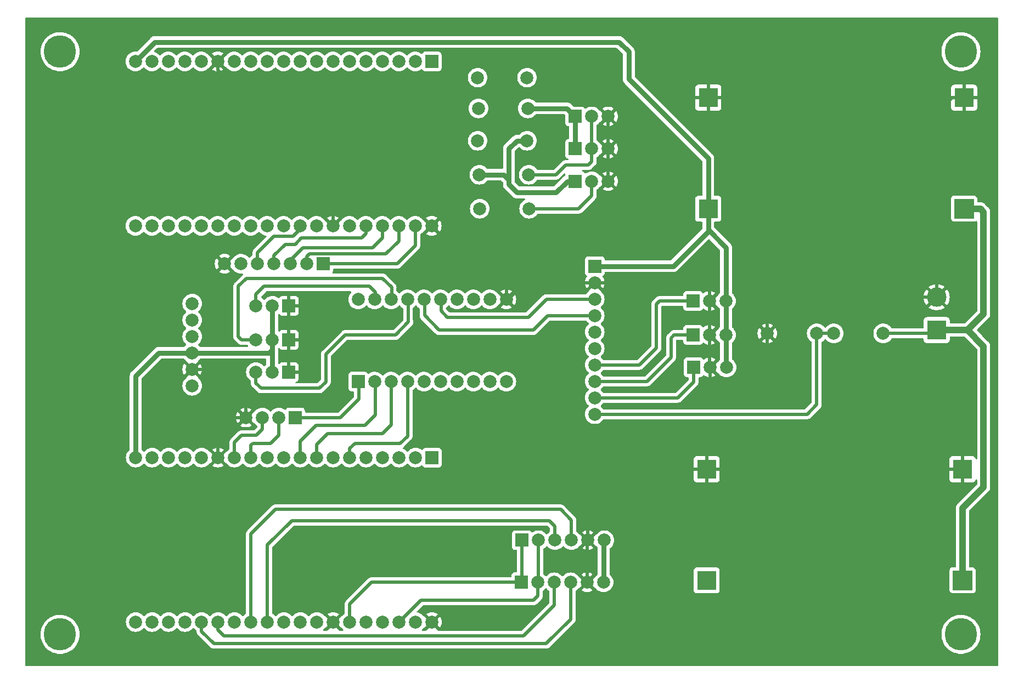
<source format=gbr>
%TF.GenerationSoftware,KiCad,Pcbnew,7.0.5*%
%TF.CreationDate,2023-09-18T02:09:22-06:00*%
%TF.ProjectId,mainPCB,6d61696e-5043-4422-9e6b-696361645f70,rev?*%
%TF.SameCoordinates,Original*%
%TF.FileFunction,Copper,L2,Bot*%
%TF.FilePolarity,Positive*%
%FSLAX46Y46*%
G04 Gerber Fmt 4.6, Leading zero omitted, Abs format (unit mm)*
G04 Created by KiCad (PCBNEW 7.0.5) date 2023-09-18 02:09:22*
%MOMM*%
%LPD*%
G01*
G04 APERTURE LIST*
G04 Aperture macros list*
%AMFreePoly0*
4,1,5,1.500000,-1.500000,-1.500000,-1.500000,-1.500000,1.500000,1.500000,1.500000,1.500000,-1.500000,1.500000,-1.500000,$1*%
G04 Aperture macros list end*
%TA.AperFunction,ComponentPad*%
%ADD10C,2.000000*%
%TD*%
%TA.AperFunction,ComponentPad*%
%ADD11R,2.000000X2.000000*%
%TD*%
%TA.AperFunction,ComponentPad*%
%ADD12FreePoly0,180.000000*%
%TD*%
%TA.AperFunction,ComponentPad*%
%ADD13R,3.000000X3.000000*%
%TD*%
%TA.AperFunction,ComponentPad*%
%ADD14C,3.000000*%
%TD*%
%TA.AperFunction,ViaPad*%
%ADD15C,5.000000*%
%TD*%
%TA.AperFunction,Conductor*%
%ADD16C,0.500000*%
%TD*%
%TA.AperFunction,Conductor*%
%ADD17C,1.000000*%
%TD*%
%TA.AperFunction,Conductor*%
%ADD18C,0.800000*%
%TD*%
%TA.AperFunction,Profile*%
%ADD19C,0.200000*%
%TD*%
G04 APERTURE END LIST*
D10*
%TO.P,U5,1,BLK*%
%TO.N,unconnected-(U5-BLK-Pad1)*%
X91080000Y-109600000D03*
%TO.P,U5,2,GND*%
%TO.N,GND*%
X91080000Y-107060000D03*
%TO.P,U5,3,5V*%
%TO.N,+5V*%
X91080000Y-104520000D03*
%TO.P,U5,4,TX0*%
%TO.N,TX_OpenLog_H*%
X91080000Y-101980000D03*
%TO.P,U5,5,RX0*%
%TO.N,RX_OpenLog_H*%
X91080000Y-99440000D03*
%TO.P,U5,6,GRN*%
%TO.N,unconnected-(U5-GRN-Pad6)*%
X91080000Y-96900000D03*
%TD*%
D11*
%TO.P,J9,1,Pin_1*%
%TO.N,Net-(A1-A1)*%
X168360000Y-101750000D03*
D10*
%TO.P,J9,2,Pin_2*%
%TO.N,GND*%
X170900000Y-101750000D03*
%TO.P,J9,3,Pin_3*%
%TO.N,+5V*%
X173440000Y-101750000D03*
%TD*%
D12*
%TO.P,U4,1,IN+*%
%TO.N,V_Bat*%
X209940000Y-139645000D03*
D13*
%TO.P,U4,2,IN-*%
%TO.N,GND*%
X209940000Y-122500000D03*
%TO.P,U4,3,OUT+*%
%TO.N,+3V3*%
X170443000Y-139645000D03*
%TO.P,U4,4,OUT-*%
%TO.N,GND*%
X170443000Y-122500000D03*
%TD*%
D12*
%TO.P,U3,1,IN+*%
%TO.N,V_Bat*%
X210190000Y-82250000D03*
D13*
%TO.P,U3,2,IN-*%
%TO.N,GND*%
X210190000Y-65105000D03*
%TO.P,U3,3,OUT+*%
%TO.N,+5V*%
X170693000Y-82250000D03*
%TO.P,U3,4,OUT-*%
%TO.N,GND*%
X170693000Y-65105000D03*
%TD*%
D11*
%TO.P,U1,1,3V3*%
%TO.N,unconnected-(U1-3V3-Pad1)*%
X128080000Y-120700000D03*
D10*
%TO.P,U1,2,EN*%
%TO.N,unconnected-(U1-EN-Pad2)*%
X125540000Y-120700000D03*
%TO.P,U1,3,VP*%
%TO.N,unconnected-(U1-VP-Pad3)*%
X123000000Y-120700000D03*
%TO.P,U1,4,VN*%
%TO.N,unconnected-(U1-VN-Pad4)*%
X120460000Y-120700000D03*
%TO.P,U1,5,34*%
%TO.N,unconnected-(U1-34-Pad5)*%
X117920000Y-120700000D03*
%TO.P,U1,6,35*%
%TO.N,Net-(U1-35)*%
X115380000Y-120700000D03*
%TO.P,U1,7,32*%
%TO.N,unconnected-(U1-32-Pad7)*%
X112840000Y-120700000D03*
%TO.P,U1,8,33*%
%TO.N,Net-(U1-33)*%
X110300000Y-120700000D03*
%TO.P,U1,9,25*%
%TO.N,Net-(U1-25)*%
X107760000Y-120700000D03*
%TO.P,U1,10,26*%
%TO.N,unconnected-(U1-26-Pad10)*%
X105220000Y-120700000D03*
%TO.P,U1,11,27*%
%TO.N,unconnected-(U1-27-Pad11)*%
X102680000Y-120700000D03*
%TO.P,U1,12,14*%
%TO.N,RX_GPS*%
X100140000Y-120700000D03*
%TO.P,U1,13,12*%
%TO.N,TX_GPS*%
X97600000Y-120700000D03*
%TO.P,U1,14,GND*%
%TO.N,GND*%
X95060000Y-120700000D03*
%TO.P,U1,15,13*%
%TO.N,unconnected-(U1-13-Pad15)*%
X92520000Y-120700000D03*
%TO.P,U1,16,D2*%
%TO.N,RX_ESP32*%
X89980000Y-120700000D03*
%TO.P,U1,17,D3*%
%TO.N,TX_ESP32*%
X87440000Y-120700000D03*
%TO.P,U1,18,CMD*%
%TO.N,unconnected-(U1-CMD-Pad18)*%
X84900000Y-120700000D03*
%TO.P,U1,19,5V*%
%TO.N,+5V*%
X82360000Y-120700000D03*
%TO.P,U1,20,GND*%
%TO.N,GND*%
X128080000Y-146100000D03*
%TO.P,U1,21,23*%
%TO.N,unconnected-(U1-23-Pad21)*%
X125540000Y-146100000D03*
%TO.P,U1,22,22*%
%TO.N,SLC_01_L*%
X123000000Y-146100000D03*
%TO.P,U1,23,TX*%
%TO.N,unconnected-(U1-TX-Pad23)*%
X120460000Y-146100000D03*
%TO.P,U1,24,RX*%
%TO.N,unconnected-(U1-RX-Pad24)*%
X117920000Y-146100000D03*
%TO.P,U1,25,21*%
%TO.N,SDA_01_L*%
X115380000Y-146100000D03*
%TO.P,U1,26,GND*%
%TO.N,GND*%
X112840000Y-146100000D03*
%TO.P,U1,27,19*%
%TO.N,unconnected-(U1-19-Pad27)*%
X110300000Y-146100000D03*
%TO.P,U1,28,18*%
%TO.N,unconnected-(U1-18-Pad28)*%
X107760000Y-146100000D03*
%TO.P,U1,29,5*%
%TO.N,unconnected-(U1-5-Pad29)*%
X105220000Y-146100000D03*
%TO.P,U1,30,17*%
%TO.N,SHDN_03*%
X102680000Y-146100000D03*
%TO.P,U1,31,16*%
%TO.N,SHDN_04*%
X100140000Y-146100000D03*
%TO.P,U1,32,4*%
%TO.N,unconnected-(U1-4-Pad32)*%
X97600000Y-146100000D03*
%TO.P,U1,33,0*%
%TO.N,SHDN_01*%
X95060000Y-146100000D03*
%TO.P,U1,34,2*%
%TO.N,SHDN_02*%
X92520000Y-146100000D03*
%TO.P,U1,35,15*%
%TO.N,unconnected-(U1-15-Pad35)*%
X89980000Y-146100000D03*
%TO.P,U1,36,D1*%
%TO.N,unconnected-(U1-D1-Pad36)*%
X87440000Y-146100000D03*
%TO.P,U1,37,D0*%
%TO.N,unconnected-(U1-D0-Pad37)*%
X84900000Y-146100000D03*
%TO.P,U1,38,CLK*%
%TO.N,unconnected-(U1-CLK-Pad38)*%
X82360000Y-146100000D03*
%TD*%
D11*
%TO.P,U2,1,3V3*%
%TO.N,unconnected-(U2-3V3-Pad1)*%
X128040000Y-59500000D03*
D10*
%TO.P,U2,2,EN*%
%TO.N,unconnected-(U2-EN-Pad2)*%
X125500000Y-59500000D03*
%TO.P,U2,3,VP*%
%TO.N,unconnected-(U2-VP-Pad3)*%
X122960000Y-59500000D03*
%TO.P,U2,4,VN*%
%TO.N,unconnected-(U2-VN-Pad4)*%
X120420000Y-59500000D03*
%TO.P,U2,5,34*%
%TO.N,unconnected-(U2-34-Pad5)*%
X117880000Y-59500000D03*
%TO.P,U2,6,35*%
%TO.N,Net-(J5-Pin_2)*%
X115340000Y-59500000D03*
%TO.P,U2,7,32*%
%TO.N,Net-(J1-Pin_2)*%
X112800000Y-59500000D03*
%TO.P,U2,8,33*%
%TO.N,unconnected-(U2-33-Pad8)*%
X110260000Y-59500000D03*
%TO.P,U2,9,25*%
%TO.N,unconnected-(U2-25-Pad9)*%
X107720000Y-59500000D03*
%TO.P,U2,10,26*%
%TO.N,unconnected-(U2-26-Pad10)*%
X105180000Y-59500000D03*
%TO.P,U2,11,27*%
%TO.N,unconnected-(U2-27-Pad11)*%
X102640000Y-59500000D03*
%TO.P,U2,12,14*%
%TO.N,unconnected-(U2-14-Pad12)*%
X100100000Y-59500000D03*
%TO.P,U2,13,12*%
%TO.N,unconnected-(U2-12-Pad13)*%
X97560000Y-59500000D03*
%TO.P,U2,14,GND*%
%TO.N,GND*%
X95020000Y-59500000D03*
%TO.P,U2,15,13*%
%TO.N,unconnected-(U2-13-Pad15)*%
X92480000Y-59500000D03*
%TO.P,U2,16,D2*%
%TO.N,RX_ESP32*%
X89940000Y-59500000D03*
%TO.P,U2,17,D3*%
%TO.N,TX_ESP32*%
X87400000Y-59500000D03*
%TO.P,U2,18,CMD*%
%TO.N,unconnected-(U2-CMD-Pad18)*%
X84860000Y-59500000D03*
%TO.P,U2,19,5V*%
%TO.N,+5V*%
X82320000Y-59500000D03*
%TO.P,U2,20,GND*%
%TO.N,GND*%
X128040000Y-84900000D03*
%TO.P,U2,21,23*%
%TO.N,M0*%
X125500000Y-84900000D03*
%TO.P,U2,22,22*%
%TO.N,M1*%
X122960000Y-84900000D03*
%TO.P,U2,23,TX*%
%TO.N,RX_LORA*%
X120420000Y-84900000D03*
%TO.P,U2,24,RX*%
%TO.N,TX_LORA*%
X117880000Y-84900000D03*
%TO.P,U2,25,21*%
%TO.N,unconnected-(U2-21-Pad25)*%
X115340000Y-84900000D03*
%TO.P,U2,26,GND*%
%TO.N,GND*%
X112800000Y-84900000D03*
%TO.P,U2,27,19*%
%TO.N,unconnected-(U2-19-Pad27)*%
X110260000Y-84900000D03*
%TO.P,U2,28,18*%
%TO.N,AUX_LORA*%
X107720000Y-84900000D03*
%TO.P,U2,29,5*%
%TO.N,RX_OpenLog_L*%
X105180000Y-84900000D03*
%TO.P,U2,30,17*%
%TO.N,unconnected-(U2-17-Pad30)*%
X102640000Y-84900000D03*
%TO.P,U2,31,16*%
%TO.N,unconnected-(U2-16-Pad31)*%
X100100000Y-84900000D03*
%TO.P,U2,32,4*%
%TO.N,TX_OpenLog_L*%
X97560000Y-84900000D03*
%TO.P,U2,33,0*%
%TO.N,unconnected-(U2-0-Pad33)*%
X95020000Y-84900000D03*
%TO.P,U2,34,2*%
%TO.N,unconnected-(U2-2-Pad34)*%
X92480000Y-84900000D03*
%TO.P,U2,35,15*%
%TO.N,unconnected-(U2-15-Pad35)*%
X89940000Y-84900000D03*
%TO.P,U2,36,D1*%
%TO.N,unconnected-(U2-D1-Pad36)*%
X87400000Y-84900000D03*
%TO.P,U2,37,D0*%
%TO.N,unconnected-(U2-D0-Pad37)*%
X84860000Y-84900000D03*
%TO.P,U2,38,CLK*%
%TO.N,unconnected-(U2-CLK-Pad38)*%
X82320000Y-84900000D03*
%TD*%
D11*
%TO.P,J6,1,Pin_1*%
%TO.N,GND*%
X105980000Y-107500000D03*
D10*
%TO.P,J6,2,Pin_2*%
%TO.N,+5V*%
X103440000Y-107500000D03*
%TO.P,J6,3,Pin_3*%
%TO.N,Net-(J6-Pin_3)*%
X100900000Y-107500000D03*
%TD*%
%TO.P,R3,1*%
%TO.N,RX_LORA*%
X135130000Y-71750000D03*
%TO.P,R3,2*%
%TO.N,+3V3*%
X142750000Y-71750000D03*
%TD*%
D11*
%TO.P,J5,1,Pin_1*%
%TO.N,+3V3*%
X150165000Y-73000000D03*
D10*
%TO.P,J5,2,Pin_2*%
%TO.N,Net-(J5-Pin_2)*%
X152705000Y-73000000D03*
%TO.P,J5,3,Pin_3*%
%TO.N,GND*%
X155245000Y-73000000D03*
%TD*%
D11*
%TO.P,J8,1,Pin_1*%
%TO.N,Net-(A1-A0)*%
X168360000Y-96500000D03*
D10*
%TO.P,J8,2,Pin_2*%
%TO.N,GND*%
X170900000Y-96500000D03*
%TO.P,J8,3,Pin_3*%
%TO.N,+5V*%
X173440000Y-96500000D03*
%TD*%
D11*
%TO.P,J12,1,Pin_1*%
%TO.N,M0*%
X111310000Y-90750000D03*
D10*
%TO.P,J12,2,Pin_2*%
%TO.N,M1*%
X108770000Y-90750000D03*
%TO.P,J12,3,Pin_3*%
%TO.N,RX_LORA*%
X106230000Y-90750000D03*
%TO.P,J12,4,Pin_4*%
%TO.N,TX_LORA*%
X103690000Y-90750000D03*
%TO.P,J12,5,Pin_5*%
%TO.N,AUX_LORA*%
X101150000Y-90750000D03*
%TO.P,J12,6,Pin_6*%
%TO.N,+3V3*%
X98610000Y-90750000D03*
%TO.P,J12,7,Pin_7*%
%TO.N,GND*%
X96070000Y-90750000D03*
%TD*%
%TO.P,R6,1*%
%TO.N,TX_LORA*%
X135250000Y-66750000D03*
%TO.P,R6,2*%
%TO.N,+3V3*%
X142870000Y-66750000D03*
%TD*%
%TO.P,R4,1*%
%TO.N,V_Bat*%
X197690000Y-101500000D03*
%TO.P,R4,2*%
%TO.N,1{slash}3_V_Bat*%
X190070000Y-101500000D03*
%TD*%
D11*
%TO.P,J10,1,Pin_1*%
%TO.N,Net-(A1-A2)*%
X168440000Y-106750000D03*
D10*
%TO.P,J10,2,Pin_2*%
%TO.N,GND*%
X170980000Y-106750000D03*
%TO.P,J10,3,Pin_3*%
%TO.N,+5V*%
X173520000Y-106750000D03*
%TD*%
D11*
%TO.P,A1,1,VCC*%
%TO.N,+5V*%
X153190000Y-91130000D03*
D10*
%TO.P,A1,2,GND*%
%TO.N,GND*%
X153190000Y-93670000D03*
%TO.P,A1,3,SCL*%
%TO.N,SLC_01_H*%
X153190000Y-96210000D03*
%TO.P,A1,4,SDA*%
%TO.N,SDA_01_H*%
X153190000Y-98750000D03*
%TO.P,A1,5,ADDR*%
%TO.N,unconnected-(A1-ADDR-Pad5)*%
X153190000Y-101290000D03*
%TO.P,A1,6,ALERT*%
%TO.N,unconnected-(A1-ALERT-Pad6)*%
X153190000Y-103830000D03*
%TO.P,A1,7,A0*%
%TO.N,Net-(A1-A0)*%
X153190000Y-106370000D03*
%TO.P,A1,8,A1*%
%TO.N,Net-(A1-A1)*%
X153190000Y-108910000D03*
%TO.P,A1,9,A2*%
%TO.N,Net-(A1-A2)*%
X153190000Y-111450000D03*
%TO.P,A1,10,A3*%
%TO.N,1{slash}3_V_Bat*%
X153190000Y-113990000D03*
%TD*%
D13*
%TO.P,J2,1,Pin_1*%
%TO.N,V_Bat*%
X205940000Y-101000000D03*
D14*
%TO.P,J2,2,Pin_2*%
%TO.N,GND*%
X205940000Y-95920000D03*
%TD*%
D10*
%TO.P,R2,1*%
%TO.N,Net-(J5-Pin_2)*%
X143000000Y-77000000D03*
%TO.P,R2,2*%
%TO.N,+3V3*%
X135380000Y-77000000D03*
%TD*%
D11*
%TO.P,U6,1,VA*%
%TO.N,+3V3*%
X116690000Y-108950000D03*
D10*
%TO.P,U6,2,A1*%
%TO.N,Net-(U1-25)*%
X119230000Y-108950000D03*
%TO.P,U6,3,A2*%
%TO.N,Net-(U1-33)*%
X121770000Y-108950000D03*
%TO.P,U6,4,A3*%
%TO.N,Net-(U1-35)*%
X124310000Y-108950000D03*
%TO.P,U6,5,A4*%
%TO.N,SDA_01_L*%
X126850000Y-108950000D03*
%TO.P,U6,6,A5*%
%TO.N,SLC_01_L*%
X129390000Y-108950000D03*
%TO.P,U6,7,A6*%
%TO.N,TX_OpenLog_L*%
X131930000Y-108950000D03*
%TO.P,U6,8,A7*%
%TO.N,RX_OpenLog_L*%
X134470000Y-108950000D03*
%TO.P,U6,9,A8*%
%TO.N,unconnected-(U6-A8-Pad9)*%
X137010000Y-108950000D03*
%TO.P,U6,10,0E*%
%TO.N,unconnected-(U6-0E-Pad10)*%
X139550000Y-108950000D03*
%TO.P,U6,11,GND*%
%TO.N,GND*%
X139550000Y-96250000D03*
%TO.P,U6,12,B8*%
%TO.N,unconnected-(U6-B8-Pad12)*%
X137010000Y-96250000D03*
%TO.P,U6,13,B7*%
%TO.N,TX_OpenLog_H*%
X134470000Y-96250000D03*
%TO.P,U6,14,B6*%
%TO.N,RX_OpenLog_H*%
X131930000Y-96250000D03*
%TO.P,U6,15,B5*%
%TO.N,SLC_01_H*%
X129390000Y-96250000D03*
%TO.P,U6,16,B4*%
%TO.N,SDA_01_H*%
X126850000Y-96250000D03*
%TO.P,U6,17,B3*%
%TO.N,Net-(J6-Pin_3)*%
X124310000Y-96250000D03*
%TO.P,U6,18,B2*%
%TO.N,Net-(J4-Pin_3)*%
X121770000Y-96250000D03*
%TO.P,U6,19,B1*%
%TO.N,Net-(J3-Pin_3)*%
X119230000Y-96250000D03*
%TO.P,U6,20,VB*%
%TO.N,+5V*%
X116690000Y-96250000D03*
%TD*%
D11*
%TO.P,J14,1,Pin_1*%
%TO.N,SDA_01_L*%
X141860000Y-139950000D03*
D10*
%TO.P,J14,2,Pin_2*%
%TO.N,SLC_01_L*%
X144400000Y-139950000D03*
%TO.P,J14,3,Pin_3*%
%TO.N,SHDN_01*%
X146940000Y-139950000D03*
%TO.P,J14,4,Pin_4*%
%TO.N,SHDN_02*%
X149480000Y-139950000D03*
%TO.P,J14,5,Pin_5*%
%TO.N,GND*%
X152020000Y-139950000D03*
%TO.P,J14,6,Pin_6*%
%TO.N,+3V3*%
X154560000Y-139950000D03*
%TD*%
%TO.P,R8,1*%
%TO.N,AUX_LORA*%
X135130000Y-62000000D03*
%TO.P,R8,2*%
%TO.N,+3V3*%
X142750000Y-62000000D03*
%TD*%
D11*
%TO.P,J7,1,Pin_1*%
%TO.N,+3V3*%
X150170000Y-68000000D03*
D10*
%TO.P,J7,2,Pin_2*%
%TO.N,Net-(J5-Pin_2)*%
X152710000Y-68000000D03*
%TO.P,J7,3,Pin_3*%
%TO.N,GND*%
X155250000Y-68000000D03*
%TD*%
D11*
%TO.P,J4,1,Pin_1*%
%TO.N,GND*%
X105980000Y-102500000D03*
D10*
%TO.P,J4,2,Pin_2*%
%TO.N,+5V*%
X103440000Y-102500000D03*
%TO.P,J4,3,Pin_3*%
%TO.N,Net-(J4-Pin_3)*%
X100900000Y-102500000D03*
%TD*%
D11*
%TO.P,J1,1,Pin_1*%
%TO.N,+3V3*%
X150170000Y-78000000D03*
D10*
%TO.P,J1,2,Pin_2*%
%TO.N,Net-(J1-Pin_2)*%
X152710000Y-78000000D03*
%TO.P,J1,3,Pin_3*%
%TO.N,GND*%
X155250000Y-78000000D03*
%TD*%
D11*
%TO.P,J13,1,Pin_1*%
%TO.N,+3V3*%
X106980000Y-114500000D03*
D10*
%TO.P,J13,2,Pin_2*%
%TO.N,RX_GPS*%
X104440000Y-114500000D03*
%TO.P,J13,3,Pin_3*%
%TO.N,TX_GPS*%
X101900000Y-114500000D03*
%TO.P,J13,4,Pin_4*%
%TO.N,GND*%
X99360000Y-114500000D03*
%TD*%
D11*
%TO.P,J3,1,Pin_1*%
%TO.N,GND*%
X105995000Y-97250000D03*
D10*
%TO.P,J3,2,Pin_2*%
%TO.N,+5V*%
X103455000Y-97250000D03*
%TO.P,J3,3,Pin_3*%
%TO.N,Net-(J3-Pin_3)*%
X100915000Y-97250000D03*
%TD*%
%TO.P,R5,1*%
%TO.N,1{slash}3_V_Bat*%
X187440000Y-101500000D03*
%TO.P,R5,2*%
%TO.N,GND*%
X179820000Y-101500000D03*
%TD*%
D11*
%TO.P,J15,1,Pin_1*%
%TO.N,SDA_01_L*%
X141960000Y-133450000D03*
D10*
%TO.P,J15,2,Pin_2*%
%TO.N,SLC_01_L*%
X144500000Y-133450000D03*
%TO.P,J15,3,Pin_3*%
%TO.N,SHDN_03*%
X147040000Y-133450000D03*
%TO.P,J15,4,Pin_4*%
%TO.N,SHDN_04*%
X149580000Y-133450000D03*
%TO.P,J15,5,Pin_5*%
%TO.N,GND*%
X152120000Y-133450000D03*
%TO.P,J15,6,Pin_6*%
%TO.N,+3V3*%
X154660000Y-133450000D03*
%TD*%
%TO.P,R1,1*%
%TO.N,Net-(J1-Pin_2)*%
X143060000Y-82250000D03*
%TO.P,R1,2*%
%TO.N,+3V3*%
X135440000Y-82250000D03*
%TD*%
D15*
%TO.N,*%
X70690000Y-148000000D03*
X209690000Y-148000000D03*
X209690000Y-58000000D03*
X70690000Y-58000000D03*
%TD*%
D16*
%TO.N,Net-(J5-Pin_2)*%
X152705000Y-74985000D02*
X152705000Y-73000000D01*
X152705000Y-73000000D02*
X152705000Y-68005000D01*
X152705000Y-68005000D02*
X152710000Y-68000000D01*
D17*
%TO.N,V_Bat*%
X210690000Y-101000000D02*
X205940000Y-101000000D01*
D18*
%TO.N,+3V3*%
X139190000Y-77000000D02*
X139940000Y-77750000D01*
X141190000Y-71750000D02*
X142750000Y-71750000D01*
X154560000Y-139950000D02*
X154560000Y-133550000D01*
X148920000Y-66750000D02*
X150170000Y-68000000D01*
X148940000Y-78000000D02*
X147190000Y-79750000D01*
D16*
X154560000Y-133550000D02*
X154660000Y-133450000D01*
D18*
X150165000Y-73000000D02*
X150165000Y-68005000D01*
D16*
X106980000Y-114500000D02*
X113940000Y-114500000D01*
D18*
X135380000Y-77000000D02*
X139190000Y-77000000D01*
D16*
X113940000Y-114500000D02*
X116760000Y-111680000D01*
D18*
X139940000Y-73000000D02*
X141190000Y-71750000D01*
D16*
X116760000Y-111680000D02*
X116760000Y-109100000D01*
D18*
X142870000Y-66750000D02*
X148920000Y-66750000D01*
D16*
X150165000Y-68005000D02*
X150170000Y-68000000D01*
D18*
X147190000Y-79750000D02*
X141190000Y-79750000D01*
X150170000Y-78000000D02*
X148940000Y-78000000D01*
X139940000Y-77750000D02*
X139940000Y-73000000D01*
X141190000Y-79750000D02*
X139940000Y-78500000D01*
X139940000Y-78500000D02*
X139940000Y-77750000D01*
D16*
%TO.N,1{slash}3_V_Bat*%
X185950000Y-113990000D02*
X187440000Y-112500000D01*
X153190000Y-113990000D02*
X185950000Y-113990000D01*
X187440000Y-101500000D02*
X190070000Y-101500000D01*
X187440000Y-112500000D02*
X187440000Y-101500000D01*
%TO.N,Net-(J3-Pin_3)*%
X119300000Y-95110000D02*
X118440000Y-94250000D01*
X119300000Y-96400000D02*
X119300000Y-95110000D01*
X102190000Y-94250000D02*
X100915000Y-95525000D01*
X118440000Y-94250000D02*
X102190000Y-94250000D01*
X100915000Y-95525000D02*
X100915000Y-97250000D01*
%TO.N,+5V*%
X170693000Y-85747000D02*
X170693000Y-85500000D01*
X103455000Y-102485000D02*
X103440000Y-102500000D01*
D18*
X158440000Y-62250000D02*
X158440000Y-58000000D01*
X85320000Y-56500000D02*
X82320000Y-59500000D01*
X173440000Y-106750000D02*
X173440000Y-101750000D01*
X170693000Y-85500000D02*
X170693000Y-82250000D01*
X165310000Y-91130000D02*
X170693000Y-85747000D01*
X173440000Y-88247000D02*
X170693000Y-85500000D01*
X91080000Y-104520000D02*
X85920000Y-104520000D01*
X103440000Y-107500000D02*
X103440000Y-104000000D01*
X170693000Y-82250000D02*
X170693000Y-74503000D01*
X156940000Y-56500000D02*
X85320000Y-56500000D01*
X173440000Y-96750000D02*
X173440000Y-101750000D01*
X91080000Y-104520000D02*
X102920000Y-104520000D01*
X158440000Y-58000000D02*
X156940000Y-56500000D01*
X85920000Y-104520000D02*
X82360000Y-108080000D01*
X102920000Y-104520000D02*
X103440000Y-104000000D01*
X153190000Y-91130000D02*
X165310000Y-91130000D01*
X103440000Y-104000000D02*
X103440000Y-102500000D01*
X173440000Y-96500000D02*
X173440000Y-88247000D01*
X103455000Y-97250000D02*
X103455000Y-102485000D01*
X82360000Y-108080000D02*
X82360000Y-120700000D01*
X170693000Y-74503000D02*
X158440000Y-62250000D01*
D16*
%TO.N,GND*%
X139620000Y-96400000D02*
X142350000Y-93670000D01*
X142130000Y-93670000D02*
X153190000Y-93670000D01*
X155250000Y-73005000D02*
X155245000Y-73000000D01*
X205940000Y-67500000D02*
X205940000Y-95920000D01*
X195190000Y-99750000D02*
X197190000Y-97750000D01*
X97000000Y-107060000D02*
X91080000Y-107060000D01*
X210190000Y-65105000D02*
X208335000Y-65105000D01*
X103440000Y-63500000D02*
X97690000Y-63500000D01*
X199440000Y-122500000D02*
X198940000Y-122500000D01*
X133690000Y-88000000D02*
X139550000Y-93860000D01*
X179820000Y-98120000D02*
X182020000Y-95920000D01*
X209940000Y-122500000D02*
X199440000Y-122500000D01*
X170900000Y-106750000D02*
X170900000Y-101750000D01*
X155250000Y-72995000D02*
X155245000Y-73000000D01*
X95060000Y-115380000D02*
X95940000Y-114500000D01*
X169610000Y-93670000D02*
X170940000Y-95000000D01*
X195190000Y-118750000D02*
X195190000Y-99750000D01*
X99360000Y-114500000D02*
X99360000Y-109420000D01*
X170443000Y-122500000D02*
X199440000Y-122500000D01*
X179820000Y-101500000D02*
X179820000Y-107620000D01*
X170900000Y-96750000D02*
X170900000Y-101750000D01*
X155250000Y-78000000D02*
X155250000Y-73005000D01*
X153190000Y-93670000D02*
X169610000Y-93670000D01*
X152120000Y-133450000D02*
X152120000Y-126070000D01*
X177440000Y-110000000D02*
X171690000Y-110000000D01*
X170900000Y-95040000D02*
X170900000Y-96500000D01*
X112800000Y-72860000D02*
X103440000Y-63500000D01*
X139550000Y-93860000D02*
X139550000Y-96250000D01*
X208335000Y-65105000D02*
X205940000Y-67500000D01*
X131140000Y-88000000D02*
X133690000Y-88000000D01*
X179820000Y-107620000D02*
X177440000Y-110000000D01*
X171690000Y-110000000D02*
X170940000Y-109250000D01*
X95060000Y-120700000D02*
X95060000Y-115380000D01*
X128040000Y-84900000D02*
X131140000Y-88000000D01*
X105995000Y-97250000D02*
X105995000Y-102485000D01*
X95940000Y-114500000D02*
X99360000Y-114500000D01*
X97690000Y-63500000D02*
X95020000Y-60830000D01*
X179820000Y-101500000D02*
X179820000Y-98120000D01*
X197190000Y-97750000D02*
X204110000Y-97750000D01*
X139550000Y-96250000D02*
X142130000Y-93670000D01*
X170940000Y-109250000D02*
X170980000Y-109210000D01*
X182020000Y-95920000D02*
X205940000Y-95920000D01*
X152020000Y-133550000D02*
X152120000Y-133450000D01*
X112800000Y-84900000D02*
X112800000Y-72860000D01*
X142350000Y-93670000D02*
X153190000Y-93670000D01*
X105995000Y-102485000D02*
X105980000Y-102500000D01*
X95020000Y-60830000D02*
X95020000Y-59500000D01*
X170940000Y-95000000D02*
X170900000Y-95040000D01*
X204110000Y-97750000D02*
X205940000Y-95920000D01*
X155690000Y-122500000D02*
X170443000Y-122500000D01*
X155250000Y-68000000D02*
X155250000Y-72995000D01*
X152020000Y-139950000D02*
X152020000Y-133550000D01*
X170980000Y-109210000D02*
X170980000Y-106750000D01*
X198940000Y-122500000D02*
X195190000Y-118750000D01*
X105980000Y-107500000D02*
X105980000Y-102500000D01*
X152120000Y-126070000D02*
X155690000Y-122500000D01*
X99360000Y-109420000D02*
X97000000Y-107060000D01*
%TO.N,Net-(J4-Pin_3)*%
X100900000Y-102500000D02*
X98690000Y-102500000D01*
X98190000Y-94250000D02*
X99440000Y-93000000D01*
X98690000Y-102500000D02*
X98190000Y-102000000D01*
X120440000Y-93000000D02*
X121840000Y-94400000D01*
X99440000Y-93000000D02*
X120440000Y-93000000D01*
X98190000Y-102000000D02*
X98190000Y-94250000D01*
X121840000Y-94400000D02*
X121840000Y-96400000D01*
%TO.N,Net-(J6-Pin_3)*%
X124440000Y-99750000D02*
X124380000Y-99690000D01*
X110690000Y-110000000D02*
X111690000Y-109000000D01*
X114690000Y-101750000D02*
X122440000Y-101750000D01*
X111690000Y-104750000D02*
X114690000Y-101750000D01*
X111690000Y-109000000D02*
X111690000Y-104750000D01*
X100900000Y-109210000D02*
X101690000Y-110000000D01*
X100900000Y-107500000D02*
X100900000Y-109210000D01*
X122440000Y-101750000D02*
X124440000Y-99750000D01*
X101690000Y-110000000D02*
X110690000Y-110000000D01*
X124380000Y-99690000D02*
X124380000Y-96400000D01*
D17*
%TO.N,V_Bat*%
X210190000Y-82250000D02*
X212690000Y-82250000D01*
X209940000Y-128500000D02*
X213190000Y-125250000D01*
X213190000Y-125250000D02*
X213190000Y-103500000D01*
D16*
X205440000Y-101500000D02*
X205940000Y-101000000D01*
X197690000Y-101500000D02*
X205440000Y-101500000D01*
D17*
X209940000Y-139645000D02*
X209940000Y-128500000D01*
X213190000Y-103500000D02*
X210690000Y-101000000D01*
X213190000Y-98500000D02*
X210690000Y-101000000D01*
X213190000Y-82750000D02*
X213190000Y-98500000D01*
X212690000Y-82250000D02*
X213190000Y-82750000D01*
D16*
%TO.N,Net-(U1-33)*%
X121770000Y-115670000D02*
X121770000Y-108950000D01*
X110300000Y-118640000D02*
X111940000Y-117000000D01*
X111940000Y-117000000D02*
X120440000Y-117000000D01*
X110300000Y-120700000D02*
X110300000Y-118640000D01*
X120440000Y-117000000D02*
X121770000Y-115670000D01*
%TO.N,Net-(U1-35)*%
X115380000Y-119310000D02*
X116190000Y-118500000D01*
X115380000Y-120700000D02*
X115380000Y-119310000D01*
X123190000Y-118500000D02*
X124310000Y-117380000D01*
X124310000Y-117380000D02*
X124310000Y-108950000D01*
X116190000Y-118500000D02*
X123190000Y-118500000D01*
%TO.N,Net-(A1-A2)*%
X168440000Y-109000000D02*
X168440000Y-106750000D01*
X153190000Y-111450000D02*
X165990000Y-111450000D01*
X165990000Y-111450000D02*
X168440000Y-109000000D01*
%TO.N,Net-(A1-A1)*%
X165440000Y-101750000D02*
X168360000Y-101750000D01*
X153190000Y-108910000D02*
X161280000Y-108910000D01*
X164940000Y-105250000D02*
X164940000Y-102250000D01*
X164940000Y-102250000D02*
X165440000Y-101750000D01*
X161280000Y-108910000D02*
X164940000Y-105250000D01*
%TO.N,Net-(A1-A0)*%
X163190000Y-96500000D02*
X168360000Y-96500000D01*
X162690000Y-103750000D02*
X162690000Y-97000000D01*
X162690000Y-97000000D02*
X163190000Y-96500000D01*
X153190000Y-106370000D02*
X160070000Y-106370000D01*
X160070000Y-106370000D02*
X162690000Y-103750000D01*
%TO.N,SDA_01_H*%
X145940000Y-98750000D02*
X143690000Y-101000000D01*
X129190000Y-101000000D02*
X126920000Y-98730000D01*
X143690000Y-101000000D02*
X129190000Y-101000000D01*
X126920000Y-98730000D02*
X126920000Y-96400000D01*
X153190000Y-98750000D02*
X145940000Y-98750000D01*
%TO.N,SLC_01_H*%
X129460000Y-98020000D02*
X129460000Y-96400000D01*
X142940000Y-99000000D02*
X130440000Y-99000000D01*
X130440000Y-99000000D02*
X129460000Y-98020000D01*
X145730000Y-96210000D02*
X142940000Y-99000000D01*
X153190000Y-96210000D02*
X145730000Y-96210000D01*
%TO.N,Net-(U1-25)*%
X107760000Y-118180000D02*
X107760000Y-120700000D01*
X119300000Y-109100000D02*
X119300000Y-114140000D01*
X110190000Y-115750000D02*
X107760000Y-118180000D01*
X117690000Y-115750000D02*
X110190000Y-115750000D01*
X119300000Y-114140000D02*
X117690000Y-115750000D01*
%TO.N,SLC_01_L*%
X126350000Y-142750000D02*
X143690000Y-142750000D01*
X123000000Y-146100000D02*
X126350000Y-142750000D01*
X143690000Y-142750000D02*
X144400000Y-142040000D01*
X144500000Y-139850000D02*
X144400000Y-139950000D01*
X144400000Y-142040000D02*
X144400000Y-139950000D01*
X144500000Y-133450000D02*
X144500000Y-139850000D01*
%TO.N,SDA_01_L*%
X141960000Y-139850000D02*
X141860000Y-139950000D01*
X115380000Y-146100000D02*
X115380000Y-143310000D01*
X115380000Y-143310000D02*
X118740000Y-139950000D01*
X118740000Y-139950000D02*
X141860000Y-139950000D01*
X141960000Y-133450000D02*
X141960000Y-139850000D01*
%TO.N,Net-(J1-Pin_2)*%
X150690000Y-82250000D02*
X152710000Y-80230000D01*
X152710000Y-80230000D02*
X152710000Y-78000000D01*
X143060000Y-82250000D02*
X150690000Y-82250000D01*
%TO.N,Net-(J5-Pin_2)*%
X152710000Y-72995000D02*
X152705000Y-73000000D01*
X147190000Y-77000000D02*
X148690000Y-75500000D01*
X148690000Y-75500000D02*
X152190000Y-75500000D01*
X152190000Y-75500000D02*
X152705000Y-74985000D01*
X143000000Y-77000000D02*
X147190000Y-77000000D01*
%TO.N,M0*%
X122690000Y-90750000D02*
X125500000Y-87940000D01*
X111310000Y-90750000D02*
X122690000Y-90750000D01*
X125500000Y-87940000D02*
X125500000Y-84900000D01*
%TO.N,M1*%
X109190000Y-89250000D02*
X120940000Y-89250000D01*
X108770000Y-89670000D02*
X109190000Y-89250000D01*
X122960000Y-87230000D02*
X122960000Y-84900000D01*
X108770000Y-90750000D02*
X108770000Y-89670000D01*
X120940000Y-89250000D02*
X122960000Y-87230000D01*
%TO.N,TX_LORA*%
X103690000Y-89500000D02*
X105440000Y-87750000D01*
X107940000Y-86750000D02*
X117190000Y-86750000D01*
X105440000Y-87750000D02*
X106940000Y-87750000D01*
X117190000Y-86750000D02*
X117880000Y-86060000D01*
X117880000Y-86060000D02*
X117880000Y-84900000D01*
X103690000Y-90750000D02*
X103690000Y-89500000D01*
X106940000Y-87750000D02*
X107940000Y-86750000D01*
%TO.N,RX_LORA*%
X118940000Y-88250000D02*
X120420000Y-86770000D01*
X106230000Y-90750000D02*
X106230000Y-90210000D01*
X106230000Y-90210000D02*
X108190000Y-88250000D01*
X108190000Y-88250000D02*
X118940000Y-88250000D01*
X120420000Y-86770000D02*
X120420000Y-84900000D01*
%TO.N,AUX_LORA*%
X106660000Y-86500000D02*
X107720000Y-85440000D01*
X103690000Y-86500000D02*
X106660000Y-86500000D01*
X101150000Y-89040000D02*
X103690000Y-86500000D01*
X107720000Y-85440000D02*
X107720000Y-84900000D01*
X101150000Y-90750000D02*
X101150000Y-89040000D01*
%TO.N,RX_GPS*%
X100140000Y-120700000D02*
X100140000Y-118800000D01*
X100440000Y-118500000D02*
X103190000Y-118500000D01*
X100140000Y-118800000D02*
X100440000Y-118500000D01*
X103190000Y-118500000D02*
X104440000Y-117250000D01*
X104440000Y-117250000D02*
X104440000Y-114500000D01*
%TO.N,TX_GPS*%
X100940000Y-117250000D02*
X101900000Y-116290000D01*
X101900000Y-116290000D02*
X101900000Y-114500000D01*
X98690000Y-117250000D02*
X100940000Y-117250000D01*
X97600000Y-120700000D02*
X97600000Y-118340000D01*
X97600000Y-118340000D02*
X98690000Y-117250000D01*
%TO.N,SHDN_02*%
X92520000Y-146100000D02*
X92520000Y-147530000D01*
X92520000Y-147530000D02*
X94440000Y-149450000D01*
X145690000Y-149450000D02*
X149480000Y-145660000D01*
X94440000Y-149450000D02*
X145690000Y-149450000D01*
X149480000Y-145660000D02*
X149480000Y-139950000D01*
%TO.N,SHDN_01*%
X95940000Y-148200000D02*
X95060000Y-147320000D01*
X142190000Y-148200000D02*
X95940000Y-148200000D01*
X95060000Y-147320000D02*
X95060000Y-146100000D01*
X146940000Y-143450000D02*
X142190000Y-148200000D01*
X146940000Y-139950000D02*
X146940000Y-143450000D01*
%TO.N,SHDN_04*%
X103940000Y-128700000D02*
X100140000Y-132500000D01*
X100140000Y-132500000D02*
X100140000Y-146100000D01*
X149580000Y-133450000D02*
X149580000Y-130340000D01*
X149580000Y-130340000D02*
X147940000Y-128700000D01*
X147940000Y-128700000D02*
X103940000Y-128700000D01*
%TO.N,SHDN_03*%
X146190000Y-130450000D02*
X106440000Y-130450000D01*
X147040000Y-133450000D02*
X147040000Y-131300000D01*
X102680000Y-134210000D02*
X102680000Y-146100000D01*
X106440000Y-130450000D02*
X102680000Y-134210000D01*
X147040000Y-131300000D02*
X146190000Y-130450000D01*
%TD*%
%TA.AperFunction,Conductor*%
%TO.N,GND*%
G36*
X112380507Y-146309844D02*
G01*
X112458239Y-146430798D01*
X112566900Y-146524952D01*
X112697685Y-146584680D01*
X112712412Y-146586797D01*
X111954879Y-147344330D01*
X111950414Y-147370690D01*
X111902595Y-147423167D01*
X111837144Y-147441500D01*
X111393585Y-147441500D01*
X111325464Y-147421498D01*
X111278971Y-147367842D01*
X111268867Y-147297568D01*
X111298361Y-147232988D01*
X111311755Y-147219689D01*
X111369965Y-147169972D01*
X111369969Y-147169969D01*
X111500075Y-147017634D01*
X111559522Y-146978828D01*
X111606040Y-146974749D01*
X112355638Y-146225150D01*
X112380507Y-146309844D01*
G37*
%TD.AperFunction*%
%TA.AperFunction,Conductor*%
G36*
X114074416Y-146975206D02*
G01*
X114139304Y-146986196D01*
X114179927Y-147017637D01*
X114310030Y-147169969D01*
X114368245Y-147219689D01*
X114407055Y-147279139D01*
X114407562Y-147350134D01*
X114369605Y-147410133D01*
X114305237Y-147440086D01*
X114286415Y-147441500D01*
X113842855Y-147441500D01*
X113774734Y-147421498D01*
X113728241Y-147367842D01*
X113724455Y-147343664D01*
X112967588Y-146586797D01*
X112982315Y-146584680D01*
X113113100Y-146524952D01*
X113221761Y-146430798D01*
X113299493Y-146309844D01*
X113324360Y-146225150D01*
X114074416Y-146975206D01*
G37*
%TD.AperFunction*%
%TA.AperFunction,Conductor*%
G36*
X127620507Y-146309844D02*
G01*
X127698239Y-146430798D01*
X127806900Y-146524952D01*
X127937685Y-146584680D01*
X127952412Y-146586797D01*
X127194879Y-147344330D01*
X127190414Y-147370690D01*
X127142595Y-147423167D01*
X127077144Y-147441500D01*
X126633585Y-147441500D01*
X126565464Y-147421498D01*
X126518971Y-147367842D01*
X126508867Y-147297568D01*
X126538361Y-147232988D01*
X126551755Y-147219689D01*
X126609965Y-147169972D01*
X126609969Y-147169969D01*
X126740075Y-147017634D01*
X126799522Y-146978828D01*
X126846039Y-146974749D01*
X127595638Y-146225150D01*
X127620507Y-146309844D01*
G37*
%TD.AperFunction*%
%TA.AperFunction,Conductor*%
G36*
X145764633Y-140896582D02*
G01*
X145765811Y-140897943D01*
X145870030Y-141019969D01*
X146050580Y-141174173D01*
X146050582Y-141174175D01*
X146050584Y-141174176D01*
X146121334Y-141217531D01*
X146168966Y-141270178D01*
X146181500Y-141324964D01*
X146181500Y-143083628D01*
X146161498Y-143151749D01*
X146144595Y-143172723D01*
X141912724Y-147404595D01*
X141850412Y-147438621D01*
X141823629Y-147441500D01*
X129082855Y-147441500D01*
X129014734Y-147421498D01*
X128968241Y-147367842D01*
X128964455Y-147343664D01*
X128207588Y-146586797D01*
X128222315Y-146584680D01*
X128353100Y-146524952D01*
X128461761Y-146430798D01*
X128539493Y-146309844D01*
X128564360Y-146225151D01*
X129313101Y-146973892D01*
X129313102Y-146973891D01*
X129427791Y-146786738D01*
X129518628Y-146567437D01*
X129574039Y-146336632D01*
X129592662Y-146100000D01*
X129574039Y-145863367D01*
X129518628Y-145632562D01*
X129427791Y-145413261D01*
X129313102Y-145226107D01*
X129313101Y-145226107D01*
X128564360Y-145974848D01*
X128539493Y-145890156D01*
X128461761Y-145769202D01*
X128353100Y-145675048D01*
X128222315Y-145615320D01*
X128207587Y-145613202D01*
X128953891Y-144866897D01*
X128766733Y-144752206D01*
X128547437Y-144661371D01*
X128316632Y-144605960D01*
X128080000Y-144587337D01*
X127843367Y-144605960D01*
X127612562Y-144661371D01*
X127393262Y-144752208D01*
X127206107Y-144866896D01*
X127206107Y-144866898D01*
X127952411Y-145613202D01*
X127937685Y-145615320D01*
X127806900Y-145675048D01*
X127698239Y-145769202D01*
X127620507Y-145890156D01*
X127595639Y-145974848D01*
X126845583Y-145224792D01*
X126780692Y-145213801D01*
X126740071Y-145182361D01*
X126609969Y-145030030D01*
X126429419Y-144875826D01*
X126429417Y-144875825D01*
X126429416Y-144875824D01*
X126226963Y-144751760D01*
X126008744Y-144661371D01*
X126007592Y-144660894D01*
X125826545Y-144617429D01*
X125764976Y-144582077D01*
X125732293Y-144519050D01*
X125738874Y-144448359D01*
X125766859Y-144405820D01*
X126627278Y-143545402D01*
X126689588Y-143511379D01*
X126716371Y-143508500D01*
X143625559Y-143508500D01*
X143643819Y-143509830D01*
X143648715Y-143510547D01*
X143667789Y-143513341D01*
X143701146Y-143510422D01*
X143720385Y-143508740D01*
X143725878Y-143508500D01*
X143734175Y-143508500D01*
X143734180Y-143508500D01*
X143756230Y-143505922D01*
X143766182Y-143504759D01*
X143767985Y-143504574D01*
X143844426Y-143497887D01*
X143844430Y-143497885D01*
X143851618Y-143496402D01*
X143851631Y-143496468D01*
X143858987Y-143494836D01*
X143858972Y-143494771D01*
X143866102Y-143493080D01*
X143866113Y-143493079D01*
X143938239Y-143466826D01*
X143939862Y-143466261D01*
X144012738Y-143442114D01*
X144012747Y-143442108D01*
X144019389Y-143439012D01*
X144019418Y-143439074D01*
X144026203Y-143435789D01*
X144026173Y-143435729D01*
X144032724Y-143432437D01*
X144032732Y-143432435D01*
X144096883Y-143390240D01*
X144098348Y-143389307D01*
X144163651Y-143349030D01*
X144163659Y-143349021D01*
X144169408Y-143344477D01*
X144169450Y-143344531D01*
X144175289Y-143339775D01*
X144175246Y-143339723D01*
X144180864Y-143335007D01*
X144180874Y-143335001D01*
X144233568Y-143279147D01*
X144234766Y-143277913D01*
X144890778Y-142621901D01*
X144904617Y-142609941D01*
X144924058Y-142595469D01*
X144958001Y-142555015D01*
X144961700Y-142550979D01*
X144967581Y-142545100D01*
X144987629Y-142519743D01*
X144988664Y-142518472D01*
X145038032Y-142459640D01*
X145038033Y-142459636D01*
X145038036Y-142459634D01*
X145042070Y-142453502D01*
X145042127Y-142453539D01*
X145046171Y-142447191D01*
X145046112Y-142447155D01*
X145049965Y-142440907D01*
X145049967Y-142440905D01*
X145082421Y-142371304D01*
X145083167Y-142369765D01*
X145117609Y-142301188D01*
X145117610Y-142301181D01*
X145120119Y-142294291D01*
X145120184Y-142294314D01*
X145122658Y-142287197D01*
X145122594Y-142287176D01*
X145124903Y-142280207D01*
X145137164Y-142220822D01*
X145140432Y-142204994D01*
X145140805Y-142203312D01*
X145158500Y-142128656D01*
X145158500Y-142128655D01*
X145159352Y-142121368D01*
X145159419Y-142121375D01*
X145160185Y-142113877D01*
X145160119Y-142113872D01*
X145160757Y-142106566D01*
X145160759Y-142106558D01*
X145158641Y-142033759D01*
X145158527Y-142029824D01*
X145158500Y-142027992D01*
X145158500Y-141324964D01*
X145178502Y-141256843D01*
X145218664Y-141217532D01*
X145289416Y-141174176D01*
X145469969Y-141019969D01*
X145574189Y-140897942D01*
X145633639Y-140859134D01*
X145704634Y-140858626D01*
X145764633Y-140896582D01*
G37*
%TD.AperFunction*%
%TA.AperFunction,Conductor*%
G36*
X145891750Y-131228502D02*
G01*
X145912724Y-131245405D01*
X146244595Y-131577276D01*
X146278621Y-131639588D01*
X146281500Y-131666371D01*
X146281500Y-132075035D01*
X146261498Y-132143156D01*
X146221336Y-132182466D01*
X146175995Y-132210252D01*
X146150582Y-132225825D01*
X146150580Y-132225826D01*
X145970033Y-132380028D01*
X145865811Y-132502057D01*
X145806360Y-132540866D01*
X145735366Y-132541372D01*
X145675367Y-132503416D01*
X145674189Y-132502057D01*
X145602932Y-132418626D01*
X145569969Y-132380031D01*
X145569967Y-132380029D01*
X145569966Y-132380028D01*
X145389419Y-132225826D01*
X145389417Y-132225825D01*
X145389416Y-132225824D01*
X145186963Y-132101760D01*
X145165465Y-132092855D01*
X144967592Y-132010894D01*
X144809651Y-131972976D01*
X144736711Y-131955465D01*
X144500000Y-131936835D01*
X144499999Y-131936835D01*
X144263289Y-131955465D01*
X144032407Y-132010894D01*
X143813038Y-132101759D01*
X143610582Y-132225825D01*
X143610581Y-132225825D01*
X143600630Y-132234325D01*
X143535840Y-132263355D01*
X143465640Y-132252748D01*
X143417301Y-132210252D01*
X143416290Y-132211010D01*
X143412683Y-132206192D01*
X143412319Y-132205872D01*
X143411860Y-132205092D01*
X143323261Y-132086738D01*
X143206207Y-131999112D01*
X143206202Y-131999110D01*
X143069204Y-131948011D01*
X143069196Y-131948009D01*
X143008649Y-131941500D01*
X143008638Y-131941500D01*
X140911362Y-131941500D01*
X140911350Y-131941500D01*
X140850803Y-131948009D01*
X140850795Y-131948011D01*
X140713797Y-131999110D01*
X140713792Y-131999112D01*
X140596738Y-132086738D01*
X140509112Y-132203792D01*
X140509110Y-132203797D01*
X140458011Y-132340795D01*
X140458009Y-132340803D01*
X140451500Y-132401350D01*
X140451500Y-134498649D01*
X140458009Y-134559196D01*
X140458011Y-134559204D01*
X140509110Y-134696202D01*
X140509112Y-134696207D01*
X140596738Y-134813261D01*
X140713792Y-134900887D01*
X140713794Y-134900888D01*
X140713796Y-134900889D01*
X140772875Y-134922924D01*
X140850795Y-134951988D01*
X140850803Y-134951990D01*
X140911350Y-134958499D01*
X140911355Y-134958499D01*
X140911362Y-134958500D01*
X141075500Y-134958500D01*
X141143621Y-134978502D01*
X141190114Y-135032158D01*
X141201500Y-135084500D01*
X141201500Y-138315500D01*
X141181498Y-138383621D01*
X141127842Y-138430114D01*
X141075500Y-138441500D01*
X140811350Y-138441500D01*
X140750803Y-138448009D01*
X140750795Y-138448011D01*
X140613797Y-138499110D01*
X140613792Y-138499112D01*
X140496738Y-138586738D01*
X140409112Y-138703792D01*
X140409110Y-138703797D01*
X140358011Y-138840795D01*
X140358009Y-138840803D01*
X140351500Y-138901350D01*
X140351500Y-139065500D01*
X140331498Y-139133621D01*
X140277842Y-139180114D01*
X140225500Y-139191500D01*
X118804441Y-139191500D01*
X118786182Y-139190170D01*
X118762212Y-139186659D01*
X118762211Y-139186659D01*
X118755773Y-139187222D01*
X118709615Y-139191260D01*
X118704122Y-139191500D01*
X118695817Y-139191500D01*
X118674897Y-139193945D01*
X118663791Y-139195243D01*
X118662004Y-139195425D01*
X118643046Y-139197084D01*
X118585574Y-139202112D01*
X118578389Y-139203596D01*
X118578376Y-139203533D01*
X118571003Y-139205168D01*
X118571018Y-139205231D01*
X118563881Y-139206922D01*
X118491773Y-139233166D01*
X118490045Y-139233767D01*
X118443685Y-139249129D01*
X118417262Y-139257886D01*
X118417260Y-139257886D01*
X118417260Y-139257887D01*
X118410612Y-139260987D01*
X118410583Y-139260926D01*
X118403792Y-139264214D01*
X118403822Y-139264273D01*
X118397269Y-139267563D01*
X118333154Y-139309732D01*
X118331609Y-139310716D01*
X118266351Y-139350968D01*
X118260588Y-139355525D01*
X118260547Y-139355473D01*
X118254704Y-139360233D01*
X118254746Y-139360283D01*
X118249128Y-139364997D01*
X118196458Y-139420822D01*
X118195182Y-139422136D01*
X114889225Y-142728092D01*
X114875376Y-142740062D01*
X114855943Y-142754530D01*
X114822007Y-142794971D01*
X114818300Y-142799017D01*
X114812421Y-142804897D01*
X114812414Y-142804905D01*
X114792430Y-142830177D01*
X114791276Y-142831594D01*
X114741964Y-142890364D01*
X114737935Y-142896491D01*
X114737880Y-142896455D01*
X114733825Y-142902820D01*
X114733882Y-142902855D01*
X114730030Y-142909099D01*
X114697609Y-142978623D01*
X114696812Y-142980270D01*
X114662393Y-143048806D01*
X114659882Y-143055707D01*
X114659820Y-143055684D01*
X114657343Y-143062810D01*
X114657404Y-143062831D01*
X114655096Y-143069795D01*
X114639574Y-143144960D01*
X114639178Y-143146747D01*
X114621500Y-143221341D01*
X114620648Y-143228634D01*
X114620581Y-143228626D01*
X114619814Y-143236126D01*
X114619881Y-143236132D01*
X114619241Y-143243444D01*
X114621472Y-143320175D01*
X114621499Y-143322006D01*
X114621500Y-144725035D01*
X114601498Y-144793156D01*
X114561336Y-144832466D01*
X114510453Y-144863648D01*
X114490582Y-144875825D01*
X114490580Y-144875826D01*
X114310033Y-145030028D01*
X114179928Y-145182362D01*
X114120477Y-145221171D01*
X114073957Y-145225250D01*
X113324360Y-145974847D01*
X113299493Y-145890156D01*
X113221761Y-145769202D01*
X113113100Y-145675048D01*
X112982315Y-145615320D01*
X112967587Y-145613202D01*
X113713891Y-144866898D01*
X113713891Y-144866897D01*
X113526733Y-144752206D01*
X113307437Y-144661371D01*
X113076632Y-144605960D01*
X112840000Y-144587337D01*
X112603367Y-144605960D01*
X112372562Y-144661371D01*
X112153262Y-144752208D01*
X111966107Y-144866896D01*
X111966107Y-144866897D01*
X112712411Y-145613202D01*
X112697685Y-145615320D01*
X112566900Y-145675048D01*
X112458239Y-145769202D01*
X112380507Y-145890156D01*
X112355639Y-145974849D01*
X111605582Y-145224792D01*
X111540692Y-145213801D01*
X111500071Y-145182361D01*
X111369969Y-145030030D01*
X111189419Y-144875826D01*
X111189417Y-144875825D01*
X111189416Y-144875824D01*
X110986963Y-144751760D01*
X110768744Y-144661371D01*
X110767592Y-144660894D01*
X110609651Y-144622976D01*
X110536711Y-144605465D01*
X110300000Y-144586835D01*
X110299999Y-144586835D01*
X110063289Y-144605465D01*
X109832407Y-144660894D01*
X109613038Y-144751759D01*
X109410582Y-144875825D01*
X109410580Y-144875826D01*
X109230033Y-145030028D01*
X109125811Y-145152057D01*
X109066360Y-145190866D01*
X108995366Y-145191372D01*
X108935367Y-145153416D01*
X108934189Y-145152057D01*
X108900836Y-145113006D01*
X108829969Y-145030031D01*
X108829967Y-145030029D01*
X108829966Y-145030028D01*
X108649419Y-144875826D01*
X108649417Y-144875825D01*
X108649416Y-144875824D01*
X108446963Y-144751760D01*
X108228744Y-144661371D01*
X108227592Y-144660894D01*
X108069651Y-144622976D01*
X107996711Y-144605465D01*
X107760000Y-144586835D01*
X107759999Y-144586835D01*
X107523289Y-144605465D01*
X107292407Y-144660894D01*
X107073038Y-144751759D01*
X106870582Y-144875825D01*
X106870580Y-144875826D01*
X106690033Y-145030028D01*
X106585811Y-145152057D01*
X106526360Y-145190866D01*
X106455366Y-145191372D01*
X106395367Y-145153416D01*
X106394189Y-145152057D01*
X106360836Y-145113006D01*
X106289969Y-145030031D01*
X106289967Y-145030029D01*
X106289966Y-145030028D01*
X106109419Y-144875826D01*
X106109417Y-144875825D01*
X106109416Y-144875824D01*
X105906963Y-144751760D01*
X105688744Y-144661371D01*
X105687592Y-144660894D01*
X105529651Y-144622976D01*
X105456711Y-144605465D01*
X105220000Y-144586835D01*
X104983289Y-144605465D01*
X104752407Y-144660894D01*
X104533038Y-144751759D01*
X104330582Y-144875825D01*
X104330580Y-144875826D01*
X104150033Y-145030028D01*
X104045811Y-145152057D01*
X103986360Y-145190866D01*
X103915366Y-145191372D01*
X103855367Y-145153416D01*
X103854189Y-145152057D01*
X103820836Y-145113006D01*
X103749969Y-145030031D01*
X103749967Y-145030029D01*
X103749966Y-145030028D01*
X103569419Y-144875826D01*
X103569417Y-144875825D01*
X103569416Y-144875824D01*
X103498663Y-144832466D01*
X103451034Y-144779820D01*
X103438500Y-144725035D01*
X103438500Y-134576371D01*
X103458502Y-134508250D01*
X103475405Y-134487276D01*
X106717276Y-131245405D01*
X106779588Y-131211379D01*
X106806371Y-131208500D01*
X145823629Y-131208500D01*
X145891750Y-131228502D01*
G37*
%TD.AperFunction*%
%TA.AperFunction,Conductor*%
G36*
X151660507Y-133659844D02*
G01*
X151738239Y-133780798D01*
X151846900Y-133874952D01*
X151977685Y-133934680D01*
X151992412Y-133936797D01*
X151246107Y-134683101D01*
X151246107Y-134683102D01*
X151433261Y-134797791D01*
X151652562Y-134888628D01*
X151883367Y-134944039D01*
X152120000Y-134962662D01*
X152356632Y-134944039D01*
X152587437Y-134888628D01*
X152806738Y-134797791D01*
X152993891Y-134683102D01*
X152993892Y-134683101D01*
X152247588Y-133936797D01*
X152262315Y-133934680D01*
X152393100Y-133874952D01*
X152501761Y-133780798D01*
X152579493Y-133659844D01*
X152604360Y-133575151D01*
X153354415Y-134325206D01*
X153419304Y-134336196D01*
X153459927Y-134367637D01*
X153590027Y-134519965D01*
X153590029Y-134519966D01*
X153590031Y-134519969D01*
X153607330Y-134534744D01*
X153646139Y-134594193D01*
X153651500Y-134630555D01*
X153651500Y-138684036D01*
X153631498Y-138752157D01*
X153607331Y-138779847D01*
X153490031Y-138880031D01*
X153359928Y-139032362D01*
X153300477Y-139071171D01*
X153253958Y-139075250D01*
X152504360Y-139824848D01*
X152479493Y-139740156D01*
X152401761Y-139619202D01*
X152293100Y-139525048D01*
X152162315Y-139465320D01*
X152147587Y-139463202D01*
X152893891Y-138716898D01*
X152893891Y-138716897D01*
X152706733Y-138602206D01*
X152487437Y-138511371D01*
X152256632Y-138455960D01*
X152020000Y-138437337D01*
X151783367Y-138455960D01*
X151552562Y-138511371D01*
X151333262Y-138602208D01*
X151146107Y-138716896D01*
X151146107Y-138716897D01*
X151892411Y-139463202D01*
X151877685Y-139465320D01*
X151746900Y-139525048D01*
X151638239Y-139619202D01*
X151560507Y-139740156D01*
X151535639Y-139824848D01*
X150785583Y-139074792D01*
X150720692Y-139063801D01*
X150680071Y-139032361D01*
X150549969Y-138880030D01*
X150369419Y-138725826D01*
X150369417Y-138725825D01*
X150369416Y-138725824D01*
X150166963Y-138601760D01*
X150138500Y-138589970D01*
X149947592Y-138510894D01*
X149789651Y-138472976D01*
X149716711Y-138455465D01*
X149480000Y-138436835D01*
X149479999Y-138436835D01*
X149243289Y-138455465D01*
X149012407Y-138510894D01*
X148793038Y-138601759D01*
X148590582Y-138725825D01*
X148590580Y-138725826D01*
X148410033Y-138880028D01*
X148305811Y-139002057D01*
X148246360Y-139040866D01*
X148175366Y-139041372D01*
X148115367Y-139003416D01*
X148114189Y-139002057D01*
X148028177Y-138901350D01*
X148009969Y-138880031D01*
X148009967Y-138880029D01*
X148009966Y-138880028D01*
X147829419Y-138725826D01*
X147829417Y-138725825D01*
X147829416Y-138725824D01*
X147626963Y-138601760D01*
X147598500Y-138589970D01*
X147407592Y-138510894D01*
X147249651Y-138472976D01*
X147176711Y-138455465D01*
X146940000Y-138436835D01*
X146703289Y-138455465D01*
X146472407Y-138510894D01*
X146253038Y-138601759D01*
X146050582Y-138725825D01*
X146050580Y-138725826D01*
X145870033Y-138880028D01*
X145765811Y-139002057D01*
X145706360Y-139040866D01*
X145635366Y-139041372D01*
X145575367Y-139003416D01*
X145574189Y-139002057D01*
X145488187Y-138901362D01*
X145469969Y-138880031D01*
X145302669Y-138737143D01*
X145263860Y-138677692D01*
X145258500Y-138641332D01*
X145258500Y-134824964D01*
X145278502Y-134756843D01*
X145318664Y-134717532D01*
X145389416Y-134674176D01*
X145569969Y-134519969D01*
X145674189Y-134397942D01*
X145733639Y-134359134D01*
X145804634Y-134358626D01*
X145864633Y-134396582D01*
X145865811Y-134397943D01*
X145970030Y-134519969D01*
X146150580Y-134674173D01*
X146150584Y-134674176D01*
X146353037Y-134798240D01*
X146572406Y-134889105D01*
X146803289Y-134944535D01*
X147040000Y-134963165D01*
X147276711Y-134944535D01*
X147507594Y-134889105D01*
X147726963Y-134798240D01*
X147929416Y-134674176D01*
X148109969Y-134519969D01*
X148214189Y-134397942D01*
X148273639Y-134359134D01*
X148344634Y-134358626D01*
X148404633Y-134396582D01*
X148405811Y-134397943D01*
X148510030Y-134519969D01*
X148690580Y-134674173D01*
X148690584Y-134674176D01*
X148893037Y-134798240D01*
X149112406Y-134889105D01*
X149343289Y-134944535D01*
X149580000Y-134963165D01*
X149816711Y-134944535D01*
X150047594Y-134889105D01*
X150266963Y-134798240D01*
X150469416Y-134674176D01*
X150649969Y-134519969D01*
X150780075Y-134367634D01*
X150839522Y-134328828D01*
X150886039Y-134324749D01*
X151635638Y-133575150D01*
X151660507Y-133659844D01*
G37*
%TD.AperFunction*%
%TA.AperFunction,Conductor*%
G36*
X172134415Y-102625206D02*
G01*
X172199304Y-102636196D01*
X172239927Y-102667637D01*
X172370027Y-102819965D01*
X172370029Y-102819966D01*
X172370031Y-102819969D01*
X172487332Y-102920153D01*
X172526139Y-102979601D01*
X172531500Y-103015962D01*
X172531500Y-105552362D01*
X172511498Y-105620483D01*
X172487332Y-105648172D01*
X172450031Y-105680030D01*
X172319928Y-105832362D01*
X172260477Y-105871171D01*
X172213958Y-105875250D01*
X171464360Y-106624848D01*
X171439493Y-106540156D01*
X171361761Y-106419202D01*
X171253100Y-106325048D01*
X171122315Y-106265320D01*
X171107586Y-106263202D01*
X171853891Y-105516898D01*
X171853891Y-105516897D01*
X171666733Y-105402206D01*
X171447437Y-105311371D01*
X171216632Y-105255960D01*
X170980000Y-105237337D01*
X170743367Y-105255960D01*
X170512562Y-105311371D01*
X170293266Y-105402206D01*
X170090877Y-105526231D01*
X170090876Y-105526232D01*
X170080876Y-105534773D01*
X170016086Y-105563804D01*
X169945886Y-105553197D01*
X169897158Y-105510360D01*
X169896290Y-105511010D01*
X169893195Y-105506876D01*
X169892565Y-105506322D01*
X169891772Y-105504974D01*
X169803261Y-105386738D01*
X169686207Y-105299112D01*
X169686202Y-105299110D01*
X169549204Y-105248011D01*
X169549196Y-105248009D01*
X169488649Y-105241500D01*
X169488638Y-105241500D01*
X167391362Y-105241500D01*
X167391350Y-105241500D01*
X167330803Y-105248009D01*
X167330795Y-105248011D01*
X167193797Y-105299110D01*
X167193792Y-105299112D01*
X167076738Y-105386738D01*
X166989112Y-105503792D01*
X166989110Y-105503797D01*
X166938011Y-105640795D01*
X166938009Y-105640803D01*
X166931500Y-105701350D01*
X166931500Y-107798649D01*
X166938009Y-107859196D01*
X166938011Y-107859204D01*
X166989110Y-107996202D01*
X166989112Y-107996207D01*
X167076738Y-108113261D01*
X167193792Y-108200887D01*
X167193794Y-108200888D01*
X167193796Y-108200889D01*
X167252875Y-108222924D01*
X167330795Y-108251988D01*
X167330803Y-108251990D01*
X167391350Y-108258499D01*
X167391355Y-108258499D01*
X167391362Y-108258500D01*
X167555500Y-108258500D01*
X167623621Y-108278502D01*
X167670114Y-108332158D01*
X167681500Y-108384500D01*
X167681500Y-108633628D01*
X167661498Y-108701749D01*
X167644595Y-108722723D01*
X165712724Y-110654595D01*
X165650412Y-110688620D01*
X165623629Y-110691500D01*
X154564965Y-110691500D01*
X154496844Y-110671498D01*
X154457533Y-110631336D01*
X154414176Y-110560584D01*
X154414173Y-110560580D01*
X154259969Y-110380030D01*
X154137943Y-110275811D01*
X154099134Y-110216361D01*
X154098626Y-110145366D01*
X154136582Y-110085367D01*
X154137943Y-110084189D01*
X154213132Y-110019972D01*
X154259969Y-109979969D01*
X154414176Y-109799416D01*
X154457533Y-109728663D01*
X154510180Y-109681034D01*
X154564965Y-109668500D01*
X161215559Y-109668500D01*
X161233819Y-109669830D01*
X161238715Y-109670547D01*
X161257789Y-109673341D01*
X161291146Y-109670422D01*
X161310385Y-109668740D01*
X161315878Y-109668500D01*
X161324175Y-109668500D01*
X161324180Y-109668500D01*
X161346230Y-109665922D01*
X161356182Y-109664759D01*
X161357985Y-109664574D01*
X161434426Y-109657887D01*
X161434430Y-109657885D01*
X161441618Y-109656402D01*
X161441631Y-109656468D01*
X161448987Y-109654836D01*
X161448972Y-109654771D01*
X161456102Y-109653080D01*
X161456113Y-109653079D01*
X161528239Y-109626826D01*
X161529862Y-109626261D01*
X161602738Y-109602114D01*
X161602747Y-109602108D01*
X161609389Y-109599012D01*
X161609418Y-109599074D01*
X161616203Y-109595789D01*
X161616173Y-109595729D01*
X161622724Y-109592437D01*
X161622732Y-109592435D01*
X161686883Y-109550240D01*
X161688348Y-109549307D01*
X161753651Y-109509030D01*
X161753659Y-109509021D01*
X161759408Y-109504477D01*
X161759450Y-109504531D01*
X161765289Y-109499775D01*
X161765246Y-109499723D01*
X161770864Y-109495007D01*
X161770874Y-109495001D01*
X161823568Y-109439147D01*
X161824766Y-109437913D01*
X165430778Y-105831901D01*
X165444617Y-105819941D01*
X165464058Y-105805469D01*
X165498001Y-105765015D01*
X165501700Y-105760979D01*
X165507581Y-105755100D01*
X165527629Y-105729743D01*
X165528664Y-105728472D01*
X165578032Y-105669640D01*
X165578033Y-105669636D01*
X165578036Y-105669634D01*
X165582070Y-105663502D01*
X165582127Y-105663539D01*
X165586171Y-105657191D01*
X165586112Y-105657155D01*
X165589965Y-105650907D01*
X165589967Y-105650905D01*
X165622421Y-105581304D01*
X165623167Y-105579765D01*
X165657609Y-105511188D01*
X165657610Y-105511181D01*
X165660119Y-105504291D01*
X165660184Y-105504314D01*
X165662658Y-105497197D01*
X165662594Y-105497176D01*
X165664902Y-105490208D01*
X165664901Y-105490208D01*
X165664903Y-105490206D01*
X165680429Y-105415009D01*
X165680812Y-105413283D01*
X165698500Y-105338656D01*
X165698500Y-105338655D01*
X165699352Y-105331368D01*
X165699419Y-105331375D01*
X165700185Y-105323877D01*
X165700119Y-105323872D01*
X165700757Y-105316566D01*
X165700759Y-105316558D01*
X165698765Y-105248011D01*
X165698527Y-105239824D01*
X165698500Y-105237992D01*
X165698500Y-102634500D01*
X165718502Y-102566379D01*
X165772158Y-102519886D01*
X165824500Y-102508500D01*
X166725500Y-102508500D01*
X166793621Y-102528502D01*
X166840114Y-102582158D01*
X166851500Y-102634500D01*
X166851500Y-102798649D01*
X166858009Y-102859196D01*
X166858011Y-102859204D01*
X166909110Y-102996202D01*
X166909112Y-102996207D01*
X166996738Y-103113261D01*
X167113792Y-103200887D01*
X167113794Y-103200888D01*
X167113796Y-103200889D01*
X167165522Y-103220182D01*
X167250795Y-103251988D01*
X167250803Y-103251990D01*
X167311350Y-103258499D01*
X167311355Y-103258499D01*
X167311362Y-103258500D01*
X167311368Y-103258500D01*
X169408632Y-103258500D01*
X169408638Y-103258500D01*
X169408645Y-103258499D01*
X169408649Y-103258499D01*
X169469196Y-103251990D01*
X169469199Y-103251989D01*
X169469201Y-103251989D01*
X169606204Y-103200889D01*
X169630402Y-103182775D01*
X169723261Y-103113261D01*
X169816290Y-102988990D01*
X169818485Y-102990633D01*
X169858641Y-102950462D01*
X169928012Y-102935357D01*
X169994537Y-102960156D01*
X170000880Y-102965229D01*
X170010879Y-102973770D01*
X170213266Y-103097793D01*
X170432562Y-103188628D01*
X170663367Y-103244039D01*
X170900000Y-103262662D01*
X171136632Y-103244039D01*
X171367437Y-103188628D01*
X171586738Y-103097791D01*
X171773891Y-102983102D01*
X171773892Y-102983101D01*
X171027588Y-102236797D01*
X171042315Y-102234680D01*
X171173100Y-102174952D01*
X171281761Y-102080798D01*
X171359493Y-101959844D01*
X171384360Y-101875151D01*
X172134415Y-102625206D01*
G37*
%TD.AperFunction*%
%TA.AperFunction,Conductor*%
G36*
X115561338Y-95028502D02*
G01*
X115607831Y-95082158D01*
X115617935Y-95152432D01*
X115589028Y-95216330D01*
X115465826Y-95360580D01*
X115465825Y-95360582D01*
X115341759Y-95563038D01*
X115250894Y-95782407D01*
X115212302Y-95943156D01*
X115195465Y-96013289D01*
X115176835Y-96250000D01*
X115195465Y-96486711D01*
X115203672Y-96520896D01*
X115250894Y-96717592D01*
X115340302Y-96933442D01*
X115341760Y-96936963D01*
X115464166Y-97136711D01*
X115465825Y-97139417D01*
X115465826Y-97139419D01*
X115620030Y-97319969D01*
X115800578Y-97474171D01*
X115800584Y-97474176D01*
X116003037Y-97598240D01*
X116222406Y-97689105D01*
X116453289Y-97744535D01*
X116690000Y-97763165D01*
X116926711Y-97744535D01*
X117157594Y-97689105D01*
X117376963Y-97598240D01*
X117579416Y-97474176D01*
X117759969Y-97319969D01*
X117864189Y-97197942D01*
X117923639Y-97159134D01*
X117994634Y-97158626D01*
X118054633Y-97196582D01*
X118055811Y-97197943D01*
X118160030Y-97319969D01*
X118340578Y-97474171D01*
X118340584Y-97474176D01*
X118543037Y-97598240D01*
X118762406Y-97689105D01*
X118993289Y-97744535D01*
X119230000Y-97763165D01*
X119466711Y-97744535D01*
X119697594Y-97689105D01*
X119916963Y-97598240D01*
X120119416Y-97474176D01*
X120299969Y-97319969D01*
X120404191Y-97197939D01*
X120463637Y-97159134D01*
X120534632Y-97158626D01*
X120594631Y-97196582D01*
X120595808Y-97197940D01*
X120647531Y-97258500D01*
X120700033Y-97319971D01*
X120880576Y-97474170D01*
X120880584Y-97474176D01*
X121083037Y-97598240D01*
X121302406Y-97689105D01*
X121533289Y-97744535D01*
X121770000Y-97763165D01*
X122006711Y-97744535D01*
X122237594Y-97689105D01*
X122456963Y-97598240D01*
X122659416Y-97474176D01*
X122839969Y-97319969D01*
X122944189Y-97197942D01*
X123003639Y-97159134D01*
X123074634Y-97158626D01*
X123134633Y-97196582D01*
X123135811Y-97197943D01*
X123240030Y-97319969D01*
X123420578Y-97474171D01*
X123420584Y-97474176D01*
X123561337Y-97560430D01*
X123608965Y-97613075D01*
X123621499Y-97667860D01*
X123621499Y-99443629D01*
X123601497Y-99511750D01*
X123584594Y-99532724D01*
X122162724Y-100954595D01*
X122100412Y-100988620D01*
X122073629Y-100991500D01*
X114754441Y-100991500D01*
X114736182Y-100990170D01*
X114712212Y-100986659D01*
X114712211Y-100986659D01*
X114705773Y-100987222D01*
X114659615Y-100991260D01*
X114654122Y-100991500D01*
X114645817Y-100991500D01*
X114624897Y-100993945D01*
X114613791Y-100995243D01*
X114612004Y-100995425D01*
X114593046Y-100997084D01*
X114535574Y-101002112D01*
X114528389Y-101003596D01*
X114528376Y-101003533D01*
X114521003Y-101005168D01*
X114521018Y-101005231D01*
X114513881Y-101006922D01*
X114441773Y-101033166D01*
X114440045Y-101033767D01*
X114393685Y-101049129D01*
X114367262Y-101057886D01*
X114367260Y-101057886D01*
X114367260Y-101057887D01*
X114360612Y-101060987D01*
X114360583Y-101060926D01*
X114353792Y-101064214D01*
X114353822Y-101064273D01*
X114347269Y-101067563D01*
X114283154Y-101109732D01*
X114281609Y-101110716D01*
X114216351Y-101150968D01*
X114210588Y-101155525D01*
X114210547Y-101155473D01*
X114204704Y-101160233D01*
X114204746Y-101160283D01*
X114199128Y-101164997D01*
X114146458Y-101220822D01*
X114145182Y-101222136D01*
X111199225Y-104168092D01*
X111185376Y-104180062D01*
X111165943Y-104194530D01*
X111132007Y-104234971D01*
X111128300Y-104239017D01*
X111122421Y-104244897D01*
X111122414Y-104244905D01*
X111102430Y-104270177D01*
X111101276Y-104271594D01*
X111051964Y-104330364D01*
X111047935Y-104336491D01*
X111047880Y-104336455D01*
X111043825Y-104342820D01*
X111043882Y-104342855D01*
X111040030Y-104349099D01*
X111007609Y-104418623D01*
X111006812Y-104420270D01*
X110972393Y-104488806D01*
X110969882Y-104495707D01*
X110969820Y-104495684D01*
X110967343Y-104502810D01*
X110967404Y-104502831D01*
X110965096Y-104509795D01*
X110949574Y-104584960D01*
X110949178Y-104586747D01*
X110931500Y-104661341D01*
X110930648Y-104668634D01*
X110930581Y-104668626D01*
X110929814Y-104676126D01*
X110929881Y-104676132D01*
X110929241Y-104683443D01*
X110931473Y-104760174D01*
X110931500Y-104762006D01*
X110931500Y-108633628D01*
X110911498Y-108701749D01*
X110894595Y-108722723D01*
X110412722Y-109204596D01*
X110350412Y-109238620D01*
X110323629Y-109241500D01*
X107143986Y-109241500D01*
X107075865Y-109221498D01*
X107029372Y-109167842D01*
X107019268Y-109097568D01*
X107048762Y-109032988D01*
X107099954Y-108997444D01*
X107225964Y-108950444D01*
X107225965Y-108950444D01*
X107342904Y-108862904D01*
X107430444Y-108745965D01*
X107430444Y-108745964D01*
X107481494Y-108609093D01*
X107487999Y-108548597D01*
X107488000Y-108548585D01*
X107488000Y-107754000D01*
X106411116Y-107754000D01*
X106439493Y-107709844D01*
X106480000Y-107571889D01*
X106480000Y-107428111D01*
X106439493Y-107290156D01*
X106411116Y-107246000D01*
X107488000Y-107246000D01*
X107488000Y-106451414D01*
X107487999Y-106451402D01*
X107481494Y-106390906D01*
X107430444Y-106254035D01*
X107430444Y-106254034D01*
X107342904Y-106137095D01*
X107225965Y-106049555D01*
X107089093Y-105998505D01*
X107028597Y-105992000D01*
X106234000Y-105992000D01*
X106234000Y-107066325D01*
X106122315Y-107015320D01*
X106015763Y-107000000D01*
X105944237Y-107000000D01*
X105837685Y-107015320D01*
X105726000Y-107066325D01*
X105726000Y-105992000D01*
X104931402Y-105992000D01*
X104870906Y-105998505D01*
X104734035Y-106049555D01*
X104734034Y-106049555D01*
X104617095Y-106137095D01*
X104575368Y-106192837D01*
X104518532Y-106235384D01*
X104447716Y-106240448D01*
X104385404Y-106206423D01*
X104351379Y-106144111D01*
X104348500Y-106117328D01*
X104348500Y-104025424D01*
X104348585Y-104022153D01*
X104352252Y-103952190D01*
X104350051Y-103938295D01*
X104348499Y-103918582D01*
X104348499Y-103882670D01*
X104368501Y-103814549D01*
X104422157Y-103768056D01*
X104492431Y-103757952D01*
X104557011Y-103787446D01*
X104575367Y-103807161D01*
X104617095Y-103862904D01*
X104734034Y-103950444D01*
X104870906Y-104001494D01*
X104931402Y-104007999D01*
X104931415Y-104008000D01*
X105726000Y-104008000D01*
X105726000Y-102933674D01*
X105837685Y-102984680D01*
X105944237Y-103000000D01*
X106015763Y-103000000D01*
X106122315Y-102984680D01*
X106234000Y-102933674D01*
X106234000Y-104008000D01*
X107028585Y-104008000D01*
X107028597Y-104007999D01*
X107089093Y-104001494D01*
X107225964Y-103950444D01*
X107225965Y-103950444D01*
X107342904Y-103862904D01*
X107430444Y-103745965D01*
X107430444Y-103745964D01*
X107481494Y-103609093D01*
X107487999Y-103548597D01*
X107488000Y-103548585D01*
X107488000Y-102754000D01*
X106411116Y-102754000D01*
X106439493Y-102709844D01*
X106480000Y-102571889D01*
X106480000Y-102428111D01*
X106439493Y-102290156D01*
X106411116Y-102246000D01*
X107488000Y-102246000D01*
X107488000Y-101451414D01*
X107487999Y-101451402D01*
X107481494Y-101390906D01*
X107430444Y-101254035D01*
X107430444Y-101254034D01*
X107342904Y-101137095D01*
X107225965Y-101049555D01*
X107089093Y-100998505D01*
X107028597Y-100992000D01*
X106234000Y-100992000D01*
X106234000Y-102066325D01*
X106122315Y-102015320D01*
X106015763Y-102000000D01*
X105944237Y-102000000D01*
X105837685Y-102015320D01*
X105726000Y-102066325D01*
X105726000Y-100992000D01*
X104931402Y-100992000D01*
X104870906Y-100998505D01*
X104734035Y-101049555D01*
X104734034Y-101049555D01*
X104617095Y-101137096D01*
X104590367Y-101172800D01*
X104533531Y-101215346D01*
X104462715Y-101220410D01*
X104400404Y-101186384D01*
X104366379Y-101124072D01*
X104363500Y-101097290D01*
X104363500Y-98632671D01*
X104383502Y-98564550D01*
X104437158Y-98518057D01*
X104507432Y-98507953D01*
X104572012Y-98537447D01*
X104590368Y-98557162D01*
X104632095Y-98612904D01*
X104749034Y-98700444D01*
X104885906Y-98751494D01*
X104946402Y-98757999D01*
X104946415Y-98758000D01*
X105741000Y-98758000D01*
X105741000Y-97683674D01*
X105852685Y-97734680D01*
X105959237Y-97750000D01*
X106030763Y-97750000D01*
X106137315Y-97734680D01*
X106249000Y-97683674D01*
X106249000Y-98758000D01*
X107043585Y-98758000D01*
X107043597Y-98757999D01*
X107104093Y-98751494D01*
X107240964Y-98700444D01*
X107240965Y-98700444D01*
X107357904Y-98612904D01*
X107445444Y-98495965D01*
X107445444Y-98495964D01*
X107496494Y-98359093D01*
X107502999Y-98298597D01*
X107503000Y-98298585D01*
X107503000Y-97504000D01*
X106426116Y-97504000D01*
X106454493Y-97459844D01*
X106495000Y-97321889D01*
X106495000Y-97178111D01*
X106454493Y-97040156D01*
X106426116Y-96996000D01*
X107503000Y-96996000D01*
X107503000Y-96201414D01*
X107502999Y-96201402D01*
X107496494Y-96140906D01*
X107445444Y-96004035D01*
X107445444Y-96004034D01*
X107357904Y-95887095D01*
X107240965Y-95799555D01*
X107104093Y-95748505D01*
X107043597Y-95742000D01*
X106249000Y-95742000D01*
X106249000Y-96816325D01*
X106137315Y-96765320D01*
X106030763Y-96750000D01*
X105959237Y-96750000D01*
X105852685Y-96765320D01*
X105741000Y-96816325D01*
X105741000Y-95742000D01*
X104946402Y-95742000D01*
X104885906Y-95748505D01*
X104749035Y-95799555D01*
X104749034Y-95799555D01*
X104632095Y-95887095D01*
X104539153Y-96011252D01*
X104536868Y-96009541D01*
X104496973Y-96049436D01*
X104427599Y-96064526D01*
X104361079Y-96039714D01*
X104354761Y-96034659D01*
X104344418Y-96025826D01*
X104344417Y-96025825D01*
X104344416Y-96025824D01*
X104141963Y-95901760D01*
X104106559Y-95887095D01*
X103922592Y-95810894D01*
X103732760Y-95765320D01*
X103691711Y-95755465D01*
X103455000Y-95736835D01*
X103218289Y-95755465D01*
X102987407Y-95810894D01*
X102768038Y-95901759D01*
X102565582Y-96025825D01*
X102565580Y-96025826D01*
X102385033Y-96180028D01*
X102280811Y-96302057D01*
X102221360Y-96340866D01*
X102150366Y-96341372D01*
X102090367Y-96303416D01*
X102089189Y-96302057D01*
X102044727Y-96249999D01*
X101984969Y-96180031D01*
X101984967Y-96180029D01*
X101984966Y-96180028D01*
X101804419Y-96025826D01*
X101804412Y-96025821D01*
X101762275Y-96000000D01*
X101743793Y-95988673D01*
X101696162Y-95936028D01*
X101684555Y-95865986D01*
X101712658Y-95800789D01*
X101720512Y-95792168D01*
X102467278Y-95045402D01*
X102529588Y-95011379D01*
X102556371Y-95008500D01*
X115493217Y-95008500D01*
X115561338Y-95028502D01*
G37*
%TD.AperFunction*%
%TA.AperFunction,Conductor*%
G36*
X172134416Y-97375206D02*
G01*
X172199304Y-97386196D01*
X172239927Y-97417637D01*
X172370027Y-97569965D01*
X172370029Y-97569966D01*
X172370031Y-97569969D01*
X172487332Y-97670153D01*
X172526139Y-97729601D01*
X172531500Y-97765962D01*
X172531500Y-100484036D01*
X172511498Y-100552157D01*
X172487330Y-100579847D01*
X172370031Y-100680031D01*
X172317532Y-100741500D01*
X172239928Y-100832362D01*
X172180477Y-100871171D01*
X172133958Y-100875250D01*
X171384360Y-101624848D01*
X171359493Y-101540156D01*
X171281761Y-101419202D01*
X171173100Y-101325048D01*
X171042315Y-101265320D01*
X171027586Y-101263202D01*
X171773891Y-100516898D01*
X171773891Y-100516897D01*
X171586733Y-100402206D01*
X171367437Y-100311371D01*
X171136632Y-100255960D01*
X170900000Y-100237337D01*
X170663367Y-100255960D01*
X170432562Y-100311371D01*
X170213266Y-100402206D01*
X170010877Y-100526231D01*
X170010876Y-100526232D01*
X170000876Y-100534773D01*
X169936086Y-100563804D01*
X169865886Y-100553197D01*
X169817158Y-100510360D01*
X169816290Y-100511010D01*
X169813195Y-100506876D01*
X169812565Y-100506322D01*
X169811772Y-100504974D01*
X169723261Y-100386738D01*
X169606207Y-100299112D01*
X169606202Y-100299110D01*
X169469204Y-100248011D01*
X169469196Y-100248009D01*
X169408649Y-100241500D01*
X169408638Y-100241500D01*
X167311362Y-100241500D01*
X167311350Y-100241500D01*
X167250803Y-100248009D01*
X167250795Y-100248011D01*
X167113797Y-100299110D01*
X167113792Y-100299112D01*
X166996738Y-100386738D01*
X166909112Y-100503792D01*
X166909110Y-100503797D01*
X166858011Y-100640795D01*
X166858009Y-100640803D01*
X166851500Y-100701350D01*
X166851500Y-100865500D01*
X166831498Y-100933621D01*
X166777842Y-100980114D01*
X166725500Y-100991500D01*
X165504441Y-100991500D01*
X165486182Y-100990170D01*
X165462212Y-100986659D01*
X165462211Y-100986659D01*
X165455773Y-100987222D01*
X165409615Y-100991260D01*
X165404122Y-100991500D01*
X165395817Y-100991500D01*
X165374897Y-100993945D01*
X165363791Y-100995243D01*
X165362004Y-100995425D01*
X165343046Y-100997084D01*
X165285574Y-101002112D01*
X165278389Y-101003596D01*
X165278376Y-101003533D01*
X165271003Y-101005168D01*
X165271018Y-101005231D01*
X165263881Y-101006922D01*
X165191773Y-101033166D01*
X165190045Y-101033767D01*
X165143685Y-101049129D01*
X165117262Y-101057886D01*
X165117260Y-101057886D01*
X165117260Y-101057887D01*
X165110612Y-101060987D01*
X165110583Y-101060926D01*
X165103792Y-101064214D01*
X165103822Y-101064273D01*
X165097269Y-101067563D01*
X165033154Y-101109732D01*
X165031609Y-101110716D01*
X164966351Y-101150968D01*
X164960588Y-101155525D01*
X164960547Y-101155473D01*
X164954704Y-101160233D01*
X164954746Y-101160283D01*
X164949128Y-101164997D01*
X164896458Y-101220822D01*
X164895182Y-101222136D01*
X164449225Y-101668092D01*
X164435376Y-101680062D01*
X164415943Y-101694530D01*
X164382007Y-101734971D01*
X164378300Y-101739017D01*
X164372421Y-101744897D01*
X164372414Y-101744905D01*
X164352430Y-101770177D01*
X164351276Y-101771594D01*
X164301964Y-101830364D01*
X164297935Y-101836491D01*
X164297880Y-101836455D01*
X164293825Y-101842820D01*
X164293882Y-101842855D01*
X164290030Y-101849099D01*
X164257609Y-101918623D01*
X164256812Y-101920270D01*
X164222393Y-101988806D01*
X164219882Y-101995707D01*
X164219820Y-101995684D01*
X164217343Y-102002810D01*
X164217404Y-102002831D01*
X164215096Y-102009795D01*
X164199574Y-102084960D01*
X164199178Y-102086747D01*
X164181500Y-102161341D01*
X164180648Y-102168634D01*
X164180581Y-102168626D01*
X164179814Y-102176126D01*
X164179881Y-102176132D01*
X164179241Y-102183443D01*
X164181473Y-102260174D01*
X164181500Y-102262006D01*
X164181500Y-104883628D01*
X164161498Y-104951749D01*
X164144595Y-104972723D01*
X161002724Y-108114595D01*
X160940412Y-108148621D01*
X160913629Y-108151500D01*
X154564965Y-108151500D01*
X154496844Y-108131498D01*
X154457533Y-108091336D01*
X154414176Y-108020584D01*
X154402611Y-108007043D01*
X154259969Y-107840030D01*
X154137943Y-107735811D01*
X154099134Y-107676361D01*
X154098626Y-107605366D01*
X154136582Y-107545367D01*
X154137943Y-107544189D01*
X154139276Y-107543051D01*
X154259969Y-107439969D01*
X154414176Y-107259416D01*
X154457533Y-107188663D01*
X154510180Y-107141034D01*
X154564965Y-107128500D01*
X160005559Y-107128500D01*
X160023819Y-107129830D01*
X160028715Y-107130547D01*
X160047789Y-107133341D01*
X160081146Y-107130422D01*
X160100385Y-107128740D01*
X160105878Y-107128500D01*
X160114175Y-107128500D01*
X160114180Y-107128500D01*
X160136230Y-107125922D01*
X160146182Y-107124759D01*
X160147985Y-107124574D01*
X160224426Y-107117887D01*
X160224430Y-107117885D01*
X160231618Y-107116402D01*
X160231631Y-107116468D01*
X160238987Y-107114836D01*
X160238972Y-107114771D01*
X160246102Y-107113080D01*
X160246113Y-107113079D01*
X160318239Y-107086826D01*
X160319862Y-107086261D01*
X160392738Y-107062114D01*
X160392747Y-107062108D01*
X160399389Y-107059012D01*
X160399418Y-107059074D01*
X160406203Y-107055789D01*
X160406173Y-107055729D01*
X160412724Y-107052437D01*
X160412732Y-107052435D01*
X160476883Y-107010240D01*
X160478348Y-107009307D01*
X160543651Y-106969030D01*
X160543659Y-106969021D01*
X160549408Y-106964477D01*
X160549450Y-106964531D01*
X160555289Y-106959775D01*
X160555246Y-106959723D01*
X160560864Y-106955007D01*
X160560874Y-106955001D01*
X160613568Y-106899147D01*
X160614766Y-106897913D01*
X163180778Y-104331901D01*
X163194617Y-104319941D01*
X163214058Y-104305469D01*
X163248001Y-104265015D01*
X163251700Y-104260979D01*
X163257581Y-104255100D01*
X163277629Y-104229743D01*
X163278664Y-104228472D01*
X163328032Y-104169640D01*
X163328033Y-104169636D01*
X163328036Y-104169634D01*
X163332070Y-104163502D01*
X163332127Y-104163539D01*
X163336171Y-104157191D01*
X163336112Y-104157155D01*
X163339965Y-104150907D01*
X163339967Y-104150905D01*
X163372421Y-104081304D01*
X163373167Y-104079765D01*
X163407609Y-104011188D01*
X163407610Y-104011181D01*
X163410119Y-104004291D01*
X163410184Y-104004314D01*
X163412658Y-103997197D01*
X163412594Y-103997176D01*
X163414903Y-103990207D01*
X163422752Y-103952190D01*
X163430432Y-103914994D01*
X163430805Y-103913312D01*
X163448500Y-103838656D01*
X163448500Y-103838655D01*
X163449352Y-103831368D01*
X163449419Y-103831375D01*
X163450185Y-103823877D01*
X163450119Y-103823872D01*
X163450757Y-103816566D01*
X163450759Y-103816558D01*
X163448935Y-103753871D01*
X163448527Y-103739823D01*
X163448500Y-103737991D01*
X163448500Y-97384500D01*
X163468502Y-97316379D01*
X163522158Y-97269886D01*
X163574500Y-97258500D01*
X166725500Y-97258500D01*
X166793621Y-97278502D01*
X166840114Y-97332158D01*
X166851500Y-97384500D01*
X166851500Y-97548649D01*
X166858009Y-97609196D01*
X166858011Y-97609204D01*
X166909110Y-97746202D01*
X166909112Y-97746207D01*
X166996738Y-97863261D01*
X167113792Y-97950887D01*
X167113794Y-97950888D01*
X167113796Y-97950889D01*
X167164951Y-97969969D01*
X167250795Y-98001988D01*
X167250803Y-98001990D01*
X167311350Y-98008499D01*
X167311355Y-98008499D01*
X167311362Y-98008500D01*
X167311368Y-98008500D01*
X169408632Y-98008500D01*
X169408638Y-98008500D01*
X169408645Y-98008499D01*
X169408649Y-98008499D01*
X169469196Y-98001990D01*
X169469199Y-98001989D01*
X169469201Y-98001989D01*
X169606204Y-97950889D01*
X169636782Y-97927999D01*
X169723261Y-97863261D01*
X169816290Y-97738990D01*
X169818485Y-97740633D01*
X169858641Y-97700462D01*
X169928012Y-97685357D01*
X169994537Y-97710156D01*
X170000880Y-97715229D01*
X170010879Y-97723770D01*
X170213266Y-97847793D01*
X170432562Y-97938628D01*
X170663367Y-97994039D01*
X170900000Y-98012662D01*
X171136632Y-97994039D01*
X171367437Y-97938628D01*
X171586738Y-97847791D01*
X171773891Y-97733102D01*
X171773892Y-97733101D01*
X171027588Y-96986797D01*
X171042315Y-96984680D01*
X171173100Y-96924952D01*
X171281761Y-96830798D01*
X171359493Y-96709844D01*
X171384361Y-96625150D01*
X172134416Y-97375206D01*
G37*
%TD.AperFunction*%
%TA.AperFunction,Conductor*%
G36*
X170860532Y-86968446D02*
G01*
X170905592Y-86997405D01*
X171693653Y-87785465D01*
X172494595Y-88586407D01*
X172528621Y-88648719D01*
X172531500Y-88675502D01*
X172531500Y-95234036D01*
X172511498Y-95302157D01*
X172487331Y-95329847D01*
X172482652Y-95333843D01*
X172370031Y-95430031D01*
X172266065Y-95551760D01*
X172239928Y-95582362D01*
X172180477Y-95621171D01*
X172133957Y-95625250D01*
X171384360Y-96374846D01*
X171359493Y-96290156D01*
X171281761Y-96169202D01*
X171173100Y-96075048D01*
X171042315Y-96015320D01*
X171027586Y-96013202D01*
X171773891Y-95266898D01*
X171773891Y-95266897D01*
X171586733Y-95152206D01*
X171367437Y-95061371D01*
X171136632Y-95005960D01*
X170900000Y-94987337D01*
X170663367Y-95005960D01*
X170432562Y-95061371D01*
X170213266Y-95152206D01*
X170010877Y-95276231D01*
X170010876Y-95276232D01*
X170000876Y-95284773D01*
X169936086Y-95313804D01*
X169865886Y-95303197D01*
X169817158Y-95260360D01*
X169816290Y-95261010D01*
X169813195Y-95256876D01*
X169812565Y-95256322D01*
X169811772Y-95254974D01*
X169723261Y-95136738D01*
X169606207Y-95049112D01*
X169606202Y-95049110D01*
X169469204Y-94998011D01*
X169469196Y-94998009D01*
X169408649Y-94991500D01*
X169408638Y-94991500D01*
X167311362Y-94991500D01*
X167311350Y-94991500D01*
X167250803Y-94998009D01*
X167250795Y-94998011D01*
X167113797Y-95049110D01*
X167113792Y-95049112D01*
X166996738Y-95136738D01*
X166909112Y-95253792D01*
X166909110Y-95253797D01*
X166858011Y-95390795D01*
X166858009Y-95390803D01*
X166851500Y-95451350D01*
X166851500Y-95615500D01*
X166831498Y-95683621D01*
X166777842Y-95730114D01*
X166725500Y-95741500D01*
X163254441Y-95741500D01*
X163236182Y-95740170D01*
X163212212Y-95736659D01*
X163212211Y-95736659D01*
X163205773Y-95737222D01*
X163159615Y-95741260D01*
X163154122Y-95741500D01*
X163145817Y-95741500D01*
X163124897Y-95743945D01*
X163113791Y-95745243D01*
X163112004Y-95745425D01*
X163093046Y-95747084D01*
X163035574Y-95752112D01*
X163028389Y-95753596D01*
X163028376Y-95753533D01*
X163021003Y-95755168D01*
X163021018Y-95755231D01*
X163013881Y-95756922D01*
X162941773Y-95783166D01*
X162940045Y-95783767D01*
X162893685Y-95799129D01*
X162867262Y-95807886D01*
X162867260Y-95807886D01*
X162867260Y-95807887D01*
X162860612Y-95810987D01*
X162860583Y-95810926D01*
X162853792Y-95814214D01*
X162853822Y-95814273D01*
X162847269Y-95817563D01*
X162783154Y-95859732D01*
X162781609Y-95860716D01*
X162716351Y-95900968D01*
X162710588Y-95905525D01*
X162710547Y-95905473D01*
X162704704Y-95910233D01*
X162704746Y-95910283D01*
X162699128Y-95914997D01*
X162646458Y-95970822D01*
X162645182Y-95972136D01*
X162199225Y-96418092D01*
X162185376Y-96430062D01*
X162165943Y-96444530D01*
X162132007Y-96484971D01*
X162128300Y-96489017D01*
X162122421Y-96494897D01*
X162122414Y-96494905D01*
X162102430Y-96520177D01*
X162101276Y-96521594D01*
X162051964Y-96580364D01*
X162047935Y-96586491D01*
X162047880Y-96586455D01*
X162043825Y-96592820D01*
X162043882Y-96592855D01*
X162040030Y-96599099D01*
X162007609Y-96668623D01*
X162006812Y-96670270D01*
X161972393Y-96738806D01*
X161969882Y-96745707D01*
X161969820Y-96745684D01*
X161967343Y-96752810D01*
X161967404Y-96752831D01*
X161965096Y-96759795D01*
X161949574Y-96834960D01*
X161949178Y-96836747D01*
X161931500Y-96911341D01*
X161930648Y-96918634D01*
X161930581Y-96918626D01*
X161929814Y-96926126D01*
X161929881Y-96926132D01*
X161929241Y-96933443D01*
X161931473Y-97010174D01*
X161931500Y-97012006D01*
X161931500Y-103383628D01*
X161911498Y-103451749D01*
X161894595Y-103472723D01*
X159792724Y-105574595D01*
X159730412Y-105608620D01*
X159703629Y-105611500D01*
X154564965Y-105611500D01*
X154496844Y-105591498D01*
X154457533Y-105551336D01*
X154414176Y-105480584D01*
X154414173Y-105480580D01*
X154259969Y-105300030D01*
X154137943Y-105195811D01*
X154099134Y-105136361D01*
X154098626Y-105065366D01*
X154136582Y-105005367D01*
X154137943Y-105004189D01*
X154259969Y-104899969D01*
X154273926Y-104883628D01*
X154414176Y-104719416D01*
X154538240Y-104516963D01*
X154629105Y-104297594D01*
X154684535Y-104066711D01*
X154703165Y-103830000D01*
X154684535Y-103593289D01*
X154629105Y-103362406D01*
X154538240Y-103143037D01*
X154414176Y-102940584D01*
X154412913Y-102939105D01*
X154259969Y-102760030D01*
X154137943Y-102655811D01*
X154099134Y-102596361D01*
X154098626Y-102525366D01*
X154136582Y-102465367D01*
X154137943Y-102464189D01*
X154167422Y-102439012D01*
X154259969Y-102359969D01*
X154414176Y-102179416D01*
X154538240Y-101976963D01*
X154629105Y-101757594D01*
X154684535Y-101526711D01*
X154703165Y-101290000D01*
X154684535Y-101053289D01*
X154629105Y-100822406D01*
X154538240Y-100603037D01*
X154414176Y-100400584D01*
X154414173Y-100400580D01*
X154259969Y-100220030D01*
X154137943Y-100115811D01*
X154099134Y-100056361D01*
X154098626Y-99985366D01*
X154136582Y-99925367D01*
X154137943Y-99924189D01*
X154145375Y-99917842D01*
X154259969Y-99819969D01*
X154414176Y-99639416D01*
X154538240Y-99436963D01*
X154629105Y-99217594D01*
X154684535Y-98986711D01*
X154703165Y-98750000D01*
X154684535Y-98513289D01*
X154629105Y-98282406D01*
X154538240Y-98063037D01*
X154414176Y-97860584D01*
X154414173Y-97860580D01*
X154259969Y-97680030D01*
X154150998Y-97586961D01*
X154137942Y-97575810D01*
X154099134Y-97516361D01*
X154098626Y-97445366D01*
X154136582Y-97385367D01*
X154137943Y-97384189D01*
X154213132Y-97319972D01*
X154259969Y-97279969D01*
X154414176Y-97099416D01*
X154538240Y-96896963D01*
X154629105Y-96677594D01*
X154684535Y-96446711D01*
X154703165Y-96210000D01*
X154684535Y-95973289D01*
X154629105Y-95742406D01*
X154538240Y-95523037D01*
X154414176Y-95320584D01*
X154414173Y-95320580D01*
X154259969Y-95140030D01*
X154107637Y-95009927D01*
X154068827Y-94950477D01*
X154064748Y-94903957D01*
X153317588Y-94156797D01*
X153332315Y-94154680D01*
X153463100Y-94094952D01*
X153571761Y-94000798D01*
X153649493Y-93879844D01*
X153674360Y-93795151D01*
X154423101Y-94543892D01*
X154423102Y-94543891D01*
X154537791Y-94356738D01*
X154628628Y-94137437D01*
X154684039Y-93906632D01*
X154702662Y-93669999D01*
X154684039Y-93433367D01*
X154628628Y-93202562D01*
X154537793Y-92983266D01*
X154413770Y-92780879D01*
X154405229Y-92770880D01*
X154376196Y-92706092D01*
X154386799Y-92635891D01*
X154429638Y-92587156D01*
X154428990Y-92586290D01*
X154433114Y-92583202D01*
X154433673Y-92582567D01*
X154435029Y-92581769D01*
X154553261Y-92493261D01*
X154640887Y-92376207D01*
X154640887Y-92376206D01*
X154640889Y-92376204D01*
X154691989Y-92239201D01*
X154692263Y-92236659D01*
X154698499Y-92178649D01*
X154698500Y-92178632D01*
X154698500Y-92164500D01*
X154718502Y-92096379D01*
X154772158Y-92049886D01*
X154824500Y-92038500D01*
X165228583Y-92038500D01*
X165248293Y-92040050D01*
X165262190Y-92042252D01*
X165332153Y-92038585D01*
X165335424Y-92038500D01*
X165357608Y-92038500D01*
X165357610Y-92038500D01*
X165379697Y-92036178D01*
X165382930Y-92035924D01*
X165428800Y-92033520D01*
X165452894Y-92032258D01*
X165452897Y-92032257D01*
X165452903Y-92032257D01*
X165466489Y-92028616D01*
X165485938Y-92025012D01*
X165499928Y-92023542D01*
X165566555Y-92001892D01*
X165569691Y-92000963D01*
X165637370Y-91982829D01*
X165649906Y-91976441D01*
X165668165Y-91968877D01*
X165681556Y-91964527D01*
X165742242Y-91929488D01*
X165745080Y-91927947D01*
X165807530Y-91896129D01*
X165818470Y-91887269D01*
X165834757Y-91876075D01*
X165846944Y-91869040D01*
X165898994Y-91822174D01*
X165901504Y-91820030D01*
X165901579Y-91819969D01*
X165918741Y-91806072D01*
X165934448Y-91790363D01*
X165936805Y-91788127D01*
X165988866Y-91741253D01*
X165997137Y-91729867D01*
X166009971Y-91714840D01*
X170727407Y-86997405D01*
X170789717Y-86963381D01*
X170860532Y-86968446D01*
G37*
%TD.AperFunction*%
%TA.AperFunction,Conductor*%
G36*
X215331621Y-52820502D02*
G01*
X215378114Y-52874158D01*
X215389500Y-52926500D01*
X215389500Y-152624000D01*
X215369498Y-152692121D01*
X215315842Y-152738614D01*
X215263500Y-152750000D01*
X65566000Y-152750000D01*
X65497879Y-152729998D01*
X65451386Y-152676342D01*
X65440000Y-152624000D01*
X65440000Y-147999999D01*
X67676401Y-147999999D01*
X67696777Y-148349846D01*
X67696777Y-148349852D01*
X67730079Y-148538717D01*
X67757633Y-148694984D01*
X67858143Y-149030712D01*
X67996950Y-149352501D01*
X68172175Y-149656000D01*
X68381449Y-149937104D01*
X68621943Y-150192012D01*
X68621948Y-150192016D01*
X68621954Y-150192022D01*
X68890396Y-150417273D01*
X68890400Y-150417276D01*
X68890403Y-150417278D01*
X69183200Y-150609853D01*
X69496374Y-150767135D01*
X69661031Y-150827065D01*
X69825681Y-150886993D01*
X69825682Y-150886993D01*
X69825690Y-150886996D01*
X70166694Y-150967816D01*
X70365597Y-150991064D01*
X70514772Y-151008500D01*
X70514775Y-151008500D01*
X70865228Y-151008500D01*
X70995755Y-150993243D01*
X71213306Y-150967816D01*
X71554310Y-150886996D01*
X71883626Y-150767135D01*
X72196800Y-150609853D01*
X72489597Y-150417278D01*
X72758057Y-150192012D01*
X72998551Y-149937104D01*
X73207825Y-149656000D01*
X73383050Y-149352501D01*
X73521857Y-149030712D01*
X73622367Y-148694984D01*
X73683222Y-148349857D01*
X73703599Y-148000000D01*
X73683222Y-147650143D01*
X73622367Y-147305016D01*
X73521857Y-146969288D01*
X73383050Y-146647499D01*
X73207825Y-146344000D01*
X73026174Y-146100000D01*
X80846835Y-146100000D01*
X80863350Y-146309844D01*
X80865465Y-146336710D01*
X80920894Y-146567592D01*
X80953993Y-146647499D01*
X81011760Y-146786963D01*
X81126310Y-146973891D01*
X81135825Y-146989417D01*
X81135826Y-146989419D01*
X81290030Y-147169969D01*
X81470580Y-147324173D01*
X81470584Y-147324176D01*
X81673037Y-147448240D01*
X81892406Y-147539105D01*
X82123289Y-147594535D01*
X82360000Y-147613165D01*
X82596711Y-147594535D01*
X82827594Y-147539105D01*
X83046963Y-147448240D01*
X83249416Y-147324176D01*
X83429969Y-147169969D01*
X83534189Y-147047942D01*
X83593639Y-147009134D01*
X83664634Y-147008626D01*
X83724633Y-147046582D01*
X83725811Y-147047943D01*
X83830030Y-147169969D01*
X84010580Y-147324173D01*
X84010584Y-147324176D01*
X84213037Y-147448240D01*
X84432406Y-147539105D01*
X84663289Y-147594535D01*
X84900000Y-147613165D01*
X85136711Y-147594535D01*
X85367594Y-147539105D01*
X85586963Y-147448240D01*
X85789416Y-147324176D01*
X85969969Y-147169969D01*
X86074189Y-147047942D01*
X86133639Y-147009134D01*
X86204634Y-147008626D01*
X86264633Y-147046582D01*
X86265811Y-147047943D01*
X86370030Y-147169969D01*
X86550580Y-147324173D01*
X86550584Y-147324176D01*
X86753037Y-147448240D01*
X86972406Y-147539105D01*
X87203289Y-147594535D01*
X87440000Y-147613165D01*
X87676711Y-147594535D01*
X87907594Y-147539105D01*
X88126963Y-147448240D01*
X88329416Y-147324176D01*
X88509969Y-147169969D01*
X88614189Y-147047942D01*
X88673639Y-147009134D01*
X88744634Y-147008626D01*
X88804633Y-147046582D01*
X88805811Y-147047943D01*
X88910030Y-147169969D01*
X89090580Y-147324173D01*
X89090584Y-147324176D01*
X89293037Y-147448240D01*
X89512406Y-147539105D01*
X89743289Y-147594535D01*
X89980000Y-147613165D01*
X90216711Y-147594535D01*
X90447594Y-147539105D01*
X90666963Y-147448240D01*
X90869416Y-147324176D01*
X91049969Y-147169969D01*
X91154189Y-147047942D01*
X91213639Y-147009134D01*
X91284634Y-147008626D01*
X91344633Y-147046582D01*
X91345811Y-147047943D01*
X91450030Y-147169969D01*
X91630580Y-147324173D01*
X91630591Y-147324181D01*
X91700070Y-147366758D01*
X91747701Y-147419405D01*
X91759308Y-147489447D01*
X91758906Y-147492445D01*
X91756659Y-147507786D01*
X91756659Y-147507794D01*
X91761260Y-147560372D01*
X91761500Y-147565866D01*
X91761500Y-147574184D01*
X91765242Y-147606199D01*
X91765428Y-147608020D01*
X91772112Y-147684419D01*
X91773596Y-147691606D01*
X91773531Y-147691619D01*
X91775165Y-147698989D01*
X91775229Y-147698975D01*
X91776921Y-147706115D01*
X91784743Y-147727605D01*
X91803175Y-147778247D01*
X91803761Y-147779934D01*
X91827885Y-147852736D01*
X91830987Y-147859388D01*
X91830926Y-147859416D01*
X91834211Y-147866202D01*
X91834270Y-147866173D01*
X91837563Y-147872730D01*
X91879736Y-147936850D01*
X91880717Y-147938390D01*
X91920970Y-148003651D01*
X91920972Y-148003653D01*
X91925522Y-148009408D01*
X91925468Y-148009450D01*
X91930228Y-148015292D01*
X91930279Y-148015250D01*
X91934997Y-148020872D01*
X91990822Y-148073540D01*
X91992136Y-148074817D01*
X93858092Y-149940773D01*
X93870065Y-149954627D01*
X93884530Y-149974057D01*
X93924975Y-150007994D01*
X93929021Y-150011702D01*
X93934899Y-150017580D01*
X93934900Y-150017581D01*
X93960170Y-150037562D01*
X93961584Y-150038713D01*
X94020360Y-150088032D01*
X94020366Y-150088035D01*
X94026495Y-150092067D01*
X94026457Y-150092123D01*
X94032806Y-150096168D01*
X94032842Y-150096111D01*
X94039094Y-150099967D01*
X94108637Y-150132396D01*
X94110267Y-150133185D01*
X94178812Y-150167609D01*
X94178814Y-150167609D01*
X94185711Y-150170120D01*
X94185687Y-150170184D01*
X94192803Y-150172658D01*
X94192825Y-150172594D01*
X94199793Y-150174903D01*
X94222208Y-150179531D01*
X94274954Y-150190422D01*
X94276713Y-150190812D01*
X94281819Y-150192022D01*
X94351344Y-150208500D01*
X94351347Y-150208500D01*
X94358633Y-150209352D01*
X94358625Y-150209418D01*
X94366124Y-150210184D01*
X94366130Y-150210118D01*
X94373433Y-150210756D01*
X94373442Y-150210758D01*
X94420112Y-150209400D01*
X94450155Y-150208527D01*
X94451987Y-150208500D01*
X145625559Y-150208500D01*
X145643819Y-150209830D01*
X145648715Y-150210547D01*
X145667789Y-150213341D01*
X145701146Y-150210422D01*
X145720385Y-150208740D01*
X145725878Y-150208500D01*
X145734175Y-150208500D01*
X145734180Y-150208500D01*
X145756230Y-150205922D01*
X145766182Y-150204759D01*
X145767985Y-150204574D01*
X145844426Y-150197887D01*
X145844430Y-150197885D01*
X145851618Y-150196402D01*
X145851631Y-150196468D01*
X145858987Y-150194836D01*
X145858972Y-150194771D01*
X145866102Y-150193080D01*
X145866113Y-150193079D01*
X145938239Y-150166826D01*
X145939862Y-150166261D01*
X146012738Y-150142114D01*
X146012747Y-150142108D01*
X146019389Y-150139012D01*
X146019418Y-150139074D01*
X146026203Y-150135789D01*
X146026173Y-150135729D01*
X146032724Y-150132437D01*
X146032732Y-150132435D01*
X146096883Y-150090240D01*
X146098348Y-150089307D01*
X146163651Y-150049030D01*
X146163659Y-150049021D01*
X146169408Y-150044477D01*
X146169450Y-150044531D01*
X146175289Y-150039775D01*
X146175246Y-150039723D01*
X146180864Y-150035007D01*
X146180874Y-150035001D01*
X146233568Y-149979147D01*
X146234766Y-149977913D01*
X148212679Y-148000000D01*
X206676401Y-148000000D01*
X206696777Y-148349846D01*
X206696777Y-148349852D01*
X206730079Y-148538717D01*
X206757633Y-148694984D01*
X206858143Y-149030712D01*
X206996950Y-149352501D01*
X207172175Y-149656000D01*
X207381449Y-149937104D01*
X207621943Y-150192012D01*
X207621948Y-150192016D01*
X207621954Y-150192022D01*
X207890396Y-150417273D01*
X207890400Y-150417276D01*
X207890403Y-150417278D01*
X208183200Y-150609853D01*
X208496374Y-150767135D01*
X208661032Y-150827065D01*
X208825681Y-150886993D01*
X208825682Y-150886993D01*
X208825690Y-150886996D01*
X209166694Y-150967816D01*
X209365597Y-150991064D01*
X209514772Y-151008500D01*
X209514775Y-151008500D01*
X209865228Y-151008500D01*
X209995755Y-150993243D01*
X210213306Y-150967816D01*
X210554310Y-150886996D01*
X210883626Y-150767135D01*
X211196800Y-150609853D01*
X211489597Y-150417278D01*
X211758057Y-150192012D01*
X211998551Y-149937104D01*
X212207825Y-149656000D01*
X212383050Y-149352501D01*
X212521857Y-149030712D01*
X212622367Y-148694984D01*
X212683222Y-148349857D01*
X212703599Y-148000000D01*
X212683222Y-147650143D01*
X212622367Y-147305016D01*
X212521857Y-146969288D01*
X212383050Y-146647499D01*
X212207825Y-146344000D01*
X211998551Y-146062896D01*
X211758057Y-145807988D01*
X211758050Y-145807982D01*
X211758045Y-145807977D01*
X211489603Y-145582726D01*
X211231604Y-145413038D01*
X211196800Y-145390147D01*
X210883626Y-145232865D01*
X210883621Y-145232863D01*
X210883616Y-145232861D01*
X210554318Y-145113006D01*
X210554313Y-145113005D01*
X210554312Y-145113004D01*
X210554310Y-145113004D01*
X210366961Y-145068601D01*
X210213307Y-145032184D01*
X210213301Y-145032183D01*
X209865228Y-144991500D01*
X209865225Y-144991500D01*
X209514775Y-144991500D01*
X209514772Y-144991500D01*
X209166698Y-145032183D01*
X209166692Y-145032184D01*
X208825686Y-145113005D01*
X208825681Y-145113006D01*
X208496383Y-145232861D01*
X208496378Y-145232863D01*
X208183198Y-145390148D01*
X207890396Y-145582726D01*
X207621954Y-145807977D01*
X207621948Y-145807983D01*
X207621944Y-145807986D01*
X207621943Y-145807988D01*
X207605825Y-145825072D01*
X207381450Y-146062894D01*
X207172178Y-146343995D01*
X207172168Y-146344011D01*
X206996953Y-146647493D01*
X206996944Y-146647511D01*
X206858146Y-146969280D01*
X206858143Y-146969288D01*
X206800791Y-147160858D01*
X206757633Y-147305015D01*
X206696777Y-147650147D01*
X206696777Y-147650153D01*
X206676401Y-148000000D01*
X148212679Y-148000000D01*
X149970778Y-146241901D01*
X149984617Y-146229941D01*
X150004058Y-146215469D01*
X150038001Y-146175015D01*
X150041700Y-146170979D01*
X150047580Y-146165101D01*
X150067621Y-146139753D01*
X150068674Y-146138461D01*
X150118032Y-146079640D01*
X150118033Y-146079637D01*
X150118037Y-146079633D01*
X150122066Y-146073508D01*
X150122122Y-146073545D01*
X150126171Y-146067190D01*
X150126113Y-146067154D01*
X150129963Y-146060911D01*
X150129962Y-146060911D01*
X150129967Y-146060906D01*
X150162409Y-145991330D01*
X150163192Y-145989715D01*
X150197609Y-145921188D01*
X150197610Y-145921181D01*
X150200120Y-145914289D01*
X150200183Y-145914312D01*
X150202657Y-145907196D01*
X150202593Y-145907175D01*
X150204899Y-145900211D01*
X150204902Y-145900207D01*
X150220431Y-145824991D01*
X150220788Y-145823383D01*
X150238500Y-145748656D01*
X150238500Y-145748653D01*
X150239352Y-145741368D01*
X150239418Y-145741375D01*
X150240184Y-145733877D01*
X150240118Y-145733872D01*
X150240756Y-145726566D01*
X150240758Y-145726558D01*
X150239259Y-145675048D01*
X150238527Y-145649858D01*
X150238500Y-145648026D01*
X150238500Y-141324964D01*
X150258502Y-141256843D01*
X150298664Y-141217532D01*
X150369416Y-141174176D01*
X150549969Y-141019969D01*
X150680075Y-140867634D01*
X150739522Y-140828828D01*
X150786039Y-140824749D01*
X151535638Y-140075150D01*
X151560507Y-140159844D01*
X151638239Y-140280798D01*
X151746900Y-140374952D01*
X151877685Y-140434680D01*
X151892412Y-140436797D01*
X151146107Y-141183101D01*
X151146107Y-141183102D01*
X151333261Y-141297791D01*
X151552562Y-141388628D01*
X151783367Y-141444039D01*
X152020000Y-141462662D01*
X152256632Y-141444039D01*
X152487437Y-141388628D01*
X152706738Y-141297791D01*
X152893891Y-141183102D01*
X152893892Y-141183101D01*
X152147588Y-140436797D01*
X152162315Y-140434680D01*
X152293100Y-140374952D01*
X152401761Y-140280798D01*
X152479493Y-140159844D01*
X152504360Y-140075151D01*
X153254415Y-140825206D01*
X153319304Y-140836196D01*
X153359927Y-140867637D01*
X153490030Y-141019969D01*
X153670580Y-141174173D01*
X153670584Y-141174176D01*
X153873037Y-141298240D01*
X154092406Y-141389105D01*
X154323289Y-141444535D01*
X154560000Y-141463165D01*
X154796711Y-141444535D01*
X155027594Y-141389105D01*
X155246963Y-141298240D01*
X155417639Y-141193649D01*
X168434500Y-141193649D01*
X168441009Y-141254196D01*
X168441011Y-141254204D01*
X168492110Y-141391202D01*
X168492112Y-141391207D01*
X168579738Y-141508261D01*
X168696792Y-141595887D01*
X168696794Y-141595888D01*
X168696796Y-141595889D01*
X168740801Y-141612302D01*
X168833795Y-141646988D01*
X168833803Y-141646990D01*
X168894350Y-141653499D01*
X168894355Y-141653499D01*
X168894362Y-141653500D01*
X168894368Y-141653500D01*
X171991632Y-141653500D01*
X171991638Y-141653500D01*
X171991645Y-141653499D01*
X171991649Y-141653499D01*
X172052196Y-141646990D01*
X172052199Y-141646989D01*
X172052201Y-141646989D01*
X172189204Y-141595889D01*
X172306261Y-141508261D01*
X172343512Y-141458500D01*
X172393887Y-141391207D01*
X172393887Y-141391206D01*
X172393889Y-141391204D01*
X172444004Y-141256843D01*
X172444988Y-141254204D01*
X172444990Y-141254196D01*
X172451499Y-141193649D01*
X172451500Y-141193632D01*
X172451500Y-138096367D01*
X172451499Y-138096350D01*
X172444990Y-138035803D01*
X172444988Y-138035795D01*
X172406120Y-137931589D01*
X172393889Y-137898796D01*
X172393888Y-137898794D01*
X172393887Y-137898792D01*
X172306261Y-137781738D01*
X172189207Y-137694112D01*
X172189202Y-137694110D01*
X172052204Y-137643011D01*
X172052196Y-137643009D01*
X171991649Y-137636500D01*
X171991638Y-137636500D01*
X168894362Y-137636500D01*
X168894350Y-137636500D01*
X168833803Y-137643009D01*
X168833795Y-137643011D01*
X168696797Y-137694110D01*
X168696792Y-137694112D01*
X168579738Y-137781738D01*
X168492112Y-137898792D01*
X168492110Y-137898797D01*
X168441011Y-138035795D01*
X168441009Y-138035803D01*
X168434500Y-138096350D01*
X168434500Y-141193649D01*
X155417639Y-141193649D01*
X155449416Y-141174176D01*
X155629969Y-141019969D01*
X155784176Y-140839416D01*
X155908240Y-140636963D01*
X155999105Y-140417594D01*
X156054535Y-140186711D01*
X156073165Y-139950000D01*
X156054535Y-139713289D01*
X155999105Y-139482406D01*
X155908240Y-139263037D01*
X155784176Y-139060584D01*
X155767767Y-139041372D01*
X155629971Y-138880033D01*
X155629967Y-138880030D01*
X155512669Y-138779847D01*
X155473860Y-138720396D01*
X155468500Y-138684036D01*
X155468500Y-134794324D01*
X155488502Y-134726203D01*
X155528668Y-134686890D01*
X155534852Y-134683101D01*
X155549416Y-134674176D01*
X155729969Y-134519969D01*
X155884176Y-134339416D01*
X156008240Y-134136963D01*
X156099105Y-133917594D01*
X156154535Y-133686711D01*
X156173165Y-133450000D01*
X156154535Y-133213289D01*
X156099105Y-132982406D01*
X156008240Y-132763037D01*
X155884176Y-132560584D01*
X155884173Y-132560580D01*
X155729969Y-132380030D01*
X155549419Y-132225826D01*
X155549417Y-132225825D01*
X155549416Y-132225824D01*
X155346963Y-132101760D01*
X155325465Y-132092855D01*
X155127592Y-132010894D01*
X154969651Y-131972976D01*
X154896711Y-131955465D01*
X154660000Y-131936835D01*
X154423289Y-131955465D01*
X154192407Y-132010894D01*
X153973038Y-132101759D01*
X153770582Y-132225825D01*
X153770580Y-132225826D01*
X153590033Y-132380028D01*
X153459928Y-132532362D01*
X153400477Y-132571171D01*
X153353958Y-132575250D01*
X152604360Y-133324848D01*
X152579493Y-133240156D01*
X152501761Y-133119202D01*
X152393100Y-133025048D01*
X152262315Y-132965320D01*
X152247587Y-132963202D01*
X152993891Y-132216897D01*
X152806733Y-132102206D01*
X152587437Y-132011371D01*
X152356632Y-131955960D01*
X152120000Y-131937337D01*
X151883367Y-131955960D01*
X151652562Y-132011371D01*
X151433262Y-132102208D01*
X151246107Y-132216896D01*
X151246107Y-132216898D01*
X151992411Y-132963202D01*
X151977685Y-132965320D01*
X151846900Y-133025048D01*
X151738239Y-133119202D01*
X151660507Y-133240156D01*
X151635639Y-133324848D01*
X150885583Y-132574792D01*
X150820692Y-132563801D01*
X150780071Y-132532361D01*
X150649969Y-132380030D01*
X150469419Y-132225826D01*
X150469417Y-132225825D01*
X150469416Y-132225824D01*
X150398663Y-132182466D01*
X150351034Y-132129820D01*
X150338500Y-132075035D01*
X150338500Y-130404435D01*
X150339831Y-130386172D01*
X150343340Y-130362216D01*
X150343341Y-130362211D01*
X150340882Y-130334105D01*
X150338740Y-130309613D01*
X150338500Y-130304120D01*
X150338500Y-130295824D01*
X150334759Y-130263818D01*
X150334572Y-130261994D01*
X150327887Y-130185573D01*
X150327886Y-130185569D01*
X150326403Y-130178387D01*
X150326469Y-130178373D01*
X150324839Y-130171019D01*
X150324773Y-130171035D01*
X150323079Y-130163889D01*
X150323079Y-130163887D01*
X150296839Y-130091795D01*
X150296252Y-130090104D01*
X150272115Y-130017265D01*
X150272114Y-130017261D01*
X150272110Y-130017255D01*
X150269014Y-130010615D01*
X150269076Y-130010586D01*
X150265791Y-130003800D01*
X150265731Y-130003831D01*
X150262435Y-129997268D01*
X150220271Y-129933160D01*
X150219288Y-129931615D01*
X150179031Y-129866351D01*
X150179030Y-129866349D01*
X150179027Y-129866346D01*
X150174477Y-129860591D01*
X150174530Y-129860548D01*
X150169766Y-129854700D01*
X150169715Y-129854744D01*
X150164998Y-129849122D01*
X150109159Y-129796441D01*
X150107878Y-129795197D01*
X148521908Y-128209227D01*
X148509936Y-128195375D01*
X148495469Y-128175942D01*
X148495467Y-128175940D01*
X148455024Y-128142003D01*
X148450970Y-128138289D01*
X148445104Y-128132423D01*
X148445101Y-128132420D01*
X148435555Y-128124871D01*
X148419810Y-128112421D01*
X148418392Y-128111266D01*
X148359635Y-128061964D01*
X148353506Y-128057933D01*
X148353541Y-128057878D01*
X148347187Y-128053829D01*
X148347153Y-128053886D01*
X148340906Y-128050033D01*
X148271375Y-128017609D01*
X148269742Y-128016819D01*
X148201188Y-127982391D01*
X148201186Y-127982390D01*
X148201183Y-127982389D01*
X148194289Y-127979880D01*
X148194311Y-127979817D01*
X148187189Y-127977341D01*
X148187169Y-127977404D01*
X148180210Y-127975097D01*
X148105045Y-127959576D01*
X148103258Y-127959180D01*
X148028656Y-127941500D01*
X148021367Y-127940648D01*
X148021374Y-127940580D01*
X148013877Y-127939814D01*
X148013872Y-127939881D01*
X148006558Y-127939241D01*
X147929825Y-127941473D01*
X147927993Y-127941500D01*
X104004441Y-127941500D01*
X103986182Y-127940170D01*
X103962212Y-127936659D01*
X103962211Y-127936659D01*
X103958291Y-127937002D01*
X103909615Y-127941260D01*
X103904122Y-127941500D01*
X103895817Y-127941500D01*
X103874897Y-127943945D01*
X103863791Y-127945243D01*
X103862004Y-127945425D01*
X103843046Y-127947084D01*
X103785574Y-127952112D01*
X103778389Y-127953596D01*
X103778376Y-127953533D01*
X103771003Y-127955168D01*
X103771018Y-127955231D01*
X103763881Y-127956922D01*
X103691773Y-127983166D01*
X103690045Y-127983767D01*
X103643685Y-127999129D01*
X103617262Y-128007886D01*
X103617260Y-128007886D01*
X103617260Y-128007887D01*
X103610612Y-128010987D01*
X103610583Y-128010926D01*
X103603792Y-128014214D01*
X103603822Y-128014273D01*
X103597269Y-128017563D01*
X103533154Y-128059732D01*
X103531609Y-128060716D01*
X103466351Y-128100968D01*
X103460588Y-128105525D01*
X103460547Y-128105473D01*
X103454704Y-128110233D01*
X103454746Y-128110283D01*
X103449128Y-128114997D01*
X103396458Y-128170822D01*
X103395182Y-128172136D01*
X99649225Y-131918092D01*
X99635376Y-131930062D01*
X99615943Y-131944530D01*
X99582007Y-131984971D01*
X99578300Y-131989017D01*
X99572421Y-131994897D01*
X99572414Y-131994905D01*
X99552430Y-132020177D01*
X99551276Y-132021594D01*
X99501964Y-132080364D01*
X99497935Y-132086491D01*
X99497880Y-132086455D01*
X99493825Y-132092820D01*
X99493882Y-132092855D01*
X99490030Y-132099099D01*
X99457609Y-132168623D01*
X99456812Y-132170270D01*
X99422393Y-132238806D01*
X99419882Y-132245707D01*
X99419820Y-132245684D01*
X99417343Y-132252810D01*
X99417404Y-132252831D01*
X99415096Y-132259795D01*
X99399574Y-132334960D01*
X99399178Y-132336747D01*
X99381500Y-132411341D01*
X99380648Y-132418634D01*
X99380581Y-132418626D01*
X99379814Y-132426126D01*
X99379881Y-132426132D01*
X99379241Y-132433443D01*
X99381473Y-132510174D01*
X99381500Y-132512006D01*
X99381500Y-144725035D01*
X99361498Y-144793156D01*
X99321336Y-144832466D01*
X99270453Y-144863648D01*
X99250582Y-144875825D01*
X99250580Y-144875826D01*
X99070033Y-145030028D01*
X98965811Y-145152057D01*
X98906360Y-145190866D01*
X98835366Y-145191372D01*
X98775367Y-145153416D01*
X98774189Y-145152057D01*
X98740836Y-145113006D01*
X98669969Y-145030031D01*
X98669967Y-145030029D01*
X98669966Y-145030028D01*
X98489419Y-144875826D01*
X98489417Y-144875825D01*
X98489416Y-144875824D01*
X98286963Y-144751760D01*
X98068744Y-144661371D01*
X98067592Y-144660894D01*
X97909651Y-144622976D01*
X97836711Y-144605465D01*
X97600000Y-144586835D01*
X97363289Y-144605465D01*
X97132407Y-144660894D01*
X96913038Y-144751759D01*
X96710582Y-144875825D01*
X96710580Y-144875826D01*
X96530033Y-145030028D01*
X96425811Y-145152057D01*
X96366360Y-145190866D01*
X96295366Y-145191372D01*
X96235367Y-145153416D01*
X96234189Y-145152057D01*
X96200836Y-145113006D01*
X96129969Y-145030031D01*
X96129967Y-145030029D01*
X96129966Y-145030028D01*
X95949419Y-144875826D01*
X95949417Y-144875825D01*
X95949416Y-144875824D01*
X95746963Y-144751760D01*
X95528744Y-144661371D01*
X95527592Y-144660894D01*
X95369651Y-144622976D01*
X95296711Y-144605465D01*
X95060000Y-144586835D01*
X95059999Y-144586835D01*
X94823289Y-144605465D01*
X94592407Y-144660894D01*
X94373038Y-144751759D01*
X94170582Y-144875825D01*
X94170580Y-144875826D01*
X93990033Y-145030028D01*
X93885811Y-145152057D01*
X93826360Y-145190866D01*
X93755366Y-145191372D01*
X93695367Y-145153416D01*
X93694189Y-145152057D01*
X93660836Y-145113006D01*
X93589969Y-145030031D01*
X93589967Y-145030029D01*
X93589966Y-145030028D01*
X93409419Y-144875826D01*
X93409417Y-144875825D01*
X93409416Y-144875824D01*
X93206963Y-144751760D01*
X92988744Y-144661371D01*
X92987592Y-144660894D01*
X92829651Y-144622976D01*
X92756711Y-144605465D01*
X92520000Y-144586835D01*
X92519999Y-144586835D01*
X92283289Y-144605465D01*
X92052407Y-144660894D01*
X91833038Y-144751759D01*
X91630582Y-144875825D01*
X91630580Y-144875826D01*
X91450033Y-145030028D01*
X91345811Y-145152057D01*
X91286360Y-145190866D01*
X91215366Y-145191372D01*
X91155367Y-145153416D01*
X91154189Y-145152057D01*
X91120836Y-145113006D01*
X91049969Y-145030031D01*
X91049967Y-145030029D01*
X91049966Y-145030028D01*
X90869419Y-144875826D01*
X90869417Y-144875825D01*
X90869416Y-144875824D01*
X90666963Y-144751760D01*
X90448744Y-144661371D01*
X90447592Y-144660894D01*
X90289651Y-144622976D01*
X90216711Y-144605465D01*
X89980000Y-144586835D01*
X89743289Y-144605465D01*
X89512407Y-144660894D01*
X89293038Y-144751759D01*
X89090582Y-144875825D01*
X89090580Y-144875826D01*
X88910033Y-145030028D01*
X88805811Y-145152057D01*
X88746360Y-145190866D01*
X88675366Y-145191372D01*
X88615367Y-145153416D01*
X88614189Y-145152057D01*
X88580836Y-145113006D01*
X88509969Y-145030031D01*
X88509967Y-145030029D01*
X88509966Y-145030028D01*
X88329419Y-144875826D01*
X88329417Y-144875825D01*
X88329416Y-144875824D01*
X88126963Y-144751760D01*
X87908744Y-144661371D01*
X87907592Y-144660894D01*
X87749651Y-144622976D01*
X87676711Y-144605465D01*
X87440000Y-144586835D01*
X87203289Y-144605465D01*
X86972407Y-144660894D01*
X86753038Y-144751759D01*
X86550582Y-144875825D01*
X86550580Y-144875826D01*
X86370033Y-145030028D01*
X86265811Y-145152057D01*
X86206360Y-145190866D01*
X86135366Y-145191372D01*
X86075367Y-145153416D01*
X86074189Y-145152057D01*
X86040836Y-145113006D01*
X85969969Y-145030031D01*
X85969967Y-145030029D01*
X85969966Y-145030028D01*
X85789419Y-144875826D01*
X85789417Y-144875825D01*
X85789416Y-144875824D01*
X85586963Y-144751760D01*
X85368744Y-144661371D01*
X85367592Y-144660894D01*
X85209651Y-144622976D01*
X85136711Y-144605465D01*
X84900000Y-144586835D01*
X84899999Y-144586835D01*
X84663289Y-144605465D01*
X84432407Y-144660894D01*
X84213038Y-144751759D01*
X84010582Y-144875825D01*
X84010580Y-144875826D01*
X83830033Y-145030028D01*
X83725811Y-145152057D01*
X83666360Y-145190866D01*
X83595366Y-145191372D01*
X83535367Y-145153416D01*
X83534189Y-145152057D01*
X83500836Y-145113006D01*
X83429969Y-145030031D01*
X83429967Y-145030029D01*
X83429966Y-145030028D01*
X83249419Y-144875826D01*
X83249417Y-144875825D01*
X83249416Y-144875824D01*
X83046963Y-144751760D01*
X82828744Y-144661371D01*
X82827592Y-144660894D01*
X82669651Y-144622976D01*
X82596711Y-144605465D01*
X82360000Y-144586835D01*
X82359999Y-144586835D01*
X82123289Y-144605465D01*
X81892407Y-144660894D01*
X81673038Y-144751759D01*
X81470582Y-144875825D01*
X81470580Y-144875826D01*
X81290030Y-145030030D01*
X81135826Y-145210580D01*
X81135825Y-145210582D01*
X81011759Y-145413038D01*
X80920894Y-145632407D01*
X80875070Y-145823280D01*
X80865465Y-145863289D01*
X80846835Y-146100000D01*
X73026174Y-146100000D01*
X72998551Y-146062896D01*
X72758057Y-145807988D01*
X72758050Y-145807982D01*
X72758045Y-145807977D01*
X72489603Y-145582726D01*
X72231604Y-145413038D01*
X72196800Y-145390147D01*
X71883626Y-145232865D01*
X71883621Y-145232863D01*
X71883616Y-145232861D01*
X71554318Y-145113006D01*
X71554313Y-145113005D01*
X71554312Y-145113004D01*
X71554310Y-145113004D01*
X71366961Y-145068601D01*
X71213307Y-145032184D01*
X71213301Y-145032183D01*
X70865228Y-144991500D01*
X70865225Y-144991500D01*
X70514775Y-144991500D01*
X70514772Y-144991500D01*
X70166698Y-145032183D01*
X70166692Y-145032184D01*
X69825686Y-145113005D01*
X69825681Y-145113006D01*
X69496383Y-145232861D01*
X69496378Y-145232863D01*
X69183198Y-145390148D01*
X68890396Y-145582726D01*
X68621954Y-145807977D01*
X68621948Y-145807983D01*
X68621944Y-145807986D01*
X68621943Y-145807988D01*
X68605825Y-145825072D01*
X68381450Y-146062894D01*
X68172178Y-146343995D01*
X68172168Y-146344011D01*
X67996953Y-146647493D01*
X67996944Y-146647511D01*
X67858146Y-146969280D01*
X67858143Y-146969288D01*
X67800791Y-147160858D01*
X67757633Y-147305015D01*
X67696777Y-147650147D01*
X67696777Y-147650153D01*
X67676401Y-147999999D01*
X65440000Y-147999999D01*
X65440000Y-124048597D01*
X168435000Y-124048597D01*
X168441505Y-124109093D01*
X168492555Y-124245964D01*
X168492555Y-124245965D01*
X168580095Y-124362904D01*
X168697034Y-124450444D01*
X168833906Y-124501494D01*
X168894402Y-124507999D01*
X168894415Y-124508000D01*
X170189000Y-124508000D01*
X170189000Y-123044224D01*
X170286369Y-123084556D01*
X170403677Y-123100000D01*
X170482323Y-123100000D01*
X170599631Y-123084556D01*
X170697000Y-123044224D01*
X170697000Y-124508000D01*
X171991585Y-124508000D01*
X171991597Y-124507999D01*
X172052093Y-124501494D01*
X172188964Y-124450444D01*
X172188965Y-124450444D01*
X172305904Y-124362904D01*
X172393444Y-124245965D01*
X172393444Y-124245964D01*
X172444494Y-124109093D01*
X172450999Y-124048597D01*
X172451000Y-124048585D01*
X172451000Y-122754000D01*
X170987225Y-122754000D01*
X171027556Y-122656631D01*
X171048177Y-122500000D01*
X171027556Y-122343369D01*
X170987225Y-122246000D01*
X172451000Y-122246000D01*
X172451000Y-120951414D01*
X172450999Y-120951402D01*
X172444494Y-120890906D01*
X172393444Y-120754035D01*
X172393444Y-120754034D01*
X172305904Y-120637095D01*
X172188965Y-120549555D01*
X172052093Y-120498505D01*
X171991597Y-120492000D01*
X170697000Y-120492000D01*
X170697000Y-121955775D01*
X170599631Y-121915444D01*
X170482323Y-121900000D01*
X170403677Y-121900000D01*
X170286369Y-121915444D01*
X170189000Y-121955775D01*
X170189000Y-120492000D01*
X168894402Y-120492000D01*
X168833906Y-120498505D01*
X168697035Y-120549555D01*
X168697034Y-120549555D01*
X168580095Y-120637095D01*
X168492555Y-120754034D01*
X168492555Y-120754035D01*
X168441505Y-120890906D01*
X168435000Y-120951402D01*
X168435000Y-122246000D01*
X169898775Y-122246000D01*
X169858444Y-122343369D01*
X169837823Y-122500000D01*
X169858444Y-122656631D01*
X169898775Y-122754000D01*
X168435000Y-122754000D01*
X168435000Y-124048597D01*
X65440000Y-124048597D01*
X65440000Y-84900000D01*
X80806835Y-84900000D01*
X80823350Y-85109844D01*
X80825465Y-85136710D01*
X80880894Y-85367592D01*
X80888775Y-85386617D01*
X80971760Y-85586963D01*
X81086310Y-85773891D01*
X81095825Y-85789417D01*
X81095826Y-85789419D01*
X81250030Y-85969969D01*
X81430580Y-86124173D01*
X81430584Y-86124176D01*
X81633037Y-86248240D01*
X81852406Y-86339105D01*
X82083289Y-86394535D01*
X82320000Y-86413165D01*
X82556711Y-86394535D01*
X82787594Y-86339105D01*
X83006963Y-86248240D01*
X83209416Y-86124176D01*
X83389969Y-85969969D01*
X83494189Y-85847942D01*
X83553639Y-85809134D01*
X83624634Y-85808626D01*
X83684633Y-85846582D01*
X83685811Y-85847943D01*
X83790030Y-85969969D01*
X83970580Y-86124173D01*
X83970584Y-86124176D01*
X84173037Y-86248240D01*
X84392406Y-86339105D01*
X84623289Y-86394535D01*
X84860000Y-86413165D01*
X85096711Y-86394535D01*
X85327594Y-86339105D01*
X85546963Y-86248240D01*
X85749416Y-86124176D01*
X85929969Y-85969969D01*
X86034191Y-85847939D01*
X86093637Y-85809134D01*
X86164632Y-85808626D01*
X86224631Y-85846582D01*
X86225810Y-85847942D01*
X86330033Y-85969971D01*
X86355240Y-85991500D01*
X86510584Y-86124176D01*
X86713037Y-86248240D01*
X86932406Y-86339105D01*
X87163289Y-86394535D01*
X87400000Y-86413165D01*
X87636711Y-86394535D01*
X87867594Y-86339105D01*
X88086963Y-86248240D01*
X88289416Y-86124176D01*
X88469969Y-85969969D01*
X88574189Y-85847942D01*
X88633639Y-85809134D01*
X88704634Y-85808626D01*
X88764633Y-85846582D01*
X88765811Y-85847943D01*
X88870030Y-85969969D01*
X89050580Y-86124173D01*
X89050584Y-86124176D01*
X89253037Y-86248240D01*
X89472406Y-86339105D01*
X89703289Y-86394535D01*
X89940000Y-86413165D01*
X90176711Y-86394535D01*
X90407594Y-86339105D01*
X90626963Y-86248240D01*
X90829416Y-86124176D01*
X91009969Y-85969969D01*
X91114189Y-85847942D01*
X91173639Y-85809134D01*
X91244634Y-85808626D01*
X91304633Y-85846582D01*
X91305811Y-85847943D01*
X91410030Y-85969969D01*
X91590580Y-86124173D01*
X91590584Y-86124176D01*
X91793037Y-86248240D01*
X92012406Y-86339105D01*
X92243289Y-86394535D01*
X92480000Y-86413165D01*
X92716711Y-86394535D01*
X92947594Y-86339105D01*
X93166963Y-86248240D01*
X93369416Y-86124176D01*
X93549969Y-85969969D01*
X93654191Y-85847939D01*
X93713637Y-85809134D01*
X93784632Y-85808626D01*
X93844631Y-85846582D01*
X93845810Y-85847942D01*
X93950033Y-85969971D01*
X93975240Y-85991500D01*
X94130584Y-86124176D01*
X94333037Y-86248240D01*
X94552406Y-86339105D01*
X94783289Y-86394535D01*
X95020000Y-86413165D01*
X95256711Y-86394535D01*
X95487594Y-86339105D01*
X95706963Y-86248240D01*
X95909416Y-86124176D01*
X96089969Y-85969969D01*
X96194189Y-85847942D01*
X96253639Y-85809134D01*
X96324634Y-85808626D01*
X96384633Y-85846582D01*
X96385811Y-85847943D01*
X96490030Y-85969969D01*
X96670580Y-86124173D01*
X96670584Y-86124176D01*
X96873037Y-86248240D01*
X97092406Y-86339105D01*
X97323289Y-86394535D01*
X97560000Y-86413165D01*
X97796711Y-86394535D01*
X98027594Y-86339105D01*
X98246963Y-86248240D01*
X98449416Y-86124176D01*
X98629969Y-85969969D01*
X98734189Y-85847942D01*
X98793639Y-85809134D01*
X98864634Y-85808626D01*
X98924633Y-85846582D01*
X98925811Y-85847943D01*
X99030030Y-85969969D01*
X99210580Y-86124173D01*
X99210584Y-86124176D01*
X99413037Y-86248240D01*
X99632406Y-86339105D01*
X99863289Y-86394535D01*
X100100000Y-86413165D01*
X100336711Y-86394535D01*
X100567594Y-86339105D01*
X100786963Y-86248240D01*
X100989416Y-86124176D01*
X101169969Y-85969969D01*
X101274189Y-85847942D01*
X101333639Y-85809134D01*
X101404634Y-85808626D01*
X101464633Y-85846582D01*
X101465811Y-85847943D01*
X101570030Y-85969969D01*
X101750580Y-86124173D01*
X101750584Y-86124176D01*
X101953037Y-86248240D01*
X102172406Y-86339105D01*
X102403289Y-86394535D01*
X102427001Y-86396401D01*
X102493340Y-86421684D01*
X102535481Y-86478821D01*
X102540042Y-86549671D01*
X102506210Y-86611107D01*
X100659225Y-88458092D01*
X100645376Y-88470062D01*
X100625943Y-88484530D01*
X100592007Y-88524971D01*
X100588300Y-88529017D01*
X100582421Y-88534897D01*
X100582414Y-88534905D01*
X100562430Y-88560177D01*
X100561276Y-88561594D01*
X100511964Y-88620364D01*
X100507935Y-88626491D01*
X100507880Y-88626455D01*
X100503825Y-88632820D01*
X100503882Y-88632855D01*
X100500030Y-88639099D01*
X100467609Y-88708623D01*
X100466812Y-88710270D01*
X100432393Y-88778806D01*
X100429882Y-88785707D01*
X100429820Y-88785684D01*
X100427343Y-88792810D01*
X100427404Y-88792831D01*
X100425096Y-88799795D01*
X100409574Y-88874960D01*
X100409178Y-88876747D01*
X100391500Y-88951341D01*
X100390648Y-88958634D01*
X100390581Y-88958626D01*
X100389814Y-88966126D01*
X100389881Y-88966132D01*
X100389241Y-88973443D01*
X100391473Y-89050174D01*
X100391500Y-89052006D01*
X100391500Y-89375035D01*
X100371498Y-89443156D01*
X100331336Y-89482466D01*
X100299014Y-89502274D01*
X100260582Y-89525825D01*
X100260580Y-89525826D01*
X100080033Y-89680028D01*
X99975811Y-89802057D01*
X99916360Y-89840866D01*
X99845366Y-89841372D01*
X99785367Y-89803416D01*
X99784189Y-89802057D01*
X99784188Y-89802056D01*
X99679969Y-89680031D01*
X99679967Y-89680029D01*
X99679966Y-89680028D01*
X99499419Y-89525826D01*
X99499417Y-89525825D01*
X99499416Y-89525824D01*
X99296963Y-89401760D01*
X99182097Y-89354181D01*
X99077592Y-89310894D01*
X98919651Y-89272976D01*
X98846711Y-89255465D01*
X98610000Y-89236835D01*
X98609999Y-89236835D01*
X98373289Y-89255465D01*
X98142407Y-89310894D01*
X97923038Y-89401759D01*
X97720582Y-89525825D01*
X97720580Y-89525826D01*
X97540033Y-89680028D01*
X97409928Y-89832362D01*
X97350477Y-89871171D01*
X97303958Y-89875250D01*
X96554360Y-90624848D01*
X96529493Y-90540156D01*
X96451761Y-90419202D01*
X96343100Y-90325048D01*
X96212315Y-90265320D01*
X96197587Y-90263202D01*
X96943891Y-89516897D01*
X96756733Y-89402206D01*
X96537437Y-89311371D01*
X96306632Y-89255960D01*
X96070000Y-89237337D01*
X95833367Y-89255960D01*
X95602562Y-89311371D01*
X95383262Y-89402208D01*
X95196107Y-89516896D01*
X95196107Y-89516898D01*
X95942411Y-90263202D01*
X95927685Y-90265320D01*
X95796900Y-90325048D01*
X95688239Y-90419202D01*
X95610507Y-90540156D01*
X95585639Y-90624848D01*
X94836898Y-89876107D01*
X94836896Y-89876107D01*
X94722208Y-90063262D01*
X94631371Y-90282562D01*
X94575960Y-90513367D01*
X94557337Y-90750000D01*
X94575960Y-90986632D01*
X94631371Y-91217437D01*
X94722206Y-91436733D01*
X94836897Y-91623891D01*
X95585638Y-90875150D01*
X95610507Y-90959844D01*
X95688239Y-91080798D01*
X95796900Y-91174952D01*
X95927685Y-91234680D01*
X95942412Y-91236797D01*
X95196107Y-91983101D01*
X95196107Y-91983102D01*
X95383261Y-92097791D01*
X95602562Y-92188628D01*
X95833367Y-92244039D01*
X96070000Y-92262662D01*
X96306632Y-92244039D01*
X96537437Y-92188628D01*
X96756738Y-92097791D01*
X96943891Y-91983102D01*
X96943892Y-91983101D01*
X96197588Y-91236797D01*
X96212315Y-91234680D01*
X96343100Y-91174952D01*
X96451761Y-91080798D01*
X96529493Y-90959844D01*
X96554360Y-90875151D01*
X97304415Y-91625206D01*
X97369304Y-91636196D01*
X97409927Y-91667637D01*
X97540030Y-91819969D01*
X97720580Y-91974173D01*
X97720584Y-91974176D01*
X97923037Y-92098240D01*
X98142406Y-92189105D01*
X98373289Y-92244535D01*
X98610000Y-92263165D01*
X98805254Y-92247797D01*
X98874731Y-92262393D01*
X98925290Y-92312235D01*
X98940877Y-92381500D01*
X98916542Y-92448195D01*
X98906785Y-92459877D01*
X98896458Y-92470822D01*
X98895182Y-92472136D01*
X97699225Y-93668092D01*
X97685376Y-93680062D01*
X97665943Y-93694530D01*
X97632007Y-93734971D01*
X97628300Y-93739017D01*
X97622421Y-93744897D01*
X97622414Y-93744905D01*
X97602430Y-93770177D01*
X97601276Y-93771594D01*
X97551964Y-93830364D01*
X97547935Y-93836491D01*
X97547880Y-93836455D01*
X97543825Y-93842820D01*
X97543882Y-93842855D01*
X97540030Y-93849099D01*
X97507609Y-93918623D01*
X97506812Y-93920270D01*
X97472393Y-93988806D01*
X97469882Y-93995707D01*
X97469820Y-93995684D01*
X97467343Y-94002810D01*
X97467404Y-94002831D01*
X97465096Y-94009795D01*
X97449574Y-94084960D01*
X97449178Y-94086747D01*
X97431500Y-94161341D01*
X97430648Y-94168634D01*
X97430581Y-94168626D01*
X97429814Y-94176126D01*
X97429881Y-94176132D01*
X97429241Y-94183444D01*
X97431472Y-94260175D01*
X97431499Y-94262006D01*
X97431499Y-101935564D01*
X97430169Y-101953821D01*
X97426659Y-101977784D01*
X97426659Y-101977796D01*
X97431260Y-102030372D01*
X97431500Y-102035866D01*
X97431500Y-102044184D01*
X97435242Y-102076199D01*
X97435427Y-102078015D01*
X97436426Y-102089428D01*
X97442112Y-102154419D01*
X97443596Y-102161606D01*
X97443531Y-102161619D01*
X97445165Y-102168989D01*
X97445229Y-102168975D01*
X97446921Y-102176115D01*
X97450786Y-102186733D01*
X97473175Y-102248247D01*
X97473761Y-102249934D01*
X97497885Y-102322736D01*
X97500987Y-102329388D01*
X97500926Y-102329416D01*
X97504211Y-102336202D01*
X97504270Y-102336173D01*
X97507563Y-102342730D01*
X97549736Y-102406850D01*
X97550717Y-102408390D01*
X97590970Y-102473651D01*
X97590972Y-102473653D01*
X97595522Y-102479408D01*
X97595468Y-102479450D01*
X97600228Y-102485292D01*
X97600279Y-102485250D01*
X97604997Y-102490872D01*
X97604998Y-102490873D01*
X97604999Y-102490874D01*
X97644882Y-102528502D01*
X97660822Y-102543540D01*
X97662136Y-102544817D01*
X98108092Y-102990773D01*
X98120065Y-103004627D01*
X98134530Y-103024057D01*
X98174975Y-103057994D01*
X98179021Y-103061702D01*
X98184900Y-103067581D01*
X98184902Y-103067583D01*
X98210174Y-103087565D01*
X98211594Y-103088722D01*
X98270355Y-103138029D01*
X98276495Y-103142067D01*
X98276458Y-103142122D01*
X98282811Y-103146169D01*
X98282847Y-103146113D01*
X98289092Y-103149965D01*
X98289095Y-103149967D01*
X98330297Y-103169180D01*
X98358617Y-103182386D01*
X98360266Y-103183184D01*
X98428812Y-103217609D01*
X98428814Y-103217609D01*
X98435713Y-103220121D01*
X98435689Y-103220185D01*
X98442805Y-103222659D01*
X98442827Y-103222595D01*
X98449791Y-103224902D01*
X98449792Y-103224902D01*
X98449794Y-103224903D01*
X98524989Y-103240429D01*
X98526700Y-103240808D01*
X98601344Y-103258500D01*
X98601351Y-103258500D01*
X98608633Y-103259352D01*
X98608625Y-103259419D01*
X98616122Y-103260185D01*
X98616128Y-103260119D01*
X98623434Y-103260757D01*
X98623442Y-103260759D01*
X98669982Y-103259404D01*
X98700175Y-103258527D01*
X98702007Y-103258500D01*
X99525035Y-103258500D01*
X99593156Y-103278502D01*
X99632466Y-103318663D01*
X99675824Y-103389416D01*
X99687998Y-103403670D01*
X99717029Y-103468459D01*
X99706424Y-103538659D01*
X99659550Y-103591981D01*
X99592187Y-103611500D01*
X92345964Y-103611500D01*
X92277843Y-103591498D01*
X92250153Y-103567331D01*
X92234966Y-103549549D01*
X92149969Y-103450031D01*
X92027941Y-103345809D01*
X91989133Y-103286359D01*
X91988627Y-103215365D01*
X92026583Y-103155366D01*
X92027774Y-103154333D01*
X92149969Y-103049969D01*
X92304176Y-102869416D01*
X92428240Y-102666963D01*
X92519105Y-102447594D01*
X92574535Y-102216711D01*
X92593165Y-101980000D01*
X92574535Y-101743289D01*
X92519105Y-101512406D01*
X92428240Y-101293037D01*
X92304176Y-101090584D01*
X92304173Y-101090580D01*
X92149969Y-100910030D01*
X92027943Y-100805811D01*
X91989134Y-100746361D01*
X91988626Y-100675366D01*
X92026582Y-100615367D01*
X92027943Y-100614189D01*
X92037410Y-100606104D01*
X92149969Y-100509969D01*
X92304176Y-100329416D01*
X92428240Y-100126963D01*
X92519105Y-99907594D01*
X92574535Y-99676711D01*
X92593165Y-99440000D01*
X92574535Y-99203289D01*
X92519105Y-98972406D01*
X92428240Y-98753037D01*
X92304176Y-98550584D01*
X92292956Y-98537447D01*
X92149969Y-98370030D01*
X92045191Y-98280542D01*
X92027942Y-98265810D01*
X91989134Y-98206361D01*
X91988626Y-98135366D01*
X92026582Y-98075367D01*
X92027943Y-98074189D01*
X92039658Y-98064184D01*
X92149969Y-97969969D01*
X92304176Y-97789416D01*
X92428240Y-97586963D01*
X92519105Y-97367594D01*
X92574535Y-97136711D01*
X92593165Y-96900000D01*
X92574535Y-96663289D01*
X92519105Y-96432406D01*
X92428240Y-96213037D01*
X92304176Y-96010584D01*
X92304173Y-96010580D01*
X92149969Y-95830030D01*
X91969419Y-95675826D01*
X91969417Y-95675825D01*
X91969416Y-95675824D01*
X91766963Y-95551760D01*
X91731344Y-95537006D01*
X91547592Y-95460894D01*
X91389651Y-95422976D01*
X91316711Y-95405465D01*
X91080000Y-95386835D01*
X90843289Y-95405465D01*
X90612407Y-95460894D01*
X90393038Y-95551759D01*
X90190582Y-95675825D01*
X90190580Y-95675826D01*
X90010030Y-95830030D01*
X89855826Y-96010580D01*
X89855825Y-96010582D01*
X89731759Y-96213038D01*
X89640894Y-96432407D01*
X89585465Y-96663288D01*
X89585465Y-96663289D01*
X89566835Y-96900000D01*
X89585465Y-97136711D01*
X89602976Y-97209651D01*
X89640894Y-97367592D01*
X89722376Y-97564307D01*
X89731760Y-97586963D01*
X89841451Y-97765962D01*
X89855825Y-97789417D01*
X89855826Y-97789419D01*
X90010030Y-97969969D01*
X90084729Y-98033767D01*
X90120342Y-98064184D01*
X90132056Y-98074188D01*
X90170865Y-98133638D01*
X90171373Y-98204633D01*
X90133417Y-98264632D01*
X90132057Y-98265810D01*
X90010028Y-98370033D01*
X89855826Y-98550580D01*
X89855825Y-98550582D01*
X89731759Y-98753038D01*
X89640894Y-98972407D01*
X89601234Y-99137605D01*
X89585465Y-99203289D01*
X89566835Y-99440000D01*
X89585465Y-99676711D01*
X89587756Y-99686254D01*
X89640894Y-99907592D01*
X89706436Y-100065824D01*
X89731760Y-100126963D01*
X89837252Y-100299110D01*
X89855825Y-100329417D01*
X89855826Y-100329419D01*
X90006916Y-100506322D01*
X90010031Y-100509969D01*
X90127831Y-100610580D01*
X90132057Y-100614189D01*
X90170866Y-100673640D01*
X90171372Y-100744634D01*
X90133416Y-100804633D01*
X90132057Y-100805811D01*
X90010028Y-100910033D01*
X89855826Y-101090580D01*
X89855825Y-101090582D01*
X89731759Y-101293038D01*
X89640894Y-101512407D01*
X89585516Y-101743078D01*
X89585465Y-101743289D01*
X89566835Y-101980000D01*
X89585465Y-102216711D01*
X89593441Y-102249934D01*
X89640894Y-102447592D01*
X89707836Y-102609204D01*
X89731760Y-102666963D01*
X89852052Y-102863261D01*
X89855825Y-102869417D01*
X89855826Y-102869419D01*
X90010028Y-103049966D01*
X90010031Y-103049969D01*
X90132057Y-103154189D01*
X90170866Y-103213640D01*
X90171372Y-103284634D01*
X90133416Y-103344633D01*
X90132069Y-103345799D01*
X90087779Y-103383628D01*
X90010031Y-103450031D01*
X89909847Y-103567331D01*
X89850396Y-103606140D01*
X89814036Y-103611500D01*
X86001416Y-103611500D01*
X85981705Y-103609949D01*
X85967804Y-103607747D01*
X85923646Y-103610062D01*
X85897845Y-103611414D01*
X85894575Y-103611500D01*
X85872390Y-103611500D01*
X85872384Y-103611500D01*
X85872375Y-103611501D01*
X85853616Y-103613472D01*
X85850325Y-103613818D01*
X85847044Y-103614076D01*
X85777099Y-103617742D01*
X85763503Y-103621385D01*
X85744070Y-103624986D01*
X85730071Y-103626457D01*
X85679220Y-103642980D01*
X85663434Y-103648109D01*
X85660293Y-103649039D01*
X85652720Y-103651069D01*
X85592635Y-103667168D01*
X85592626Y-103667172D01*
X85580090Y-103673559D01*
X85561840Y-103681119D01*
X85548446Y-103685471D01*
X85487788Y-103720492D01*
X85484890Y-103722066D01*
X85422469Y-103753871D01*
X85422465Y-103753873D01*
X85411522Y-103762734D01*
X85395249Y-103773918D01*
X85383060Y-103780956D01*
X85383051Y-103780963D01*
X85330999Y-103827829D01*
X85328497Y-103829966D01*
X85311260Y-103843926D01*
X85311255Y-103843931D01*
X85295563Y-103859622D01*
X85293173Y-103861889D01*
X85241134Y-103908746D01*
X85232858Y-103920136D01*
X85220022Y-103935163D01*
X81775163Y-107380022D01*
X81760136Y-107392858D01*
X81748746Y-107401134D01*
X81701889Y-107453173D01*
X81699622Y-107455563D01*
X81683931Y-107471255D01*
X81683926Y-107471260D01*
X81669966Y-107488497D01*
X81667829Y-107490999D01*
X81620963Y-107543051D01*
X81620956Y-107543060D01*
X81613918Y-107555249D01*
X81602734Y-107571522D01*
X81593873Y-107582465D01*
X81593871Y-107582469D01*
X81562066Y-107644890D01*
X81560492Y-107647788D01*
X81525471Y-107708446D01*
X81521119Y-107721840D01*
X81513559Y-107740090D01*
X81507173Y-107752623D01*
X81507171Y-107752628D01*
X81507171Y-107752630D01*
X81506804Y-107754000D01*
X81489045Y-107820269D01*
X81488109Y-107823429D01*
X81466458Y-107890070D01*
X81464985Y-107904079D01*
X81461385Y-107923503D01*
X81457743Y-107937097D01*
X81457742Y-107937102D01*
X81454076Y-108007043D01*
X81453818Y-108010328D01*
X81451501Y-108032374D01*
X81451500Y-108032398D01*
X81451500Y-108054574D01*
X81451414Y-108057846D01*
X81450013Y-108084589D01*
X81447747Y-108127808D01*
X81449949Y-108141706D01*
X81451500Y-108161417D01*
X81451500Y-119434036D01*
X81431498Y-119502157D01*
X81407331Y-119529847D01*
X81290028Y-119630033D01*
X81135826Y-119810580D01*
X81135825Y-119810582D01*
X81011759Y-120013038D01*
X80920894Y-120232407D01*
X80894874Y-120340790D01*
X80865465Y-120463289D01*
X80846835Y-120700000D01*
X80863350Y-120909844D01*
X80865465Y-120936710D01*
X80920894Y-121167592D01*
X81011759Y-121386961D01*
X81135825Y-121589417D01*
X81135826Y-121589419D01*
X81290030Y-121769969D01*
X81460360Y-121915444D01*
X81470584Y-121924176D01*
X81673037Y-122048240D01*
X81892406Y-122139105D01*
X82123289Y-122194535D01*
X82360000Y-122213165D01*
X82596711Y-122194535D01*
X82827594Y-122139105D01*
X83046963Y-122048240D01*
X83249416Y-121924176D01*
X83429969Y-121769969D01*
X83534189Y-121647942D01*
X83593639Y-121609134D01*
X83664634Y-121608626D01*
X83724633Y-121646582D01*
X83725811Y-121647943D01*
X83830030Y-121769969D01*
X84000360Y-121915444D01*
X84010584Y-121924176D01*
X84213037Y-122048240D01*
X84432406Y-122139105D01*
X84663289Y-122194535D01*
X84900000Y-122213165D01*
X85136711Y-122194535D01*
X85367594Y-122139105D01*
X85586963Y-122048240D01*
X85789416Y-121924176D01*
X85969969Y-121769969D01*
X86074191Y-121647939D01*
X86133637Y-121609134D01*
X86204632Y-121608626D01*
X86264631Y-121646582D01*
X86265808Y-121647940D01*
X86351807Y-121748632D01*
X86370033Y-121769971D01*
X86522277Y-121900000D01*
X86550584Y-121924176D01*
X86753037Y-122048240D01*
X86972406Y-122139105D01*
X87203289Y-122194535D01*
X87440000Y-122213165D01*
X87676711Y-122194535D01*
X87907594Y-122139105D01*
X88126963Y-122048240D01*
X88329416Y-121924176D01*
X88509969Y-121769969D01*
X88614189Y-121647942D01*
X88673639Y-121609134D01*
X88744634Y-121608626D01*
X88804633Y-121646582D01*
X88805811Y-121647943D01*
X88910030Y-121769969D01*
X89080360Y-121915444D01*
X89090584Y-121924176D01*
X89293037Y-122048240D01*
X89512406Y-122139105D01*
X89743289Y-122194535D01*
X89980000Y-122213165D01*
X90216711Y-122194535D01*
X90447594Y-122139105D01*
X90666963Y-122048240D01*
X90869416Y-121924176D01*
X91049969Y-121769969D01*
X91154189Y-121647942D01*
X91213639Y-121609134D01*
X91284634Y-121608626D01*
X91344633Y-121646582D01*
X91345811Y-121647943D01*
X91450030Y-121769969D01*
X91620360Y-121915444D01*
X91630584Y-121924176D01*
X91833037Y-122048240D01*
X92052406Y-122139105D01*
X92283289Y-122194535D01*
X92520000Y-122213165D01*
X92756711Y-122194535D01*
X92987594Y-122139105D01*
X93206963Y-122048240D01*
X93409416Y-121924176D01*
X93589969Y-121769969D01*
X93720075Y-121617634D01*
X93779522Y-121578828D01*
X93826039Y-121574749D01*
X94575638Y-120825150D01*
X94600507Y-120909844D01*
X94678239Y-121030798D01*
X94786900Y-121124952D01*
X94917685Y-121184680D01*
X94932412Y-121186797D01*
X94186107Y-121933101D01*
X94186107Y-121933102D01*
X94373261Y-122047791D01*
X94592562Y-122138628D01*
X94823367Y-122194039D01*
X95060000Y-122212662D01*
X95296632Y-122194039D01*
X95527437Y-122138628D01*
X95746738Y-122047791D01*
X95933891Y-121933102D01*
X95933892Y-121933101D01*
X95187588Y-121186797D01*
X95202315Y-121184680D01*
X95333100Y-121124952D01*
X95441761Y-121030798D01*
X95519493Y-120909844D01*
X95544360Y-120825151D01*
X96294415Y-121575206D01*
X96359304Y-121586196D01*
X96399927Y-121617637D01*
X96530030Y-121769969D01*
X96700360Y-121915444D01*
X96710584Y-121924176D01*
X96913037Y-122048240D01*
X97132406Y-122139105D01*
X97363289Y-122194535D01*
X97600000Y-122213165D01*
X97836711Y-122194535D01*
X98067594Y-122139105D01*
X98286963Y-122048240D01*
X98489416Y-121924176D01*
X98669969Y-121769969D01*
X98774189Y-121647942D01*
X98833639Y-121609134D01*
X98904634Y-121608626D01*
X98964633Y-121646582D01*
X98965811Y-121647943D01*
X99070030Y-121769969D01*
X99240360Y-121915444D01*
X99250584Y-121924176D01*
X99453037Y-122048240D01*
X99672406Y-122139105D01*
X99903289Y-122194535D01*
X100140000Y-122213165D01*
X100376711Y-122194535D01*
X100607594Y-122139105D01*
X100826963Y-122048240D01*
X101029416Y-121924176D01*
X101209969Y-121769969D01*
X101314189Y-121647942D01*
X101373639Y-121609134D01*
X101444634Y-121608626D01*
X101504633Y-121646582D01*
X101505811Y-121647943D01*
X101610030Y-121769969D01*
X101780360Y-121915444D01*
X101790584Y-121924176D01*
X101993037Y-122048240D01*
X102212406Y-122139105D01*
X102443289Y-122194535D01*
X102680000Y-122213165D01*
X102916711Y-122194535D01*
X103147594Y-122139105D01*
X103366963Y-122048240D01*
X103569416Y-121924176D01*
X103749969Y-121769969D01*
X103854189Y-121647942D01*
X103913639Y-121609134D01*
X103984634Y-121608626D01*
X104044633Y-121646582D01*
X104045811Y-121647943D01*
X104150030Y-121769969D01*
X104320360Y-121915444D01*
X104330584Y-121924176D01*
X104533037Y-122048240D01*
X104752406Y-122139105D01*
X104983289Y-122194535D01*
X105220000Y-122213165D01*
X105456711Y-122194535D01*
X105687594Y-122139105D01*
X105906963Y-122048240D01*
X106109416Y-121924176D01*
X106289969Y-121769969D01*
X106394189Y-121647942D01*
X106453639Y-121609134D01*
X106524634Y-121608626D01*
X106584633Y-121646582D01*
X106585811Y-121647943D01*
X106690030Y-121769969D01*
X106860360Y-121915444D01*
X106870584Y-121924176D01*
X107073037Y-122048240D01*
X107292406Y-122139105D01*
X107523289Y-122194535D01*
X107760000Y-122213165D01*
X107996711Y-122194535D01*
X108227594Y-122139105D01*
X108446963Y-122048240D01*
X108649416Y-121924176D01*
X108829969Y-121769969D01*
X108934189Y-121647942D01*
X108993639Y-121609134D01*
X109064634Y-121608626D01*
X109124633Y-121646582D01*
X109125811Y-121647943D01*
X109230030Y-121769969D01*
X109400360Y-121915444D01*
X109410584Y-121924176D01*
X109613037Y-122048240D01*
X109832406Y-122139105D01*
X110063289Y-122194535D01*
X110300000Y-122213165D01*
X110536711Y-122194535D01*
X110767594Y-122139105D01*
X110986963Y-122048240D01*
X111189416Y-121924176D01*
X111369969Y-121769969D01*
X111474191Y-121647939D01*
X111533637Y-121609134D01*
X111604632Y-121608626D01*
X111664631Y-121646582D01*
X111665808Y-121647940D01*
X111751807Y-121748632D01*
X111770033Y-121769971D01*
X111922277Y-121900000D01*
X111950584Y-121924176D01*
X112153037Y-122048240D01*
X112372406Y-122139105D01*
X112603289Y-122194535D01*
X112840000Y-122213165D01*
X113076711Y-122194535D01*
X113307594Y-122139105D01*
X113526963Y-122048240D01*
X113729416Y-121924176D01*
X113909969Y-121769969D01*
X114014189Y-121647942D01*
X114073639Y-121609134D01*
X114144634Y-121608626D01*
X114204633Y-121646582D01*
X114205811Y-121647943D01*
X114310030Y-121769969D01*
X114480360Y-121915444D01*
X114490584Y-121924176D01*
X114693037Y-122048240D01*
X114912406Y-122139105D01*
X115143289Y-122194535D01*
X115380000Y-122213165D01*
X115616711Y-122194535D01*
X115847594Y-122139105D01*
X116066963Y-122048240D01*
X116269416Y-121924176D01*
X116449969Y-121769969D01*
X116554189Y-121647942D01*
X116613639Y-121609134D01*
X116684634Y-121608626D01*
X116744633Y-121646582D01*
X116745811Y-121647943D01*
X116850030Y-121769969D01*
X117020360Y-121915444D01*
X117030584Y-121924176D01*
X117233037Y-122048240D01*
X117452406Y-122139105D01*
X117683289Y-122194535D01*
X117920000Y-122213165D01*
X118156711Y-122194535D01*
X118387594Y-122139105D01*
X118606963Y-122048240D01*
X118809416Y-121924176D01*
X118989969Y-121769969D01*
X119094191Y-121647939D01*
X119153637Y-121609134D01*
X119224632Y-121608626D01*
X119284631Y-121646582D01*
X119285808Y-121647940D01*
X119371807Y-121748632D01*
X119390033Y-121769971D01*
X119542277Y-121900000D01*
X119570584Y-121924176D01*
X119773037Y-122048240D01*
X119992406Y-122139105D01*
X120223289Y-122194535D01*
X120460000Y-122213165D01*
X120696711Y-122194535D01*
X120927594Y-122139105D01*
X121146963Y-122048240D01*
X121349416Y-121924176D01*
X121529969Y-121769969D01*
X121634189Y-121647942D01*
X121693639Y-121609134D01*
X121764634Y-121608626D01*
X121824633Y-121646582D01*
X121825811Y-121647943D01*
X121930030Y-121769969D01*
X122100360Y-121915444D01*
X122110584Y-121924176D01*
X122313037Y-122048240D01*
X122532406Y-122139105D01*
X122763289Y-122194535D01*
X123000000Y-122213165D01*
X123236711Y-122194535D01*
X123467594Y-122139105D01*
X123686963Y-122048240D01*
X123889416Y-121924176D01*
X124069969Y-121769969D01*
X124174189Y-121647942D01*
X124233639Y-121609134D01*
X124304634Y-121608626D01*
X124364633Y-121646582D01*
X124365811Y-121647943D01*
X124470030Y-121769969D01*
X124640360Y-121915444D01*
X124650584Y-121924176D01*
X124853037Y-122048240D01*
X125072406Y-122139105D01*
X125303289Y-122194535D01*
X125540000Y-122213165D01*
X125776711Y-122194535D01*
X126007594Y-122139105D01*
X126226963Y-122048240D01*
X126429416Y-121924176D01*
X126439366Y-121915677D01*
X126504150Y-121886646D01*
X126574350Y-121897247D01*
X126622700Y-121939746D01*
X126623710Y-121938990D01*
X126627308Y-121943796D01*
X126627675Y-121944119D01*
X126628136Y-121944903D01*
X126716738Y-122063261D01*
X126833792Y-122150887D01*
X126833794Y-122150888D01*
X126833796Y-122150889D01*
X126892875Y-122172924D01*
X126970795Y-122201988D01*
X126970803Y-122201990D01*
X127031350Y-122208499D01*
X127031355Y-122208499D01*
X127031362Y-122208500D01*
X127031368Y-122208500D01*
X129128632Y-122208500D01*
X129128638Y-122208500D01*
X129128645Y-122208499D01*
X129128649Y-122208499D01*
X129189196Y-122201990D01*
X129189199Y-122201989D01*
X129189201Y-122201989D01*
X129326204Y-122150889D01*
X129443261Y-122063261D01*
X129530889Y-121946204D01*
X129581989Y-121809201D01*
X129583165Y-121798267D01*
X129588499Y-121748649D01*
X129588500Y-121748632D01*
X129588500Y-119651367D01*
X129588499Y-119651350D01*
X129581990Y-119590803D01*
X129581988Y-119590795D01*
X129548927Y-119502157D01*
X129530889Y-119453796D01*
X129530888Y-119453794D01*
X129530887Y-119453792D01*
X129443261Y-119336738D01*
X129326207Y-119249112D01*
X129326202Y-119249110D01*
X129189204Y-119198011D01*
X129189196Y-119198009D01*
X129128649Y-119191500D01*
X129128638Y-119191500D01*
X127031362Y-119191500D01*
X127031350Y-119191500D01*
X126970803Y-119198009D01*
X126970795Y-119198011D01*
X126833797Y-119249110D01*
X126833792Y-119249112D01*
X126716738Y-119336738D01*
X126623710Y-119461010D01*
X126621404Y-119459284D01*
X126581558Y-119499113D01*
X126512180Y-119514189D01*
X126445666Y-119489363D01*
X126439378Y-119484332D01*
X126431068Y-119477234D01*
X126429415Y-119475823D01*
X126285243Y-119387474D01*
X126226963Y-119351760D01*
X126222391Y-119349866D01*
X126007592Y-119260894D01*
X125822783Y-119216526D01*
X125776711Y-119205465D01*
X125540000Y-119186835D01*
X125539999Y-119186835D01*
X125303289Y-119205465D01*
X125072407Y-119260894D01*
X124853038Y-119351759D01*
X124650582Y-119475825D01*
X124650580Y-119475826D01*
X124470033Y-119630028D01*
X124365811Y-119752057D01*
X124306360Y-119790866D01*
X124235366Y-119791372D01*
X124175367Y-119753416D01*
X124174189Y-119752057D01*
X124174188Y-119752056D01*
X124069969Y-119630031D01*
X124069967Y-119630029D01*
X124069966Y-119630028D01*
X123889419Y-119475826D01*
X123889417Y-119475825D01*
X123889416Y-119475824D01*
X123686963Y-119351760D01*
X123682390Y-119349866D01*
X123677552Y-119347862D01*
X123655534Y-119338742D01*
X123600255Y-119294195D01*
X123577834Y-119226832D01*
X123595392Y-119158040D01*
X123637609Y-119115092D01*
X123663651Y-119099030D01*
X123663662Y-119099018D01*
X123669408Y-119094477D01*
X123669450Y-119094531D01*
X123675289Y-119089775D01*
X123675246Y-119089723D01*
X123680864Y-119085007D01*
X123680874Y-119085001D01*
X123733568Y-119029147D01*
X123734766Y-119027913D01*
X124800778Y-117961901D01*
X124814617Y-117949941D01*
X124834058Y-117935469D01*
X124868001Y-117895015D01*
X124871700Y-117890979D01*
X124877580Y-117885101D01*
X124897621Y-117859753D01*
X124898674Y-117858461D01*
X124948032Y-117799640D01*
X124948033Y-117799637D01*
X124948037Y-117799633D01*
X124952066Y-117793508D01*
X124952122Y-117793545D01*
X124956171Y-117787190D01*
X124956113Y-117787155D01*
X124959963Y-117780911D01*
X124959962Y-117780911D01*
X124959967Y-117780906D01*
X124992392Y-117711367D01*
X124993176Y-117709749D01*
X125027609Y-117641188D01*
X125027610Y-117641181D01*
X125030119Y-117634291D01*
X125030183Y-117634314D01*
X125032658Y-117627193D01*
X125032593Y-117627172D01*
X125034899Y-117620210D01*
X125034902Y-117620206D01*
X125050423Y-117545032D01*
X125050795Y-117543352D01*
X125068500Y-117468656D01*
X125068499Y-117468646D01*
X125069353Y-117461356D01*
X125069421Y-117461364D01*
X125070186Y-117453881D01*
X125070118Y-117453875D01*
X125070757Y-117446564D01*
X125070756Y-117446562D01*
X125070758Y-117446558D01*
X125069357Y-117398419D01*
X125068527Y-117369858D01*
X125068500Y-117368026D01*
X125068500Y-110324964D01*
X125088502Y-110256843D01*
X125128664Y-110217532D01*
X125199416Y-110174176D01*
X125379969Y-110019969D01*
X125484189Y-109897942D01*
X125543639Y-109859134D01*
X125614634Y-109858626D01*
X125674633Y-109896582D01*
X125675811Y-109897943D01*
X125780030Y-110019969D01*
X125960578Y-110174171D01*
X125960584Y-110174176D01*
X126163037Y-110298240D01*
X126382406Y-110389105D01*
X126613289Y-110444535D01*
X126850000Y-110463165D01*
X127086711Y-110444535D01*
X127317594Y-110389105D01*
X127536963Y-110298240D01*
X127739416Y-110174176D01*
X127919969Y-110019969D01*
X128024191Y-109897939D01*
X128083637Y-109859134D01*
X128154632Y-109858626D01*
X128214631Y-109896582D01*
X128215810Y-109897942D01*
X128320033Y-110019971D01*
X128490632Y-110165677D01*
X128500584Y-110174176D01*
X128703037Y-110298240D01*
X128922406Y-110389105D01*
X129153289Y-110444535D01*
X129390000Y-110463165D01*
X129626711Y-110444535D01*
X129857594Y-110389105D01*
X130076963Y-110298240D01*
X130279416Y-110174176D01*
X130459969Y-110019969D01*
X130564189Y-109897942D01*
X130623639Y-109859134D01*
X130694634Y-109858626D01*
X130754633Y-109896582D01*
X130755811Y-109897943D01*
X130860030Y-110019969D01*
X131040578Y-110174171D01*
X131040584Y-110174176D01*
X131243037Y-110298240D01*
X131462406Y-110389105D01*
X131693289Y-110444535D01*
X131930000Y-110463165D01*
X132166711Y-110444535D01*
X132397594Y-110389105D01*
X132616963Y-110298240D01*
X132819416Y-110174176D01*
X132999969Y-110019969D01*
X133104189Y-109897942D01*
X133163639Y-109859134D01*
X133234634Y-109858626D01*
X133294633Y-109896582D01*
X133295811Y-109897943D01*
X133400030Y-110019969D01*
X133580578Y-110174171D01*
X133580584Y-110174176D01*
X133783037Y-110298240D01*
X134002406Y-110389105D01*
X134233289Y-110444535D01*
X134470000Y-110463165D01*
X134706711Y-110444535D01*
X134937594Y-110389105D01*
X135156963Y-110298240D01*
X135359416Y-110174176D01*
X135539969Y-110019969D01*
X135644189Y-109897942D01*
X135703639Y-109859134D01*
X135774634Y-109858626D01*
X135834633Y-109896582D01*
X135835811Y-109897943D01*
X135940030Y-110019969D01*
X136120578Y-110174171D01*
X136120584Y-110174176D01*
X136323037Y-110298240D01*
X136542406Y-110389105D01*
X136773289Y-110444535D01*
X137010000Y-110463165D01*
X137246711Y-110444535D01*
X137477594Y-110389105D01*
X137696963Y-110298240D01*
X137899416Y-110174176D01*
X138079969Y-110019969D01*
X138184189Y-109897942D01*
X138243639Y-109859134D01*
X138314634Y-109858626D01*
X138374633Y-109896582D01*
X138375811Y-109897943D01*
X138480030Y-110019969D01*
X138660578Y-110174171D01*
X138660584Y-110174176D01*
X138863037Y-110298240D01*
X139082406Y-110389105D01*
X139313289Y-110444535D01*
X139550000Y-110463165D01*
X139786711Y-110444535D01*
X140017594Y-110389105D01*
X140236963Y-110298240D01*
X140439416Y-110174176D01*
X140619969Y-110019969D01*
X140774176Y-109839416D01*
X140898240Y-109636963D01*
X140989105Y-109417594D01*
X141044535Y-109186711D01*
X141063165Y-108950000D01*
X141044535Y-108713289D01*
X140989105Y-108482406D01*
X140898240Y-108263037D01*
X140774176Y-108060584D01*
X140771860Y-108057872D01*
X140619969Y-107880030D01*
X140439419Y-107725826D01*
X140439417Y-107725825D01*
X140439416Y-107725824D01*
X140236963Y-107601760D01*
X140218654Y-107594176D01*
X140017592Y-107510894D01*
X139852481Y-107471255D01*
X139786711Y-107455465D01*
X139550000Y-107436835D01*
X139313289Y-107455465D01*
X139082407Y-107510894D01*
X138863038Y-107601759D01*
X138660582Y-107725825D01*
X138660580Y-107725826D01*
X138480033Y-107880028D01*
X138419877Y-107950462D01*
X138380812Y-107996202D01*
X138375811Y-108002057D01*
X138316360Y-108040866D01*
X138245366Y-108041372D01*
X138185367Y-108003416D01*
X138184189Y-108002057D01*
X138179190Y-107996204D01*
X138079969Y-107880031D01*
X138079967Y-107880029D01*
X138079966Y-107880028D01*
X137899419Y-107725826D01*
X137899417Y-107725825D01*
X137899416Y-107725824D01*
X137696963Y-107601760D01*
X137678654Y-107594176D01*
X137477592Y-107510894D01*
X137312481Y-107471255D01*
X137246711Y-107455465D01*
X137010000Y-107436835D01*
X136773289Y-107455465D01*
X136542407Y-107510894D01*
X136323038Y-107601759D01*
X136120582Y-107725825D01*
X136120580Y-107725826D01*
X135940033Y-107880028D01*
X135879877Y-107950462D01*
X135840812Y-107996202D01*
X135835811Y-108002057D01*
X135776360Y-108040866D01*
X135705366Y-108041372D01*
X135645367Y-108003416D01*
X135644189Y-108002057D01*
X135639190Y-107996204D01*
X135539969Y-107880031D01*
X135539967Y-107880029D01*
X135539966Y-107880028D01*
X135359419Y-107725826D01*
X135359417Y-107725825D01*
X135359416Y-107725824D01*
X135156963Y-107601760D01*
X135138654Y-107594176D01*
X134937592Y-107510894D01*
X134772481Y-107471255D01*
X134706711Y-107455465D01*
X134470000Y-107436835D01*
X134233289Y-107455465D01*
X134002407Y-107510894D01*
X133783038Y-107601759D01*
X133580582Y-107725825D01*
X133580580Y-107725826D01*
X133400033Y-107880028D01*
X133295810Y-108002057D01*
X133236359Y-108040866D01*
X133165364Y-108041372D01*
X133105366Y-108003416D01*
X133104188Y-108002056D01*
X133099188Y-107996202D01*
X133060123Y-107950462D01*
X132999969Y-107880030D01*
X132819419Y-107725826D01*
X132819417Y-107725825D01*
X132819416Y-107725824D01*
X132616963Y-107601760D01*
X132598654Y-107594176D01*
X132397592Y-107510894D01*
X132232481Y-107471255D01*
X132166711Y-107455465D01*
X131930000Y-107436835D01*
X131929999Y-107436835D01*
X131693289Y-107455465D01*
X131462407Y-107510894D01*
X131243038Y-107601759D01*
X131040582Y-107725825D01*
X131040580Y-107725826D01*
X130860033Y-107880028D01*
X130799877Y-107950462D01*
X130760812Y-107996202D01*
X130755811Y-108002057D01*
X130696360Y-108040866D01*
X130625366Y-108041372D01*
X130565367Y-108003416D01*
X130564189Y-108002057D01*
X130559190Y-107996204D01*
X130459969Y-107880031D01*
X130459967Y-107880029D01*
X130459966Y-107880028D01*
X130279419Y-107725826D01*
X130279417Y-107725825D01*
X130279416Y-107725824D01*
X130076963Y-107601760D01*
X130058654Y-107594176D01*
X129857592Y-107510894D01*
X129692481Y-107471255D01*
X129626711Y-107455465D01*
X129390000Y-107436835D01*
X129153289Y-107455465D01*
X128922407Y-107510894D01*
X128703038Y-107601759D01*
X128500582Y-107725825D01*
X128500580Y-107725826D01*
X128320033Y-107880028D01*
X128259877Y-107950462D01*
X128220812Y-107996202D01*
X128215811Y-108002057D01*
X128156360Y-108040866D01*
X128085366Y-108041372D01*
X128025367Y-108003416D01*
X128024189Y-108002057D01*
X128019190Y-107996204D01*
X127919969Y-107880031D01*
X127919967Y-107880029D01*
X127919966Y-107880028D01*
X127739419Y-107725826D01*
X127739417Y-107725825D01*
X127739416Y-107725824D01*
X127536963Y-107601760D01*
X127518654Y-107594176D01*
X127317592Y-107510894D01*
X127152481Y-107471255D01*
X127086711Y-107455465D01*
X126850000Y-107436835D01*
X126613289Y-107455465D01*
X126382407Y-107510894D01*
X126163038Y-107601759D01*
X125960582Y-107725825D01*
X125960580Y-107725826D01*
X125780033Y-107880028D01*
X125719877Y-107950462D01*
X125680812Y-107996202D01*
X125675811Y-108002057D01*
X125616360Y-108040866D01*
X125545366Y-108041372D01*
X125485367Y-108003416D01*
X125484189Y-108002057D01*
X125479190Y-107996204D01*
X125379969Y-107880031D01*
X125379967Y-107880029D01*
X125379966Y-107880028D01*
X125199419Y-107725826D01*
X125199417Y-107725825D01*
X125199416Y-107725824D01*
X124996963Y-107601760D01*
X124978654Y-107594176D01*
X124777592Y-107510894D01*
X124612481Y-107471255D01*
X124546711Y-107455465D01*
X124310000Y-107436835D01*
X124309999Y-107436835D01*
X124073289Y-107455465D01*
X123842407Y-107510894D01*
X123623038Y-107601759D01*
X123420582Y-107725825D01*
X123420580Y-107725826D01*
X123240033Y-107880028D01*
X123179877Y-107950462D01*
X123140812Y-107996202D01*
X123135811Y-108002057D01*
X123076360Y-108040866D01*
X123005366Y-108041372D01*
X122945367Y-108003416D01*
X122944189Y-108002057D01*
X122939190Y-107996204D01*
X122839969Y-107880031D01*
X122839967Y-107880029D01*
X122839966Y-107880028D01*
X122659419Y-107725826D01*
X122659417Y-107725825D01*
X122659416Y-107725824D01*
X122456963Y-107601760D01*
X122438654Y-107594176D01*
X122237592Y-107510894D01*
X122072481Y-107471255D01*
X122006711Y-107455465D01*
X121770000Y-107436835D01*
X121533289Y-107455465D01*
X121302407Y-107510894D01*
X121083038Y-107601759D01*
X120880582Y-107725825D01*
X120880580Y-107725826D01*
X120700033Y-107880028D01*
X120639877Y-107950462D01*
X120600812Y-107996202D01*
X120595811Y-108002057D01*
X120536360Y-108040866D01*
X120465366Y-108041372D01*
X120405367Y-108003416D01*
X120404189Y-108002057D01*
X120399190Y-107996204D01*
X120299969Y-107880031D01*
X120299967Y-107880029D01*
X120299966Y-107880028D01*
X120119419Y-107725826D01*
X120119417Y-107725825D01*
X120119416Y-107725824D01*
X119916963Y-107601760D01*
X119898654Y-107594176D01*
X119697592Y-107510894D01*
X119532481Y-107471255D01*
X119466711Y-107455465D01*
X119230000Y-107436835D01*
X118993289Y-107455465D01*
X118762407Y-107510894D01*
X118543038Y-107601759D01*
X118340582Y-107725825D01*
X118340581Y-107725825D01*
X118330630Y-107734325D01*
X118265840Y-107763355D01*
X118195640Y-107752748D01*
X118147301Y-107710252D01*
X118146290Y-107711010D01*
X118142683Y-107706192D01*
X118142319Y-107705872D01*
X118141860Y-107705092D01*
X118053261Y-107586738D01*
X117936207Y-107499112D01*
X117936202Y-107499110D01*
X117799204Y-107448011D01*
X117799196Y-107448009D01*
X117738649Y-107441500D01*
X117738638Y-107441500D01*
X115641362Y-107441500D01*
X115641350Y-107441500D01*
X115580803Y-107448009D01*
X115580795Y-107448011D01*
X115443797Y-107499110D01*
X115443792Y-107499112D01*
X115326738Y-107586738D01*
X115239112Y-107703792D01*
X115239110Y-107703797D01*
X115188011Y-107840795D01*
X115188009Y-107840803D01*
X115181500Y-107901350D01*
X115181500Y-109998649D01*
X115188009Y-110059196D01*
X115188011Y-110059204D01*
X115239110Y-110196202D01*
X115239112Y-110196207D01*
X115326738Y-110313261D01*
X115443792Y-110400887D01*
X115443794Y-110400888D01*
X115443796Y-110400889D01*
X115502875Y-110422924D01*
X115580795Y-110451988D01*
X115580803Y-110451990D01*
X115641350Y-110458499D01*
X115641355Y-110458499D01*
X115641362Y-110458500D01*
X115875500Y-110458500D01*
X115943621Y-110478502D01*
X115990114Y-110532158D01*
X116001500Y-110584500D01*
X116001500Y-111313628D01*
X115981498Y-111381749D01*
X115964595Y-111402723D01*
X113662724Y-113704595D01*
X113600412Y-113738620D01*
X113573629Y-113741500D01*
X108614500Y-113741500D01*
X108546379Y-113721498D01*
X108499886Y-113667842D01*
X108488500Y-113615500D01*
X108488500Y-113451367D01*
X108488499Y-113451350D01*
X108481990Y-113390803D01*
X108481988Y-113390795D01*
X108452924Y-113312875D01*
X108430889Y-113253796D01*
X108430888Y-113253794D01*
X108430887Y-113253792D01*
X108343261Y-113136738D01*
X108226207Y-113049112D01*
X108226202Y-113049110D01*
X108089204Y-112998011D01*
X108089196Y-112998009D01*
X108028649Y-112991500D01*
X108028638Y-112991500D01*
X105931362Y-112991500D01*
X105931350Y-112991500D01*
X105870803Y-112998009D01*
X105870795Y-112998011D01*
X105733797Y-113049110D01*
X105733792Y-113049112D01*
X105616738Y-113136738D01*
X105523710Y-113261010D01*
X105521404Y-113259284D01*
X105481558Y-113299113D01*
X105412180Y-113314189D01*
X105345666Y-113289363D01*
X105339378Y-113284332D01*
X105331068Y-113277234D01*
X105329415Y-113275823D01*
X105127694Y-113152208D01*
X105126963Y-113151760D01*
X105090697Y-113136738D01*
X104907592Y-113060894D01*
X104749651Y-113022976D01*
X104676711Y-113005465D01*
X104440000Y-112986835D01*
X104439999Y-112986835D01*
X104203289Y-113005465D01*
X103972407Y-113060894D01*
X103753038Y-113151759D01*
X103550582Y-113275825D01*
X103550580Y-113275826D01*
X103370033Y-113430028D01*
X103265811Y-113552057D01*
X103206360Y-113590866D01*
X103135366Y-113591372D01*
X103075367Y-113553416D01*
X103074189Y-113552057D01*
X102969969Y-113430031D01*
X102969967Y-113430029D01*
X102969966Y-113430028D01*
X102789419Y-113275826D01*
X102789417Y-113275825D01*
X102789416Y-113275824D01*
X102586963Y-113151760D01*
X102550697Y-113136738D01*
X102367592Y-113060894D01*
X102209651Y-113022976D01*
X102136711Y-113005465D01*
X101900000Y-112986835D01*
X101663289Y-113005465D01*
X101432407Y-113060894D01*
X101213038Y-113151759D01*
X101010582Y-113275825D01*
X101010580Y-113275826D01*
X100830033Y-113430028D01*
X100699928Y-113582362D01*
X100640477Y-113621171D01*
X100593957Y-113625250D01*
X99844360Y-114374846D01*
X99819493Y-114290156D01*
X99741761Y-114169202D01*
X99633100Y-114075048D01*
X99502315Y-114015320D01*
X99487587Y-114013202D01*
X100233891Y-113266897D01*
X100046733Y-113152206D01*
X99827437Y-113061371D01*
X99596632Y-113005960D01*
X99360000Y-112987337D01*
X99123367Y-113005960D01*
X98892562Y-113061371D01*
X98673262Y-113152208D01*
X98486107Y-113266896D01*
X98486107Y-113266898D01*
X99232411Y-114013202D01*
X99217685Y-114015320D01*
X99086900Y-114075048D01*
X98978239Y-114169202D01*
X98900507Y-114290156D01*
X98875639Y-114374848D01*
X98126898Y-113626107D01*
X98126896Y-113626107D01*
X98012208Y-113813262D01*
X97921371Y-114032562D01*
X97865960Y-114263367D01*
X97847337Y-114500000D01*
X97865960Y-114736632D01*
X97921371Y-114967437D01*
X98012206Y-115186733D01*
X98126897Y-115373891D01*
X98875638Y-114625150D01*
X98900507Y-114709844D01*
X98978239Y-114830798D01*
X99086900Y-114924952D01*
X99217685Y-114984680D01*
X99232412Y-114986797D01*
X98486107Y-115733101D01*
X98486107Y-115733102D01*
X98673261Y-115847791D01*
X98892562Y-115938628D01*
X99123367Y-115994039D01*
X99360000Y-116012662D01*
X99596632Y-115994039D01*
X99827437Y-115938628D01*
X100046738Y-115847791D01*
X100233891Y-115733102D01*
X100233892Y-115733101D01*
X99487588Y-114986797D01*
X99502315Y-114984680D01*
X99633100Y-114924952D01*
X99741761Y-114830798D01*
X99819493Y-114709844D01*
X99844360Y-114625151D01*
X100594416Y-115375206D01*
X100659304Y-115386196D01*
X100699927Y-115417637D01*
X100830030Y-115569969D01*
X101010580Y-115724173D01*
X101010582Y-115724175D01*
X101010584Y-115724176D01*
X101081334Y-115767531D01*
X101128966Y-115820178D01*
X101141500Y-115874964D01*
X101141500Y-115923627D01*
X101121498Y-115991748D01*
X101104596Y-116012722D01*
X100662724Y-116454595D01*
X100600411Y-116488620D01*
X100573628Y-116491500D01*
X98754441Y-116491500D01*
X98736182Y-116490170D01*
X98712212Y-116486659D01*
X98712211Y-116486659D01*
X98705773Y-116487222D01*
X98659615Y-116491260D01*
X98654122Y-116491500D01*
X98645817Y-116491500D01*
X98624897Y-116493945D01*
X98613791Y-116495243D01*
X98612004Y-116495425D01*
X98593046Y-116497084D01*
X98535574Y-116502112D01*
X98528389Y-116503596D01*
X98528376Y-116503533D01*
X98521003Y-116505168D01*
X98521018Y-116505231D01*
X98513881Y-116506922D01*
X98441773Y-116533166D01*
X98440045Y-116533767D01*
X98404926Y-116545405D01*
X98367262Y-116557886D01*
X98367260Y-116557886D01*
X98367260Y-116557887D01*
X98360612Y-116560987D01*
X98360583Y-116560926D01*
X98353792Y-116564214D01*
X98353822Y-116564273D01*
X98347269Y-116567563D01*
X98283154Y-116609732D01*
X98281609Y-116610716D01*
X98216351Y-116650968D01*
X98210588Y-116655525D01*
X98210547Y-116655473D01*
X98204704Y-116660233D01*
X98204746Y-116660283D01*
X98199128Y-116664997D01*
X98146458Y-116720822D01*
X98145182Y-116722136D01*
X97109225Y-117758092D01*
X97095376Y-117770062D01*
X97075943Y-117784530D01*
X97042007Y-117824971D01*
X97038300Y-117829017D01*
X97032421Y-117834897D01*
X97032414Y-117834905D01*
X97012430Y-117860177D01*
X97011276Y-117861594D01*
X96961964Y-117920364D01*
X96957935Y-117926491D01*
X96957880Y-117926455D01*
X96953825Y-117932820D01*
X96953882Y-117932855D01*
X96950030Y-117939099D01*
X96917609Y-118008623D01*
X96916812Y-118010270D01*
X96882393Y-118078806D01*
X96879882Y-118085707D01*
X96879820Y-118085684D01*
X96877343Y-118092810D01*
X96877404Y-118092831D01*
X96875096Y-118099795D01*
X96859574Y-118174960D01*
X96859178Y-118176747D01*
X96841500Y-118251341D01*
X96840648Y-118258634D01*
X96840581Y-118258626D01*
X96839814Y-118266126D01*
X96839881Y-118266132D01*
X96839241Y-118273443D01*
X96841473Y-118350174D01*
X96841500Y-118352006D01*
X96841500Y-119325035D01*
X96821498Y-119393156D01*
X96781336Y-119432466D01*
X96765884Y-119441936D01*
X96710582Y-119475825D01*
X96710580Y-119475826D01*
X96530033Y-119630028D01*
X96399928Y-119782362D01*
X96340477Y-119821171D01*
X96293958Y-119825250D01*
X95544360Y-120574848D01*
X95519493Y-120490156D01*
X95441761Y-120369202D01*
X95333100Y-120275048D01*
X95202315Y-120215320D01*
X95187587Y-120213202D01*
X95933891Y-119466897D01*
X95746733Y-119352206D01*
X95527437Y-119261371D01*
X95296632Y-119205960D01*
X95060000Y-119187337D01*
X94823367Y-119205960D01*
X94592562Y-119261371D01*
X94373262Y-119352208D01*
X94186107Y-119466896D01*
X94186107Y-119466898D01*
X94932411Y-120213202D01*
X94917685Y-120215320D01*
X94786900Y-120275048D01*
X94678239Y-120369202D01*
X94600507Y-120490156D01*
X94575639Y-120574848D01*
X93825583Y-119824792D01*
X93760692Y-119813801D01*
X93720071Y-119782361D01*
X93589969Y-119630030D01*
X93409419Y-119475826D01*
X93409417Y-119475825D01*
X93409416Y-119475824D01*
X93206963Y-119351760D01*
X93202391Y-119349866D01*
X92987592Y-119260894D01*
X92802783Y-119216526D01*
X92756711Y-119205465D01*
X92520000Y-119186835D01*
X92283289Y-119205465D01*
X92052407Y-119260894D01*
X91833038Y-119351759D01*
X91630582Y-119475825D01*
X91630580Y-119475826D01*
X91450033Y-119630028D01*
X91345810Y-119752057D01*
X91286359Y-119790866D01*
X91215364Y-119791372D01*
X91155366Y-119753416D01*
X91154188Y-119752056D01*
X91049969Y-119630030D01*
X90869419Y-119475826D01*
X90869417Y-119475825D01*
X90869416Y-119475824D01*
X90666963Y-119351760D01*
X90662391Y-119349866D01*
X90447592Y-119260894D01*
X90262783Y-119216526D01*
X90216711Y-119205465D01*
X89980000Y-119186835D01*
X89743289Y-119205465D01*
X89512407Y-119260894D01*
X89293038Y-119351759D01*
X89090582Y-119475825D01*
X89090580Y-119475826D01*
X88910033Y-119630028D01*
X88805811Y-119752057D01*
X88746360Y-119790866D01*
X88675366Y-119791372D01*
X88615367Y-119753416D01*
X88614189Y-119752057D01*
X88614188Y-119752056D01*
X88509969Y-119630031D01*
X88509967Y-119630029D01*
X88509966Y-119630028D01*
X88329419Y-119475826D01*
X88329417Y-119475825D01*
X88329416Y-119475824D01*
X88126963Y-119351760D01*
X88122391Y-119349866D01*
X87907592Y-119260894D01*
X87722783Y-119216526D01*
X87676711Y-119205465D01*
X87440000Y-119186835D01*
X87439999Y-119186835D01*
X87203289Y-119205465D01*
X86972407Y-119260894D01*
X86753038Y-119351759D01*
X86550582Y-119475825D01*
X86550580Y-119475826D01*
X86370033Y-119630028D01*
X86265811Y-119752057D01*
X86206360Y-119790866D01*
X86135366Y-119791372D01*
X86075367Y-119753416D01*
X86074189Y-119752057D01*
X86074188Y-119752056D01*
X85969969Y-119630031D01*
X85969967Y-119630029D01*
X85969966Y-119630028D01*
X85789419Y-119475826D01*
X85789417Y-119475825D01*
X85789416Y-119475824D01*
X85586963Y-119351760D01*
X85582391Y-119349866D01*
X85367592Y-119260894D01*
X85182783Y-119216526D01*
X85136711Y-119205465D01*
X84900000Y-119186835D01*
X84663289Y-119205465D01*
X84432407Y-119260894D01*
X84213038Y-119351759D01*
X84010582Y-119475825D01*
X84010580Y-119475826D01*
X83830033Y-119630028D01*
X83725811Y-119752057D01*
X83666360Y-119790866D01*
X83595366Y-119791372D01*
X83535367Y-119753416D01*
X83534189Y-119752057D01*
X83534188Y-119752056D01*
X83429969Y-119630031D01*
X83312669Y-119529847D01*
X83273860Y-119470396D01*
X83268500Y-119434036D01*
X83268500Y-108508502D01*
X83288502Y-108440381D01*
X83305400Y-108419412D01*
X86259408Y-105465405D01*
X86321720Y-105431379D01*
X86348503Y-105428500D01*
X89814036Y-105428500D01*
X89882157Y-105448502D01*
X89909847Y-105472669D01*
X89996900Y-105574595D01*
X90010033Y-105589971D01*
X90069545Y-105640799D01*
X90140455Y-105701362D01*
X90162361Y-105720071D01*
X90201170Y-105779521D01*
X90205250Y-105826041D01*
X90952411Y-106573202D01*
X90937685Y-106575320D01*
X90806900Y-106635048D01*
X90698239Y-106729202D01*
X90620507Y-106850156D01*
X90595639Y-106934848D01*
X89846898Y-106186107D01*
X89846896Y-106186107D01*
X89732208Y-106373262D01*
X89641371Y-106592562D01*
X89585960Y-106823367D01*
X89567337Y-107060000D01*
X89585960Y-107296632D01*
X89641371Y-107527437D01*
X89732206Y-107746733D01*
X89846897Y-107933891D01*
X90595638Y-107185150D01*
X90620507Y-107269844D01*
X90698239Y-107390798D01*
X90806900Y-107484952D01*
X90937685Y-107544680D01*
X90952412Y-107546797D01*
X90204792Y-108294416D01*
X90193801Y-108359307D01*
X90162362Y-108399928D01*
X90010028Y-108530033D01*
X89855826Y-108710580D01*
X89855825Y-108710582D01*
X89731759Y-108913038D01*
X89640894Y-109132407D01*
X89593121Y-109331400D01*
X89585465Y-109363289D01*
X89566835Y-109600000D01*
X89585465Y-109836711D01*
X89602976Y-109909651D01*
X89640894Y-110067592D01*
X89706436Y-110225824D01*
X89731760Y-110286963D01*
X89839737Y-110463165D01*
X89855825Y-110489417D01*
X89855826Y-110489419D01*
X90010030Y-110669969D01*
X90119354Y-110763340D01*
X90190584Y-110824176D01*
X90393037Y-110948240D01*
X90612406Y-111039105D01*
X90843289Y-111094535D01*
X91080000Y-111113165D01*
X91316711Y-111094535D01*
X91547594Y-111039105D01*
X91766963Y-110948240D01*
X91969416Y-110824176D01*
X92149969Y-110669969D01*
X92304176Y-110489416D01*
X92428240Y-110286963D01*
X92519105Y-110067594D01*
X92574535Y-109836711D01*
X92593165Y-109600000D01*
X92574535Y-109363289D01*
X92519105Y-109132406D01*
X92428240Y-108913037D01*
X92304176Y-108710584D01*
X92304173Y-108710580D01*
X92149969Y-108530030D01*
X91997637Y-108399927D01*
X91958827Y-108340477D01*
X91954748Y-108293957D01*
X91207588Y-107546797D01*
X91222315Y-107544680D01*
X91353100Y-107484952D01*
X91461761Y-107390798D01*
X91539493Y-107269844D01*
X91564361Y-107185150D01*
X92313102Y-107933892D01*
X92313102Y-107933891D01*
X92427791Y-107746738D01*
X92518628Y-107527437D01*
X92574039Y-107296632D01*
X92592662Y-107060000D01*
X92574039Y-106823367D01*
X92518628Y-106592562D01*
X92427791Y-106373261D01*
X92313102Y-106186107D01*
X92313100Y-106186107D01*
X91564360Y-106934846D01*
X91539493Y-106850156D01*
X91461761Y-106729202D01*
X91353100Y-106635048D01*
X91222315Y-106575320D01*
X91207587Y-106573202D01*
X91955206Y-105825582D01*
X91966196Y-105760695D01*
X91997632Y-105720076D01*
X92149969Y-105589969D01*
X92250152Y-105472669D01*
X92309604Y-105433860D01*
X92345964Y-105428500D01*
X102405500Y-105428500D01*
X102473621Y-105448502D01*
X102520114Y-105502158D01*
X102531500Y-105554500D01*
X102531500Y-106234036D01*
X102511498Y-106302157D01*
X102487331Y-106329847D01*
X102370031Y-106430031D01*
X102265810Y-106552057D01*
X102206359Y-106590866D01*
X102135364Y-106591372D01*
X102075366Y-106553416D01*
X102074188Y-106552056D01*
X101969969Y-106430030D01*
X101789419Y-106275826D01*
X101789417Y-106275825D01*
X101789416Y-106275824D01*
X101586963Y-106151760D01*
X101551559Y-106137095D01*
X101367592Y-106060894D01*
X101174490Y-106014535D01*
X101136711Y-106005465D01*
X100900000Y-105986835D01*
X100899999Y-105986835D01*
X100663289Y-106005465D01*
X100432407Y-106060894D01*
X100213038Y-106151759D01*
X100010582Y-106275825D01*
X100010580Y-106275826D01*
X99830030Y-106430030D01*
X99675826Y-106610580D01*
X99675825Y-106610582D01*
X99551759Y-106813038D01*
X99460894Y-107032407D01*
X99416436Y-107217592D01*
X99405465Y-107263289D01*
X99386835Y-107500000D01*
X99405465Y-107736711D01*
X99409287Y-107752630D01*
X99460894Y-107967592D01*
X99541179Y-108161417D01*
X99551760Y-108186963D01*
X99672811Y-108384500D01*
X99675825Y-108389417D01*
X99675826Y-108389419D01*
X99830030Y-108569969D01*
X100010580Y-108724173D01*
X100010582Y-108724175D01*
X100010584Y-108724176D01*
X100081334Y-108767531D01*
X100128966Y-108820178D01*
X100141500Y-108874964D01*
X100141500Y-109145559D01*
X100140170Y-109163819D01*
X100136817Y-109186711D01*
X100136659Y-109187789D01*
X100141245Y-109240207D01*
X100141260Y-109240372D01*
X100141500Y-109245866D01*
X100141500Y-109254184D01*
X100145242Y-109286199D01*
X100145428Y-109288020D01*
X100152112Y-109364419D01*
X100153596Y-109371606D01*
X100153531Y-109371619D01*
X100155165Y-109378989D01*
X100155229Y-109378975D01*
X100156921Y-109386115D01*
X100166892Y-109413508D01*
X100183175Y-109458247D01*
X100183761Y-109459934D01*
X100207885Y-109532736D01*
X100210987Y-109539388D01*
X100210926Y-109539416D01*
X100214211Y-109546202D01*
X100214270Y-109546173D01*
X100217563Y-109552730D01*
X100259736Y-109616850D01*
X100260717Y-109618390D01*
X100300970Y-109683651D01*
X100300972Y-109683653D01*
X100305522Y-109689408D01*
X100305468Y-109689450D01*
X100310228Y-109695292D01*
X100310279Y-109695250D01*
X100314997Y-109700872D01*
X100370822Y-109753540D01*
X100372136Y-109754817D01*
X101108092Y-110490773D01*
X101120065Y-110504627D01*
X101134531Y-110524058D01*
X101144184Y-110532158D01*
X101174975Y-110557994D01*
X101179021Y-110561702D01*
X101184900Y-110567581D01*
X101184902Y-110567583D01*
X101210174Y-110587565D01*
X101211594Y-110588722D01*
X101270355Y-110638029D01*
X101276495Y-110642067D01*
X101276458Y-110642122D01*
X101282811Y-110646169D01*
X101282847Y-110646113D01*
X101289092Y-110649965D01*
X101289095Y-110649967D01*
X101330297Y-110669180D01*
X101358617Y-110682386D01*
X101360266Y-110683184D01*
X101428812Y-110717609D01*
X101428814Y-110717609D01*
X101435713Y-110720121D01*
X101435689Y-110720185D01*
X101442805Y-110722659D01*
X101442827Y-110722595D01*
X101449791Y-110724902D01*
X101449792Y-110724902D01*
X101449794Y-110724903D01*
X101524989Y-110740429D01*
X101526700Y-110740808D01*
X101601344Y-110758500D01*
X101601351Y-110758500D01*
X101608633Y-110759352D01*
X101608625Y-110759419D01*
X101616122Y-110760185D01*
X101616128Y-110760119D01*
X101623434Y-110760757D01*
X101623442Y-110760759D01*
X101669982Y-110759404D01*
X101700175Y-110758527D01*
X101702007Y-110758500D01*
X110625559Y-110758500D01*
X110643819Y-110759830D01*
X110648715Y-110760547D01*
X110667789Y-110763341D01*
X110701146Y-110760422D01*
X110720385Y-110758740D01*
X110725878Y-110758500D01*
X110734175Y-110758500D01*
X110734180Y-110758500D01*
X110756230Y-110755922D01*
X110766182Y-110754759D01*
X110767985Y-110754574D01*
X110844426Y-110747887D01*
X110844430Y-110747885D01*
X110851618Y-110746402D01*
X110851631Y-110746468D01*
X110858987Y-110744836D01*
X110858972Y-110744771D01*
X110866102Y-110743080D01*
X110866113Y-110743079D01*
X110938239Y-110716826D01*
X110939862Y-110716261D01*
X111012738Y-110692114D01*
X111012747Y-110692108D01*
X111019389Y-110689012D01*
X111019418Y-110689074D01*
X111026203Y-110685789D01*
X111026173Y-110685729D01*
X111032724Y-110682437D01*
X111032732Y-110682435D01*
X111096883Y-110640240D01*
X111098348Y-110639307D01*
X111163651Y-110599030D01*
X111163659Y-110599021D01*
X111169408Y-110594477D01*
X111169450Y-110594531D01*
X111175289Y-110589775D01*
X111175246Y-110589723D01*
X111180864Y-110585007D01*
X111180874Y-110585001D01*
X111233568Y-110529147D01*
X111234766Y-110527913D01*
X112180778Y-109581901D01*
X112194617Y-109569941D01*
X112214058Y-109555469D01*
X112248001Y-109515015D01*
X112251700Y-109510979D01*
X112257581Y-109505100D01*
X112277629Y-109479743D01*
X112278664Y-109478472D01*
X112328032Y-109419640D01*
X112328033Y-109419636D01*
X112328036Y-109419634D01*
X112332070Y-109413502D01*
X112332127Y-109413539D01*
X112336171Y-109407191D01*
X112336112Y-109407155D01*
X112339965Y-109400907D01*
X112339967Y-109400905D01*
X112372421Y-109331304D01*
X112373167Y-109329765D01*
X112407609Y-109261188D01*
X112407610Y-109261181D01*
X112410119Y-109254291D01*
X112410184Y-109254314D01*
X112412658Y-109247197D01*
X112412594Y-109247176D01*
X112414903Y-109240207D01*
X112422256Y-109204595D01*
X112430432Y-109164994D01*
X112430810Y-109163292D01*
X112448500Y-109088656D01*
X112448500Y-109088655D01*
X112449352Y-109081368D01*
X112449419Y-109081375D01*
X112450185Y-109073877D01*
X112450119Y-109073872D01*
X112450757Y-109066565D01*
X112450759Y-109066558D01*
X112449205Y-109013165D01*
X112448526Y-108989824D01*
X112448499Y-108987992D01*
X112448499Y-105116371D01*
X112468501Y-105048250D01*
X112485404Y-105027276D01*
X114967276Y-102545405D01*
X115029588Y-102511379D01*
X115056371Y-102508500D01*
X122375559Y-102508500D01*
X122393819Y-102509830D01*
X122398715Y-102510547D01*
X122417789Y-102513341D01*
X122451146Y-102510422D01*
X122470385Y-102508740D01*
X122475878Y-102508500D01*
X122484175Y-102508500D01*
X122484180Y-102508500D01*
X122506230Y-102505922D01*
X122516182Y-102504759D01*
X122517985Y-102504574D01*
X122594426Y-102497887D01*
X122594430Y-102497885D01*
X122601618Y-102496402D01*
X122601631Y-102496468D01*
X122608987Y-102494836D01*
X122608972Y-102494771D01*
X122616102Y-102493080D01*
X122616113Y-102493079D01*
X122688239Y-102466826D01*
X122689862Y-102466261D01*
X122762738Y-102442114D01*
X122762747Y-102442108D01*
X122769389Y-102439012D01*
X122769418Y-102439074D01*
X122776203Y-102435789D01*
X122776173Y-102435729D01*
X122782724Y-102432437D01*
X122782732Y-102432435D01*
X122846883Y-102390240D01*
X122848348Y-102389307D01*
X122913651Y-102349030D01*
X122913659Y-102349021D01*
X122919408Y-102344477D01*
X122919450Y-102344531D01*
X122925289Y-102339775D01*
X122925246Y-102339723D01*
X122930864Y-102335007D01*
X122930874Y-102335001D01*
X122983568Y-102279147D01*
X122984766Y-102277913D01*
X124959459Y-100303220D01*
X124962069Y-100300758D01*
X125010476Y-100257681D01*
X125047633Y-100204613D01*
X125049782Y-100201726D01*
X125089967Y-100150906D01*
X125094730Y-100140689D01*
X125105713Y-100121666D01*
X125112178Y-100112435D01*
X125136104Y-100052207D01*
X125137521Y-100048922D01*
X125164902Y-99990206D01*
X125167179Y-99979173D01*
X125173480Y-99958128D01*
X125177643Y-99947651D01*
X125187028Y-99883578D01*
X125187665Y-99879967D01*
X125194001Y-99849279D01*
X125200758Y-99816558D01*
X125200429Y-99805282D01*
X125201708Y-99783355D01*
X125203340Y-99772215D01*
X125203341Y-99772211D01*
X125197695Y-99707686D01*
X125197484Y-99704056D01*
X125197432Y-99702293D01*
X125195601Y-99639321D01*
X125192682Y-99628430D01*
X125188869Y-99606802D01*
X125187887Y-99595574D01*
X125167517Y-99534104D01*
X125166477Y-99530630D01*
X125155798Y-99490773D01*
X125149711Y-99468051D01*
X125147401Y-99462236D01*
X125138500Y-99415719D01*
X125138500Y-97582068D01*
X125158502Y-97513947D01*
X125195721Y-97477520D01*
X125195408Y-97477088D01*
X125198340Y-97474957D01*
X125198674Y-97474630D01*
X125199416Y-97474176D01*
X125379969Y-97319969D01*
X125484189Y-97197942D01*
X125543639Y-97159134D01*
X125614634Y-97158626D01*
X125674633Y-97196582D01*
X125675811Y-97197943D01*
X125780030Y-97319969D01*
X125960578Y-97474171D01*
X125960584Y-97474176D01*
X126101336Y-97560429D01*
X126148966Y-97613076D01*
X126161500Y-97667861D01*
X126161499Y-98665559D01*
X126160169Y-98683815D01*
X126156659Y-98707779D01*
X126156659Y-98707794D01*
X126161260Y-98760372D01*
X126161500Y-98765866D01*
X126161500Y-98774184D01*
X126165242Y-98806199D01*
X126165428Y-98808020D01*
X126172112Y-98884419D01*
X126173596Y-98891606D01*
X126173531Y-98891619D01*
X126175165Y-98898989D01*
X126175229Y-98898975D01*
X126176921Y-98906115D01*
X126189949Y-98941908D01*
X126203175Y-98978247D01*
X126203761Y-98979934D01*
X126227885Y-99052736D01*
X126230987Y-99059388D01*
X126230926Y-99059416D01*
X126234211Y-99066202D01*
X126234270Y-99066173D01*
X126237563Y-99072730D01*
X126279736Y-99136850D01*
X126280717Y-99138390D01*
X126320970Y-99203651D01*
X126320972Y-99203653D01*
X126325522Y-99209408D01*
X126325468Y-99209450D01*
X126330228Y-99215292D01*
X126330279Y-99215250D01*
X126334997Y-99220872D01*
X126334998Y-99220873D01*
X126334999Y-99220874D01*
X126369895Y-99253797D01*
X126390822Y-99273540D01*
X126392136Y-99274817D01*
X128608092Y-101490773D01*
X128620065Y-101504627D01*
X128634530Y-101524057D01*
X128674975Y-101557994D01*
X128679021Y-101561702D01*
X128684900Y-101567581D01*
X128684902Y-101567583D01*
X128710174Y-101587565D01*
X128711594Y-101588722D01*
X128770355Y-101638029D01*
X128776495Y-101642067D01*
X128776458Y-101642122D01*
X128782811Y-101646169D01*
X128782847Y-101646113D01*
X128789092Y-101649965D01*
X128789095Y-101649967D01*
X128827428Y-101667842D01*
X128858617Y-101682386D01*
X128860266Y-101683184D01*
X128928812Y-101717609D01*
X128928814Y-101717609D01*
X128935713Y-101720121D01*
X128935689Y-101720185D01*
X128942805Y-101722659D01*
X128942827Y-101722595D01*
X128949791Y-101724902D01*
X128949792Y-101724902D01*
X128949794Y-101724903D01*
X129024989Y-101740429D01*
X129026700Y-101740808D01*
X129101344Y-101758500D01*
X129101351Y-101758500D01*
X129108633Y-101759352D01*
X129108625Y-101759419D01*
X129116122Y-101760185D01*
X129116128Y-101760119D01*
X129123434Y-101760757D01*
X129123442Y-101760759D01*
X129169982Y-101759404D01*
X129200175Y-101758527D01*
X129202007Y-101758500D01*
X143625559Y-101758500D01*
X143643819Y-101759830D01*
X143648715Y-101760547D01*
X143667789Y-101763341D01*
X143701146Y-101760422D01*
X143720385Y-101758740D01*
X143725878Y-101758500D01*
X143734175Y-101758500D01*
X143734180Y-101758500D01*
X143756230Y-101755922D01*
X143766182Y-101754759D01*
X143767985Y-101754574D01*
X143844426Y-101747887D01*
X143844430Y-101747885D01*
X143851618Y-101746402D01*
X143851631Y-101746468D01*
X143858987Y-101744836D01*
X143858972Y-101744771D01*
X143866102Y-101743080D01*
X143866113Y-101743079D01*
X143938239Y-101716826D01*
X143939862Y-101716261D01*
X144012738Y-101692114D01*
X144012747Y-101692108D01*
X144019389Y-101689012D01*
X144019418Y-101689074D01*
X144026203Y-101685789D01*
X144026173Y-101685729D01*
X144032724Y-101682437D01*
X144032732Y-101682435D01*
X144096883Y-101640240D01*
X144098348Y-101639307D01*
X144163651Y-101599030D01*
X144163659Y-101599021D01*
X144169408Y-101594477D01*
X144169450Y-101594531D01*
X144175289Y-101589775D01*
X144175246Y-101589723D01*
X144180864Y-101585007D01*
X144180874Y-101585001D01*
X144233568Y-101529147D01*
X144234766Y-101527913D01*
X146217275Y-99545405D01*
X146279588Y-99511379D01*
X146306371Y-99508500D01*
X151815035Y-99508500D01*
X151883156Y-99528502D01*
X151922466Y-99568663D01*
X151964976Y-99638032D01*
X151965825Y-99639417D01*
X151965826Y-99639419D01*
X152117119Y-99816560D01*
X152120031Y-99819969D01*
X152242057Y-99924189D01*
X152280866Y-99983640D01*
X152281372Y-100054634D01*
X152243416Y-100114633D01*
X152242057Y-100115811D01*
X152120028Y-100220033D01*
X151965826Y-100400580D01*
X151965825Y-100400582D01*
X151841759Y-100603038D01*
X151750894Y-100822407D01*
X151695465Y-101053289D01*
X151677951Y-101275826D01*
X151676835Y-101290000D01*
X151695465Y-101526711D01*
X151710593Y-101589723D01*
X151750894Y-101757592D01*
X151786197Y-101842820D01*
X151841760Y-101976963D01*
X151963801Y-102176115D01*
X151965825Y-102179417D01*
X151965826Y-102179419D01*
X152116588Y-102355938D01*
X152120031Y-102359969D01*
X152222624Y-102447592D01*
X152242057Y-102464189D01*
X152280866Y-102523640D01*
X152281372Y-102594634D01*
X152243416Y-102654633D01*
X152242057Y-102655811D01*
X152120028Y-102760033D01*
X151965826Y-102940580D01*
X151965825Y-102940582D01*
X151841759Y-103143038D01*
X151750894Y-103362407D01*
X151705966Y-103549549D01*
X151695465Y-103593289D01*
X151676835Y-103830000D01*
X151695465Y-104066711D01*
X151698787Y-104080547D01*
X151750894Y-104297592D01*
X151838791Y-104509794D01*
X151841760Y-104516963D01*
X151939299Y-104676132D01*
X151965825Y-104719417D01*
X151965826Y-104719419D01*
X152002199Y-104762006D01*
X152120031Y-104899969D01*
X152162005Y-104935818D01*
X152242057Y-105004189D01*
X152280866Y-105063640D01*
X152281372Y-105134634D01*
X152243416Y-105194633D01*
X152242057Y-105195811D01*
X152120028Y-105300033D01*
X151965826Y-105480580D01*
X151965825Y-105480582D01*
X151841759Y-105683038D01*
X151750894Y-105902407D01*
X151712845Y-106060894D01*
X151695465Y-106133289D01*
X151676835Y-106370000D01*
X151695465Y-106606711D01*
X151696395Y-106610584D01*
X151750894Y-106837592D01*
X151839884Y-107052433D01*
X151841760Y-107056963D01*
X151940195Y-107217594D01*
X151965825Y-107259417D01*
X151965826Y-107259419D01*
X152120028Y-107439966D01*
X152120031Y-107439969D01*
X152240730Y-107543056D01*
X152242057Y-107544189D01*
X152280866Y-107603640D01*
X152281372Y-107674634D01*
X152243416Y-107734633D01*
X152242057Y-107735811D01*
X152120028Y-107840033D01*
X151965826Y-108020580D01*
X151965825Y-108020582D01*
X151841759Y-108223038D01*
X151750894Y-108442407D01*
X151720270Y-108569969D01*
X151695465Y-108673289D01*
X151676835Y-108910000D01*
X151695465Y-109146711D01*
X151699659Y-109164181D01*
X151750894Y-109377592D01*
X151839884Y-109592433D01*
X151841760Y-109596963D01*
X151902016Y-109695292D01*
X151965825Y-109799417D01*
X151965826Y-109799419D01*
X152049973Y-109897942D01*
X152120031Y-109979969D01*
X152199998Y-110048267D01*
X152242057Y-110084189D01*
X152280866Y-110143640D01*
X152281372Y-110214634D01*
X152243416Y-110274633D01*
X152242057Y-110275811D01*
X152120028Y-110380033D01*
X151965826Y-110560580D01*
X151965825Y-110560582D01*
X151841759Y-110763038D01*
X151750894Y-110982407D01*
X151695464Y-111213289D01*
X151695465Y-111213289D01*
X151676835Y-111450000D01*
X151694067Y-111668954D01*
X151695465Y-111686710D01*
X151750894Y-111917592D01*
X151840379Y-112133628D01*
X151841760Y-112136963D01*
X151914347Y-112255414D01*
X151965825Y-112339417D01*
X151965826Y-112339419D01*
X152120030Y-112519969D01*
X152183143Y-112573872D01*
X152242054Y-112624187D01*
X152242056Y-112624188D01*
X152280865Y-112683638D01*
X152281373Y-112754633D01*
X152243417Y-112814632D01*
X152242057Y-112815810D01*
X152120028Y-112920033D01*
X151965826Y-113100580D01*
X151965825Y-113100582D01*
X151841759Y-113303038D01*
X151750894Y-113522407D01*
X151715979Y-113667842D01*
X151695465Y-113753289D01*
X151676835Y-113990000D01*
X151695044Y-114221368D01*
X151695465Y-114226710D01*
X151750894Y-114457592D01*
X151839884Y-114672433D01*
X151841760Y-114676963D01*
X151946307Y-114847568D01*
X151965825Y-114879417D01*
X151965826Y-114879419D01*
X152120030Y-115059969D01*
X152300580Y-115214173D01*
X152300584Y-115214176D01*
X152503037Y-115338240D01*
X152722406Y-115429105D01*
X152953289Y-115484535D01*
X153190000Y-115503165D01*
X153426711Y-115484535D01*
X153657594Y-115429105D01*
X153876963Y-115338240D01*
X154079416Y-115214176D01*
X154259969Y-115059969D01*
X154414176Y-114879416D01*
X154457533Y-114808663D01*
X154510180Y-114761034D01*
X154564965Y-114748500D01*
X185885559Y-114748500D01*
X185903819Y-114749830D01*
X185908715Y-114750547D01*
X185927789Y-114753341D01*
X185961146Y-114750422D01*
X185980385Y-114748740D01*
X185985878Y-114748500D01*
X185994175Y-114748500D01*
X185994180Y-114748500D01*
X186016230Y-114745922D01*
X186026182Y-114744759D01*
X186027985Y-114744574D01*
X186104426Y-114737887D01*
X186104430Y-114737885D01*
X186111618Y-114736402D01*
X186111631Y-114736468D01*
X186118987Y-114734836D01*
X186118972Y-114734771D01*
X186126102Y-114733080D01*
X186126113Y-114733079D01*
X186198239Y-114706826D01*
X186199862Y-114706261D01*
X186272738Y-114682114D01*
X186272747Y-114682108D01*
X186279389Y-114679012D01*
X186279418Y-114679074D01*
X186286203Y-114675789D01*
X186286173Y-114675729D01*
X186292724Y-114672437D01*
X186292732Y-114672435D01*
X186356883Y-114630240D01*
X186358348Y-114629307D01*
X186423651Y-114589030D01*
X186423659Y-114589021D01*
X186429408Y-114584477D01*
X186429450Y-114584531D01*
X186435289Y-114579775D01*
X186435246Y-114579723D01*
X186440864Y-114575007D01*
X186440874Y-114575001D01*
X186493568Y-114519147D01*
X186494766Y-114517913D01*
X187930778Y-113081901D01*
X187944617Y-113069941D01*
X187964058Y-113055469D01*
X187998001Y-113015015D01*
X188001700Y-113010979D01*
X188007580Y-113005101D01*
X188027621Y-112979753D01*
X188028674Y-112978461D01*
X188078032Y-112919640D01*
X188078033Y-112919637D01*
X188078037Y-112919633D01*
X188082066Y-112913508D01*
X188082122Y-112913545D01*
X188086171Y-112907190D01*
X188086113Y-112907155D01*
X188089963Y-112900911D01*
X188089962Y-112900911D01*
X188089967Y-112900906D01*
X188122392Y-112831367D01*
X188123176Y-112829749D01*
X188157609Y-112761188D01*
X188157610Y-112761181D01*
X188160119Y-112754291D01*
X188160183Y-112754314D01*
X188162658Y-112747193D01*
X188162593Y-112747172D01*
X188164899Y-112740210D01*
X188164902Y-112740206D01*
X188180420Y-112665047D01*
X188180798Y-112663337D01*
X188198500Y-112588656D01*
X188198500Y-112588655D01*
X188199352Y-112581368D01*
X188199418Y-112581375D01*
X188200184Y-112573877D01*
X188200118Y-112573872D01*
X188200756Y-112566566D01*
X188200758Y-112566558D01*
X188199402Y-112519965D01*
X188198527Y-112489858D01*
X188198500Y-112488026D01*
X188198500Y-102874964D01*
X188218502Y-102806843D01*
X188258664Y-102767532D01*
X188329416Y-102724176D01*
X188509969Y-102569969D01*
X188659189Y-102395254D01*
X188718639Y-102356445D01*
X188789634Y-102355938D01*
X188849633Y-102393895D01*
X188850811Y-102395255D01*
X189000030Y-102569969D01*
X189113596Y-102666963D01*
X189180584Y-102724176D01*
X189383037Y-102848240D01*
X189602406Y-102939105D01*
X189833289Y-102994535D01*
X190070000Y-103013165D01*
X190306711Y-102994535D01*
X190537594Y-102939105D01*
X190756963Y-102848240D01*
X190959416Y-102724176D01*
X191139969Y-102569969D01*
X191294176Y-102389416D01*
X191418240Y-102186963D01*
X191509105Y-101967594D01*
X191564535Y-101736711D01*
X191583165Y-101500000D01*
X196176835Y-101500000D01*
X196195465Y-101736711D01*
X196203672Y-101770896D01*
X196250894Y-101967592D01*
X196340302Y-102183442D01*
X196341760Y-102186963D01*
X196462811Y-102384500D01*
X196465825Y-102389417D01*
X196465826Y-102389419D01*
X196620030Y-102569969D01*
X196733596Y-102666963D01*
X196800584Y-102724176D01*
X197003037Y-102848240D01*
X197222406Y-102939105D01*
X197453289Y-102994535D01*
X197690000Y-103013165D01*
X197926711Y-102994535D01*
X198157594Y-102939105D01*
X198376963Y-102848240D01*
X198579416Y-102724176D01*
X198759969Y-102569969D01*
X198914176Y-102389416D01*
X198957533Y-102318663D01*
X199010180Y-102271034D01*
X199064965Y-102258500D01*
X203805500Y-102258500D01*
X203873621Y-102278502D01*
X203920114Y-102332158D01*
X203931500Y-102384500D01*
X203931500Y-102548649D01*
X203938009Y-102609196D01*
X203938011Y-102609204D01*
X203989110Y-102746202D01*
X203989112Y-102746207D01*
X204076738Y-102863261D01*
X204193792Y-102950887D01*
X204193794Y-102950888D01*
X204193796Y-102950889D01*
X204252875Y-102972924D01*
X204330795Y-103001988D01*
X204330803Y-103001990D01*
X204391350Y-103008499D01*
X204391355Y-103008499D01*
X204391362Y-103008500D01*
X204391368Y-103008500D01*
X207488632Y-103008500D01*
X207488638Y-103008500D01*
X207488645Y-103008499D01*
X207488649Y-103008499D01*
X207549196Y-103001990D01*
X207549199Y-103001989D01*
X207549201Y-103001989D01*
X207686204Y-102950889D01*
X207686775Y-102950462D01*
X207803261Y-102863261D01*
X207890887Y-102746207D01*
X207890887Y-102746206D01*
X207890889Y-102746204D01*
X207941989Y-102609201D01*
X207942353Y-102605824D01*
X207948499Y-102548649D01*
X207948500Y-102548632D01*
X207948500Y-102134500D01*
X207968502Y-102066379D01*
X208022158Y-102019886D01*
X208074500Y-102008500D01*
X210220076Y-102008500D01*
X210288197Y-102028502D01*
X210309171Y-102045405D01*
X212144595Y-103880829D01*
X212178621Y-103943141D01*
X212181500Y-103969924D01*
X212181500Y-120836014D01*
X212161498Y-120904135D01*
X212107842Y-120950628D01*
X212037568Y-120960732D01*
X211972988Y-120931238D01*
X211937444Y-120880046D01*
X211890444Y-120754035D01*
X211890444Y-120754034D01*
X211802904Y-120637095D01*
X211685965Y-120549555D01*
X211549093Y-120498505D01*
X211488597Y-120492000D01*
X210194000Y-120492000D01*
X210194000Y-121955775D01*
X210096631Y-121915444D01*
X209979323Y-121900000D01*
X209900677Y-121900000D01*
X209783369Y-121915444D01*
X209686000Y-121955775D01*
X209686000Y-120492000D01*
X208391402Y-120492000D01*
X208330906Y-120498505D01*
X208194035Y-120549555D01*
X208194034Y-120549555D01*
X208077095Y-120637095D01*
X207989555Y-120754034D01*
X207989555Y-120754035D01*
X207938505Y-120890906D01*
X207932000Y-120951402D01*
X207932000Y-122246000D01*
X209395775Y-122246000D01*
X209355444Y-122343369D01*
X209334823Y-122500000D01*
X209355444Y-122656631D01*
X209395775Y-122754000D01*
X207932000Y-122754000D01*
X207932000Y-124048597D01*
X207938505Y-124109093D01*
X207989555Y-124245964D01*
X207989555Y-124245965D01*
X208077095Y-124362904D01*
X208194034Y-124450444D01*
X208330906Y-124501494D01*
X208391402Y-124507999D01*
X208391415Y-124508000D01*
X209686000Y-124508000D01*
X209686000Y-123044224D01*
X209783369Y-123084556D01*
X209900677Y-123100000D01*
X209979323Y-123100000D01*
X210096631Y-123084556D01*
X210194000Y-123044224D01*
X210194000Y-124508000D01*
X211488585Y-124508000D01*
X211488597Y-124507999D01*
X211549093Y-124501494D01*
X211685964Y-124450444D01*
X211685965Y-124450444D01*
X211802904Y-124362904D01*
X211890444Y-124245965D01*
X211937444Y-124119953D01*
X211979991Y-124063117D01*
X212046511Y-124038306D01*
X212115885Y-124053397D01*
X212166087Y-124103599D01*
X212181500Y-124163985D01*
X212181500Y-124780075D01*
X212161498Y-124848196D01*
X212144595Y-124869170D01*
X209264115Y-127749650D01*
X209259532Y-127753804D01*
X209223432Y-127783430D01*
X209097407Y-127936992D01*
X209097401Y-127937002D01*
X209077040Y-127975096D01*
X209003759Y-128112194D01*
X209003758Y-128112196D01*
X208946091Y-128302295D01*
X208946089Y-128302307D01*
X208926620Y-128499995D01*
X208926620Y-128499996D01*
X208931196Y-128546472D01*
X208931499Y-128552649D01*
X208931500Y-137505271D01*
X208911498Y-137573392D01*
X208857842Y-137619885D01*
X208805500Y-137631271D01*
X208440000Y-137631271D01*
X208414173Y-137633118D01*
X208366892Y-137636499D01*
X208366884Y-137636501D01*
X208226589Y-137677696D01*
X208226587Y-137677697D01*
X208103579Y-137756749D01*
X208007824Y-137867256D01*
X207947081Y-138000265D01*
X207947079Y-138000272D01*
X207926271Y-138144993D01*
X207926271Y-138144999D01*
X207926271Y-138145000D01*
X207926271Y-141145000D01*
X207926694Y-141150910D01*
X207931499Y-141218107D01*
X207931500Y-141218111D01*
X207972696Y-141358411D01*
X207992422Y-141389105D01*
X208040017Y-141463165D01*
X208051750Y-141481421D01*
X208162257Y-141577176D01*
X208295266Y-141637919D01*
X208295271Y-141637919D01*
X208295272Y-141637920D01*
X208439993Y-141658728D01*
X208439998Y-141658729D01*
X208440000Y-141658729D01*
X211439994Y-141658729D01*
X211440000Y-141658729D01*
X211513111Y-141653500D01*
X211653411Y-141612304D01*
X211776421Y-141533250D01*
X211872176Y-141422743D01*
X211932919Y-141289734D01*
X211953729Y-141145000D01*
X211953729Y-138145000D01*
X211948500Y-138071889D01*
X211907304Y-137931589D01*
X211828250Y-137808579D01*
X211717743Y-137712824D01*
X211584734Y-137652081D01*
X211584727Y-137652079D01*
X211440006Y-137631271D01*
X211440000Y-137631271D01*
X211074500Y-137631271D01*
X211006379Y-137611269D01*
X210959886Y-137557613D01*
X210948500Y-137505271D01*
X210948500Y-128969923D01*
X210968502Y-128901802D01*
X210985405Y-128880828D01*
X211695411Y-128170822D01*
X213865907Y-126000325D01*
X213870445Y-125996211D01*
X213906568Y-125966568D01*
X214032595Y-125813004D01*
X214126241Y-125637804D01*
X214126241Y-125637803D01*
X214126241Y-125637800D01*
X214126319Y-125637656D01*
X214126676Y-125636368D01*
X214183909Y-125447701D01*
X214203380Y-125250000D01*
X214198804Y-125203534D01*
X214198500Y-125197355D01*
X214198500Y-103552643D01*
X214198804Y-103546464D01*
X214203380Y-103500002D01*
X214203380Y-103499995D01*
X214183910Y-103302307D01*
X214183908Y-103302295D01*
X214137699Y-103149967D01*
X214135319Y-103142122D01*
X214126241Y-103112196D01*
X214032595Y-102936996D01*
X213906568Y-102783432D01*
X213870463Y-102753801D01*
X213865893Y-102749659D01*
X213014461Y-101898228D01*
X212205328Y-101089094D01*
X212171302Y-101026782D01*
X212176367Y-100955967D01*
X212205326Y-100910906D01*
X213865907Y-99250325D01*
X213870445Y-99246211D01*
X213906568Y-99216568D01*
X214032595Y-99063004D01*
X214126241Y-98887804D01*
X214147217Y-98818656D01*
X214150444Y-98808020D01*
X214183908Y-98697704D01*
X214183907Y-98697704D01*
X214183909Y-98697701D01*
X214190314Y-98632671D01*
X214203380Y-98500004D01*
X214203380Y-98499996D01*
X214198804Y-98453534D01*
X214198500Y-98447355D01*
X214198500Y-82802643D01*
X214198804Y-82796464D01*
X214203380Y-82750002D01*
X214203380Y-82749995D01*
X214183910Y-82552307D01*
X214183909Y-82552305D01*
X214183909Y-82552299D01*
X214126679Y-82363642D01*
X214126320Y-82362345D01*
X214126241Y-82362197D01*
X214126241Y-82362196D01*
X214032595Y-82186996D01*
X213906568Y-82033432D01*
X213870463Y-82003801D01*
X213865893Y-81999659D01*
X213440334Y-81574100D01*
X213436189Y-81569526D01*
X213406567Y-81533431D01*
X213253004Y-81407405D01*
X213077809Y-81313761D01*
X213077797Y-81313756D01*
X213076059Y-81313229D01*
X212887704Y-81256091D01*
X212887692Y-81256089D01*
X212690004Y-81236620D01*
X212689997Y-81236620D01*
X212643535Y-81241196D01*
X212637356Y-81241500D01*
X212329729Y-81241500D01*
X212261608Y-81221498D01*
X212215115Y-81167842D01*
X212203729Y-81115500D01*
X212203729Y-80750005D01*
X212203222Y-80742921D01*
X212198500Y-80676889D01*
X212157304Y-80536589D01*
X212078250Y-80413579D01*
X211967743Y-80317824D01*
X211834734Y-80257081D01*
X211834727Y-80257079D01*
X211690006Y-80236271D01*
X211690000Y-80236271D01*
X208690000Y-80236271D01*
X208664173Y-80238118D01*
X208616892Y-80241499D01*
X208616884Y-80241501D01*
X208476589Y-80282696D01*
X208476587Y-80282697D01*
X208353579Y-80361749D01*
X208257824Y-80472256D01*
X208197081Y-80605265D01*
X208197079Y-80605272D01*
X208176271Y-80749993D01*
X208176271Y-83749994D01*
X208181499Y-83823107D01*
X208181501Y-83823115D01*
X208183532Y-83830031D01*
X208222696Y-83963411D01*
X208240666Y-83991372D01*
X208301068Y-84085361D01*
X208301750Y-84086421D01*
X208412257Y-84182176D01*
X208545266Y-84242919D01*
X208545271Y-84242919D01*
X208545272Y-84242920D01*
X208689993Y-84263728D01*
X208689998Y-84263729D01*
X208690000Y-84263729D01*
X211689994Y-84263729D01*
X211690000Y-84263729D01*
X211763111Y-84258500D01*
X211903411Y-84217304D01*
X211987380Y-84163340D01*
X212055497Y-84143338D01*
X212123618Y-84163339D01*
X212170112Y-84216994D01*
X212181499Y-84269338D01*
X212181500Y-98030075D01*
X212161498Y-98098196D01*
X212144595Y-98119170D01*
X210309171Y-99954595D01*
X210246859Y-99988620D01*
X210220076Y-99991500D01*
X208074500Y-99991500D01*
X208006379Y-99971498D01*
X207959886Y-99917842D01*
X207948500Y-99865500D01*
X207948500Y-99451367D01*
X207948499Y-99451350D01*
X207941990Y-99390803D01*
X207941988Y-99390795D01*
X207912924Y-99312875D01*
X207890889Y-99253796D01*
X207890888Y-99253794D01*
X207890887Y-99253792D01*
X207803261Y-99136738D01*
X207686207Y-99049112D01*
X207686202Y-99049110D01*
X207549204Y-98998011D01*
X207549196Y-98998009D01*
X207488649Y-98991500D01*
X207488638Y-98991500D01*
X204391362Y-98991500D01*
X204391350Y-98991500D01*
X204330803Y-98998009D01*
X204330795Y-98998011D01*
X204193797Y-99049110D01*
X204193792Y-99049112D01*
X204076738Y-99136738D01*
X203989112Y-99253792D01*
X203989110Y-99253797D01*
X203938011Y-99390795D01*
X203938009Y-99390803D01*
X203931500Y-99451350D01*
X203931500Y-100615500D01*
X203911498Y-100683621D01*
X203857842Y-100730114D01*
X203805500Y-100741500D01*
X199064965Y-100741500D01*
X198996844Y-100721498D01*
X198957533Y-100681336D01*
X198914176Y-100610584D01*
X198909189Y-100604745D01*
X198759969Y-100430030D01*
X198579419Y-100275826D01*
X198579417Y-100275825D01*
X198579416Y-100275824D01*
X198376963Y-100151760D01*
X198374902Y-100150906D01*
X198157592Y-100060894D01*
X197987254Y-100020000D01*
X197926711Y-100005465D01*
X197690000Y-99986835D01*
X197453289Y-100005465D01*
X197222407Y-100060894D01*
X197003038Y-100151759D01*
X196800582Y-100275825D01*
X196800580Y-100275826D01*
X196620030Y-100430030D01*
X196465826Y-100610580D01*
X196465825Y-100610582D01*
X196341759Y-100813038D01*
X196250894Y-101032407D01*
X196219062Y-101164999D01*
X196195465Y-101263289D01*
X196176835Y-101500000D01*
X191583165Y-101500000D01*
X191564535Y-101263289D01*
X191509105Y-101032406D01*
X191418240Y-100813037D01*
X191294176Y-100610584D01*
X191289189Y-100604745D01*
X191139969Y-100430030D01*
X190959419Y-100275826D01*
X190959417Y-100275825D01*
X190959416Y-100275824D01*
X190756963Y-100151760D01*
X190754902Y-100150906D01*
X190537592Y-100060894D01*
X190367254Y-100020000D01*
X190306711Y-100005465D01*
X190070000Y-99986835D01*
X189833289Y-100005465D01*
X189602407Y-100060894D01*
X189383038Y-100151759D01*
X189180582Y-100275825D01*
X189180580Y-100275826D01*
X189000033Y-100430028D01*
X188850811Y-100604745D01*
X188791360Y-100643554D01*
X188720366Y-100644060D01*
X188660367Y-100606104D01*
X188659189Y-100604745D01*
X188615163Y-100553197D01*
X188509969Y-100430031D01*
X188509967Y-100430029D01*
X188509966Y-100430028D01*
X188329419Y-100275826D01*
X188329417Y-100275825D01*
X188329416Y-100275824D01*
X188126963Y-100151760D01*
X188124902Y-100150906D01*
X187907592Y-100060894D01*
X187737254Y-100020000D01*
X187676711Y-100005465D01*
X187440000Y-99986835D01*
X187439999Y-99986835D01*
X187203289Y-100005465D01*
X186972407Y-100060894D01*
X186753038Y-100151759D01*
X186550582Y-100275825D01*
X186550580Y-100275826D01*
X186370030Y-100430030D01*
X186215826Y-100610580D01*
X186215825Y-100610582D01*
X186091759Y-100813038D01*
X186000894Y-101032407D01*
X185969062Y-101164999D01*
X185945465Y-101263289D01*
X185926835Y-101500000D01*
X185945465Y-101736711D01*
X185953672Y-101770896D01*
X186000894Y-101967592D01*
X186090302Y-102183442D01*
X186091760Y-102186963D01*
X186212811Y-102384500D01*
X186215825Y-102389417D01*
X186215826Y-102389419D01*
X186370030Y-102569969D01*
X186550580Y-102724173D01*
X186550582Y-102724175D01*
X186550584Y-102724176D01*
X186621334Y-102767531D01*
X186668966Y-102820178D01*
X186681500Y-102874964D01*
X186681500Y-112133628D01*
X186661498Y-112201749D01*
X186644600Y-112222718D01*
X185672722Y-113194596D01*
X185610412Y-113228620D01*
X185583629Y-113231500D01*
X154564965Y-113231500D01*
X154496844Y-113211498D01*
X154457533Y-113171336D01*
X154414176Y-113100584D01*
X154398225Y-113081908D01*
X154259971Y-112920033D01*
X154252331Y-112913508D01*
X154137941Y-112815809D01*
X154099133Y-112756359D01*
X154098627Y-112685365D01*
X154136583Y-112625366D01*
X154137774Y-112624333D01*
X154259969Y-112519969D01*
X154414176Y-112339416D01*
X154457533Y-112268663D01*
X154510180Y-112221034D01*
X154564965Y-112208500D01*
X165925559Y-112208500D01*
X165943819Y-112209830D01*
X165948715Y-112210547D01*
X165967789Y-112213341D01*
X166001146Y-112210422D01*
X166020385Y-112208740D01*
X166025878Y-112208500D01*
X166034175Y-112208500D01*
X166034180Y-112208500D01*
X166056230Y-112205922D01*
X166066182Y-112204759D01*
X166067985Y-112204574D01*
X166144426Y-112197887D01*
X166144430Y-112197885D01*
X166151618Y-112196402D01*
X166151631Y-112196468D01*
X166158987Y-112194836D01*
X166158972Y-112194771D01*
X166166102Y-112193080D01*
X166166113Y-112193079D01*
X166238239Y-112166826D01*
X166239862Y-112166261D01*
X166312738Y-112142114D01*
X166312747Y-112142108D01*
X166319389Y-112139012D01*
X166319418Y-112139074D01*
X166326203Y-112135789D01*
X166326173Y-112135729D01*
X166332724Y-112132437D01*
X166332732Y-112132435D01*
X166396883Y-112090240D01*
X166398348Y-112089307D01*
X166463651Y-112049030D01*
X166463659Y-112049021D01*
X166469408Y-112044477D01*
X166469450Y-112044531D01*
X166475289Y-112039775D01*
X166475246Y-112039723D01*
X166480864Y-112035007D01*
X166480874Y-112035001D01*
X166533568Y-111979147D01*
X166534766Y-111977913D01*
X168930778Y-109581901D01*
X168944617Y-109569941D01*
X168964058Y-109555469D01*
X168998001Y-109515015D01*
X169001700Y-109510979D01*
X169007580Y-109505101D01*
X169027621Y-109479753D01*
X169028674Y-109478461D01*
X169078032Y-109419640D01*
X169078033Y-109419637D01*
X169078037Y-109419633D01*
X169082066Y-109413508D01*
X169082122Y-109413545D01*
X169086171Y-109407190D01*
X169086113Y-109407155D01*
X169089963Y-109400911D01*
X169089962Y-109400911D01*
X169089967Y-109400906D01*
X169122392Y-109331367D01*
X169123176Y-109329749D01*
X169123192Y-109329717D01*
X169157609Y-109261188D01*
X169157610Y-109261181D01*
X169160119Y-109254291D01*
X169160183Y-109254314D01*
X169162658Y-109247193D01*
X169162593Y-109247172D01*
X169164899Y-109240210D01*
X169164902Y-109240206D01*
X169165230Y-109238620D01*
X169172255Y-109204595D01*
X169180422Y-109165037D01*
X169180798Y-109163337D01*
X169198500Y-109088656D01*
X169198500Y-109088655D01*
X169199352Y-109081368D01*
X169199418Y-109081375D01*
X169200184Y-109073877D01*
X169200118Y-109073872D01*
X169200756Y-109066566D01*
X169200758Y-109066558D01*
X169199442Y-109021355D01*
X169198527Y-108989858D01*
X169198500Y-108988026D01*
X169198500Y-108384500D01*
X169218502Y-108316379D01*
X169272158Y-108269886D01*
X169324500Y-108258500D01*
X169488632Y-108258500D01*
X169488638Y-108258500D01*
X169488645Y-108258499D01*
X169488649Y-108258499D01*
X169549196Y-108251990D01*
X169549199Y-108251989D01*
X169549201Y-108251989D01*
X169686204Y-108200889D01*
X169803261Y-108113261D01*
X169857077Y-108041372D01*
X169896290Y-107988990D01*
X169898485Y-107990633D01*
X169938641Y-107950462D01*
X170008012Y-107935357D01*
X170074537Y-107960156D01*
X170080880Y-107965229D01*
X170090879Y-107973770D01*
X170293266Y-108097793D01*
X170512562Y-108188628D01*
X170743367Y-108244039D01*
X170980000Y-108262662D01*
X171216632Y-108244039D01*
X171447437Y-108188628D01*
X171666738Y-108097791D01*
X171853891Y-107983102D01*
X171853892Y-107983101D01*
X171107588Y-107236797D01*
X171122315Y-107234680D01*
X171253100Y-107174952D01*
X171361761Y-107080798D01*
X171439493Y-106959844D01*
X171464360Y-106875151D01*
X172214415Y-107625206D01*
X172279304Y-107636196D01*
X172319927Y-107667637D01*
X172450030Y-107819969D01*
X172630580Y-107974173D01*
X172630584Y-107974176D01*
X172833037Y-108098240D01*
X173052406Y-108189105D01*
X173283289Y-108244535D01*
X173520000Y-108263165D01*
X173756711Y-108244535D01*
X173987594Y-108189105D01*
X174206963Y-108098240D01*
X174409416Y-107974176D01*
X174589969Y-107819969D01*
X174744176Y-107639416D01*
X174868240Y-107436963D01*
X174959105Y-107217594D01*
X175014535Y-106986711D01*
X175033165Y-106750000D01*
X175014535Y-106513289D01*
X174959105Y-106282406D01*
X174868240Y-106063037D01*
X174744176Y-105860584D01*
X174744173Y-105860580D01*
X174589969Y-105680030D01*
X174409419Y-105525826D01*
X174409409Y-105525819D01*
X174408663Y-105525362D01*
X174408438Y-105525114D01*
X174405408Y-105522912D01*
X174405870Y-105522275D01*
X174361033Y-105472714D01*
X174348500Y-105417931D01*
X174348500Y-103015962D01*
X174368502Y-102947841D01*
X174392665Y-102920155D01*
X174509969Y-102819969D01*
X174664176Y-102639416D01*
X174788240Y-102436963D01*
X174879105Y-102217594D01*
X174934535Y-101986711D01*
X174953165Y-101750000D01*
X174934535Y-101513289D01*
X174931345Y-101500000D01*
X178307337Y-101500000D01*
X178325960Y-101736632D01*
X178381371Y-101967437D01*
X178472206Y-102186733D01*
X178586897Y-102373891D01*
X179335638Y-101625150D01*
X179360507Y-101709844D01*
X179438239Y-101830798D01*
X179546900Y-101924952D01*
X179677685Y-101984680D01*
X179692412Y-101986797D01*
X178946107Y-102733101D01*
X178946107Y-102733102D01*
X179133261Y-102847791D01*
X179352562Y-102938628D01*
X179583367Y-102994039D01*
X179820000Y-103012662D01*
X180056632Y-102994039D01*
X180287437Y-102938628D01*
X180506738Y-102847791D01*
X180693891Y-102733102D01*
X180693892Y-102733101D01*
X179947588Y-101986797D01*
X179962315Y-101984680D01*
X180093100Y-101924952D01*
X180201761Y-101830798D01*
X180279493Y-101709844D01*
X180304361Y-101625150D01*
X181053102Y-102373892D01*
X181053102Y-102373891D01*
X181167791Y-102186738D01*
X181258628Y-101967437D01*
X181314039Y-101736632D01*
X181332662Y-101500000D01*
X181314039Y-101263367D01*
X181258628Y-101032562D01*
X181167791Y-100813261D01*
X181053102Y-100626107D01*
X181053100Y-100626107D01*
X180304360Y-101374846D01*
X180279493Y-101290156D01*
X180201761Y-101169202D01*
X180093100Y-101075048D01*
X179962315Y-101015320D01*
X179947587Y-101013202D01*
X180693891Y-100266897D01*
X180506733Y-100152206D01*
X180287437Y-100061371D01*
X180056632Y-100005960D01*
X179820000Y-99987337D01*
X179583367Y-100005960D01*
X179352562Y-100061371D01*
X179133262Y-100152208D01*
X178946107Y-100266896D01*
X178946107Y-100266898D01*
X179692411Y-101013202D01*
X179677685Y-101015320D01*
X179546900Y-101075048D01*
X179438239Y-101169202D01*
X179360507Y-101290156D01*
X179335639Y-101374848D01*
X178586898Y-100626107D01*
X178586896Y-100626107D01*
X178472208Y-100813262D01*
X178381371Y-101032562D01*
X178325960Y-101263367D01*
X178307337Y-101500000D01*
X174931345Y-101500000D01*
X174879105Y-101282406D01*
X174788240Y-101063037D01*
X174664176Y-100860584D01*
X174640072Y-100832362D01*
X174509971Y-100680033D01*
X174467852Y-100644060D01*
X174392669Y-100579847D01*
X174353860Y-100520396D01*
X174348500Y-100484036D01*
X174348500Y-97765962D01*
X174368502Y-97697841D01*
X174392665Y-97670155D01*
X174509969Y-97569969D01*
X174664176Y-97389416D01*
X174788240Y-97186963D01*
X174879105Y-96967594D01*
X174934535Y-96736711D01*
X174953165Y-96500000D01*
X174934535Y-96263289D01*
X174879105Y-96032406D01*
X174832547Y-95920004D01*
X203927308Y-95920004D01*
X203946052Y-96194048D01*
X203946053Y-96194054D01*
X204001942Y-96463011D01*
X204001944Y-96463019D01*
X204093938Y-96721865D01*
X204220314Y-96965756D01*
X204220316Y-96965759D01*
X204350541Y-97150248D01*
X205253490Y-96247298D01*
X205277340Y-96302587D01*
X205383433Y-96445094D01*
X205519530Y-96559294D01*
X205612981Y-96606226D01*
X204710715Y-97508492D01*
X204710715Y-97508494D01*
X204779313Y-97564304D01*
X204779318Y-97564307D01*
X205014030Y-97707038D01*
X205265989Y-97816480D01*
X205530509Y-97890595D01*
X205802635Y-97927999D01*
X205802649Y-97928000D01*
X206077351Y-97928000D01*
X206077364Y-97927999D01*
X206349490Y-97890595D01*
X206614010Y-97816480D01*
X206865969Y-97707038D01*
X207100679Y-97564309D01*
X207169283Y-97508493D01*
X207169283Y-97508492D01*
X206269600Y-96608809D01*
X206283409Y-96603784D01*
X206431844Y-96506157D01*
X206553764Y-96376930D01*
X206627838Y-96248628D01*
X207529458Y-97150247D01*
X207659682Y-96965762D01*
X207659685Y-96965756D01*
X207786061Y-96721865D01*
X207878055Y-96463019D01*
X207878057Y-96463011D01*
X207933946Y-96194054D01*
X207933947Y-96194048D01*
X207952692Y-95920004D01*
X207952692Y-95919995D01*
X207933947Y-95645951D01*
X207933946Y-95645945D01*
X207878057Y-95376988D01*
X207878055Y-95376980D01*
X207786061Y-95118134D01*
X207659685Y-94874243D01*
X207659681Y-94874237D01*
X207529457Y-94689750D01*
X206626508Y-95592698D01*
X206602660Y-95537413D01*
X206496567Y-95394906D01*
X206360470Y-95280706D01*
X206267016Y-95233772D01*
X207169283Y-94331504D01*
X207100680Y-94275691D01*
X206865969Y-94132961D01*
X206614010Y-94023519D01*
X206349490Y-93949404D01*
X206077364Y-93912000D01*
X205802635Y-93912000D01*
X205530509Y-93949404D01*
X205265989Y-94023519D01*
X205014030Y-94132961D01*
X204779325Y-94275687D01*
X204710715Y-94331505D01*
X204710714Y-94331505D01*
X205610399Y-95231190D01*
X205596591Y-95236216D01*
X205448156Y-95333843D01*
X205326236Y-95463070D01*
X205252161Y-95591370D01*
X204350541Y-94689750D01*
X204220317Y-94874236D01*
X204093938Y-95118134D01*
X204001944Y-95376980D01*
X204001942Y-95376988D01*
X203946053Y-95645945D01*
X203946052Y-95645951D01*
X203927308Y-95919995D01*
X203927308Y-95920004D01*
X174832547Y-95920004D01*
X174788240Y-95813037D01*
X174664176Y-95610584D01*
X174640072Y-95582362D01*
X174509971Y-95430033D01*
X174464029Y-95390795D01*
X174392669Y-95329847D01*
X174353860Y-95270396D01*
X174348500Y-95234036D01*
X174348500Y-88328417D01*
X174350051Y-88308706D01*
X174352252Y-88294808D01*
X174350981Y-88270552D01*
X174348585Y-88224846D01*
X174348500Y-88221574D01*
X174348500Y-88199392D01*
X174348499Y-88199378D01*
X174347216Y-88187172D01*
X174346178Y-88177301D01*
X174345924Y-88174068D01*
X174342257Y-88104097D01*
X174338613Y-88090499D01*
X174335013Y-88071075D01*
X174333542Y-88057072D01*
X174311893Y-87990446D01*
X174310958Y-87987288D01*
X174292831Y-87919633D01*
X174292830Y-87919632D01*
X174292830Y-87919630D01*
X174286437Y-87907084D01*
X174278873Y-87888821D01*
X174274528Y-87875448D01*
X174274527Y-87875444D01*
X174239502Y-87814778D01*
X174237943Y-87811908D01*
X174206129Y-87749470D01*
X174197267Y-87738526D01*
X174186076Y-87722242D01*
X174179040Y-87710056D01*
X174132169Y-87657998D01*
X174130028Y-87655492D01*
X174116075Y-87638262D01*
X174108719Y-87630906D01*
X174100371Y-87622558D01*
X174098136Y-87620203D01*
X174051253Y-87568134D01*
X174039864Y-87559859D01*
X174024833Y-87547020D01*
X171638405Y-85160592D01*
X171604379Y-85098280D01*
X171601500Y-85071497D01*
X171601500Y-84384500D01*
X171621502Y-84316379D01*
X171675158Y-84269886D01*
X171727500Y-84258500D01*
X172241632Y-84258500D01*
X172241638Y-84258500D01*
X172241645Y-84258499D01*
X172241649Y-84258499D01*
X172302196Y-84251990D01*
X172302199Y-84251989D01*
X172302201Y-84251989D01*
X172439204Y-84200889D01*
X172556261Y-84113261D01*
X172621504Y-84026107D01*
X172643887Y-83996207D01*
X172643887Y-83996206D01*
X172643889Y-83996204D01*
X172694989Y-83859201D01*
X172698126Y-83830028D01*
X172701499Y-83798649D01*
X172701500Y-83798632D01*
X172701500Y-80701367D01*
X172701499Y-80701350D01*
X172694990Y-80640803D01*
X172694988Y-80640795D01*
X172660629Y-80548678D01*
X172643889Y-80503796D01*
X172643888Y-80503794D01*
X172643887Y-80503792D01*
X172556261Y-80386738D01*
X172439207Y-80299112D01*
X172439202Y-80299110D01*
X172302204Y-80248011D01*
X172302196Y-80248009D01*
X172241649Y-80241500D01*
X172241638Y-80241500D01*
X171727500Y-80241500D01*
X171659379Y-80221498D01*
X171612886Y-80167842D01*
X171601500Y-80115500D01*
X171601500Y-74584417D01*
X171603051Y-74564706D01*
X171605252Y-74550808D01*
X171604318Y-74532988D01*
X171601585Y-74480846D01*
X171601500Y-74477574D01*
X171601500Y-74455392D01*
X171601499Y-74455378D01*
X171599738Y-74438628D01*
X171599178Y-74433301D01*
X171598924Y-74430068D01*
X171595257Y-74360097D01*
X171591613Y-74346499D01*
X171588013Y-74327075D01*
X171586542Y-74313072D01*
X171564893Y-74246446D01*
X171563958Y-74243288D01*
X171562806Y-74238990D01*
X171555201Y-74210606D01*
X171545831Y-74175633D01*
X171545830Y-74175632D01*
X171545830Y-74175630D01*
X171539437Y-74163084D01*
X171531873Y-74144821D01*
X171527528Y-74131448D01*
X171527527Y-74131444D01*
X171492502Y-74070778D01*
X171490944Y-74067911D01*
X171459129Y-74005470D01*
X171450267Y-73994526D01*
X171439076Y-73978242D01*
X171432040Y-73966056D01*
X171385169Y-73913998D01*
X171383028Y-73911492D01*
X171369075Y-73894262D01*
X171364229Y-73889416D01*
X171353371Y-73878558D01*
X171351136Y-73876203D01*
X171304253Y-73824134D01*
X171292864Y-73815859D01*
X171277833Y-73803020D01*
X164128411Y-66653597D01*
X168685000Y-66653597D01*
X168691505Y-66714093D01*
X168742555Y-66850964D01*
X168742555Y-66850965D01*
X168830095Y-66967904D01*
X168947034Y-67055444D01*
X169083906Y-67106494D01*
X169144402Y-67112999D01*
X169144415Y-67113000D01*
X170439000Y-67113000D01*
X170439000Y-65649224D01*
X170536369Y-65689556D01*
X170653677Y-65705000D01*
X170732323Y-65705000D01*
X170849631Y-65689556D01*
X170947000Y-65649224D01*
X170947000Y-67113000D01*
X172241585Y-67113000D01*
X172241597Y-67112999D01*
X172302093Y-67106494D01*
X172438964Y-67055444D01*
X172438965Y-67055444D01*
X172555904Y-66967904D01*
X172643444Y-66850965D01*
X172643444Y-66850964D01*
X172694494Y-66714093D01*
X172700999Y-66653597D01*
X208182000Y-66653597D01*
X208188505Y-66714093D01*
X208239555Y-66850964D01*
X208239555Y-66850965D01*
X208327095Y-66967904D01*
X208444034Y-67055444D01*
X208580906Y-67106494D01*
X208641402Y-67112999D01*
X208641415Y-67113000D01*
X209936000Y-67113000D01*
X209936000Y-65649224D01*
X210033369Y-65689556D01*
X210150677Y-65705000D01*
X210229323Y-65705000D01*
X210346631Y-65689556D01*
X210444000Y-65649224D01*
X210444000Y-67113000D01*
X211738585Y-67113000D01*
X211738597Y-67112999D01*
X211799093Y-67106494D01*
X211935964Y-67055444D01*
X211935965Y-67055444D01*
X212052904Y-66967904D01*
X212140444Y-66850965D01*
X212140444Y-66850964D01*
X212191494Y-66714093D01*
X212197999Y-66653597D01*
X212198000Y-66653585D01*
X212198000Y-65359000D01*
X210734225Y-65359000D01*
X210774556Y-65261631D01*
X210795177Y-65105000D01*
X210774556Y-64948369D01*
X210734225Y-64851000D01*
X212198000Y-64851000D01*
X212198000Y-63556414D01*
X212197999Y-63556402D01*
X212191494Y-63495906D01*
X212140444Y-63359035D01*
X212140444Y-63359034D01*
X212052904Y-63242095D01*
X211935965Y-63154555D01*
X211799093Y-63103505D01*
X211738597Y-63097000D01*
X210444000Y-63097000D01*
X210444000Y-64560775D01*
X210346631Y-64520444D01*
X210229323Y-64505000D01*
X210150677Y-64505000D01*
X210033369Y-64520444D01*
X209936000Y-64560775D01*
X209936000Y-63097000D01*
X208641402Y-63097000D01*
X208580906Y-63103505D01*
X208444035Y-63154555D01*
X208444034Y-63154555D01*
X208327095Y-63242095D01*
X208239555Y-63359034D01*
X208239555Y-63359035D01*
X208188505Y-63495906D01*
X208182000Y-63556402D01*
X208182000Y-64851000D01*
X209645775Y-64851000D01*
X209605444Y-64948369D01*
X209584823Y-65105000D01*
X209605444Y-65261631D01*
X209645775Y-65359000D01*
X208182000Y-65359000D01*
X208182000Y-66653597D01*
X172700999Y-66653597D01*
X172701000Y-66653585D01*
X172701000Y-65359000D01*
X171237225Y-65359000D01*
X171277556Y-65261631D01*
X171298177Y-65105000D01*
X171277556Y-64948369D01*
X171237225Y-64851000D01*
X172701000Y-64851000D01*
X172701000Y-63556414D01*
X172700999Y-63556402D01*
X172694494Y-63495906D01*
X172643444Y-63359035D01*
X172643444Y-63359034D01*
X172555904Y-63242095D01*
X172438965Y-63154555D01*
X172302093Y-63103505D01*
X172241597Y-63097000D01*
X170947000Y-63097000D01*
X170947000Y-64560775D01*
X170849631Y-64520444D01*
X170732323Y-64505000D01*
X170653677Y-64505000D01*
X170536369Y-64520444D01*
X170439000Y-64560775D01*
X170439000Y-63097000D01*
X169144402Y-63097000D01*
X169083906Y-63103505D01*
X168947035Y-63154555D01*
X168947034Y-63154555D01*
X168830095Y-63242095D01*
X168742555Y-63359034D01*
X168742555Y-63359035D01*
X168691505Y-63495906D01*
X168685000Y-63556402D01*
X168685000Y-64851000D01*
X17014
... [90867 chars truncated]
</source>
